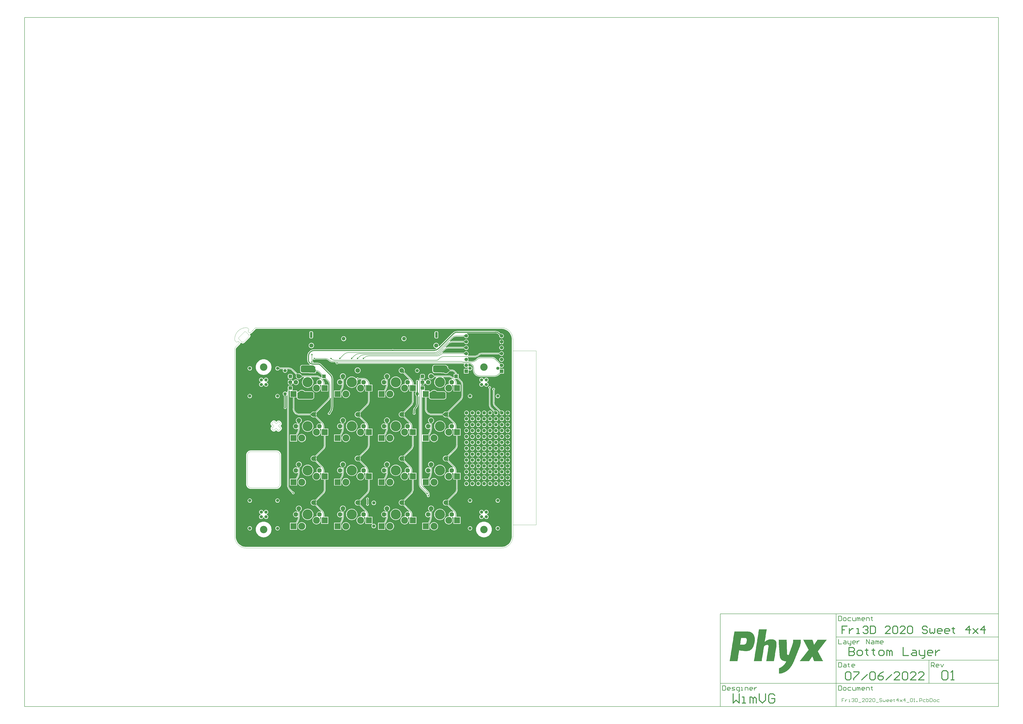
<source format=gbl>
G04*
G04 #@! TF.GenerationSoftware,Altium Limited,Altium Designer,22.6.0 (29)*
G04*
G04 Layer_Physical_Order=2*
G04 Layer_Color=3381759*
%FSLAX25Y25*%
%MOIN*%
G70*
G04*
G04 #@! TF.SameCoordinates,49C09CC0-90A6-4759-90E3-BA1AF69BA4C5*
G04*
G04*
G04 #@! TF.FilePolarity,Positive*
G04*
G01*
G75*
%ADD11C,0.00591*%
%ADD12C,0.00787*%
%ADD14C,0.00394*%
%ADD16C,0.00984*%
%ADD17C,0.01575*%
%ADD30C,0.05906*%
%ADD34R,0.06299X0.06299*%
%ADD35C,0.06299*%
%ADD45C,0.07900*%
%ADD46C,0.09843*%
%ADD48C,0.05512*%
%ADD49C,0.11811*%
%ADD50C,0.07700*%
%ADD51C,0.17200*%
%ADD52R,0.05906X0.05906*%
G04:AMPARAMS|DCode=55|XSize=118.11mil|YSize=275.59mil|CornerRadius=29.53mil|HoleSize=0mil|Usage=FLASHONLY|Rotation=270.000|XOffset=0mil|YOffset=0mil|HoleType=Round|Shape=RoundedRectangle|*
%AMROUNDEDRECTD55*
21,1,0.11811,0.21654,0,0,270.0*
21,1,0.05906,0.27559,0,0,270.0*
1,1,0.05906,-0.10827,-0.02953*
1,1,0.05906,-0.10827,0.02953*
1,1,0.05906,0.10827,0.02953*
1,1,0.05906,0.10827,-0.02953*
%
%ADD55ROUNDEDRECTD55*%
%ADD56R,0.09843X0.09843*%
%ADD57C,0.05315*%
G04:AMPARAMS|DCode=58|XSize=62.99mil|YSize=62.99mil|CornerRadius=15.75mil|HoleSize=0mil|Usage=FLASHONLY|Rotation=270.000|XOffset=0mil|YOffset=0mil|HoleType=Round|Shape=RoundedRectangle|*
%AMROUNDEDRECTD58*
21,1,0.06299,0.03150,0,0,270.0*
21,1,0.03150,0.06299,0,0,270.0*
1,1,0.03150,-0.01575,-0.01575*
1,1,0.03150,-0.01575,0.01575*
1,1,0.03150,0.01575,0.01575*
1,1,0.03150,0.01575,-0.01575*
%
%ADD58ROUNDEDRECTD58*%
G04:AMPARAMS|DCode=59|XSize=118.11mil|YSize=236.22mil|CornerRadius=29.53mil|HoleSize=0mil|Usage=FLASHONLY|Rotation=90.000|XOffset=0mil|YOffset=0mil|HoleType=Round|Shape=RoundedRectangle|*
%AMROUNDEDRECTD59*
21,1,0.11811,0.17717,0,0,90.0*
21,1,0.05906,0.23622,0,0,90.0*
1,1,0.05906,0.08858,0.02953*
1,1,0.05906,0.08858,-0.02953*
1,1,0.05906,-0.08858,-0.02953*
1,1,0.05906,-0.08858,0.02953*
%
%ADD59ROUNDEDRECTD59*%
%ADD60C,0.12598*%
%ADD61C,0.02362*%
%ADD62R,0.10039X0.09843*%
%ADD63C,0.07087*%
G04:AMPARAMS|DCode=64|XSize=43.31mil|YSize=98.43mil|CornerRadius=10.83mil|HoleSize=0mil|Usage=FLASHONLY|Rotation=0.000|XOffset=0mil|YOffset=0mil|HoleType=Round|Shape=RoundedRectangle|*
%AMROUNDEDRECTD64*
21,1,0.04331,0.07677,0,0,0.0*
21,1,0.02165,0.09843,0,0,0.0*
1,1,0.02165,0.01083,-0.03839*
1,1,0.02165,-0.01083,-0.03839*
1,1,0.02165,-0.01083,0.03839*
1,1,0.02165,0.01083,0.03839*
%
%ADD64ROUNDEDRECTD64*%
G36*
X456212Y371706D02*
X458451Y371107D01*
X460592Y370220D01*
X462598Y369061D01*
X464437Y367650D01*
X466075Y366012D01*
X467486Y364173D01*
X468645Y362166D01*
X469532Y360025D01*
X470131Y357787D01*
X470434Y355489D01*
X470434Y354331D01*
X470434Y19685D01*
Y18526D01*
X470131Y16229D01*
X469532Y13991D01*
X468645Y11850D01*
X467486Y9843D01*
X466076Y8004D01*
X464437Y6365D01*
X462598Y4955D01*
X460592Y3796D01*
X458451Y2909D01*
X456212Y2310D01*
X453915Y2007D01*
X18526D01*
X16229Y2310D01*
X13991Y2909D01*
X11850Y3796D01*
X9843Y4955D01*
X8004Y6365D01*
X6365Y8004D01*
X4955Y9843D01*
X3796Y11850D01*
X2909Y13991D01*
X2310Y16229D01*
X2007Y18526D01*
Y19685D01*
X2007Y336614D01*
X2007Y337159D01*
X2220Y338229D01*
X2637Y339237D01*
X3243Y340144D01*
X3629Y340530D01*
X3629Y340530D01*
X8744Y345645D01*
X8773Y345688D01*
X8815Y345719D01*
X9081Y346015D01*
X9237Y346276D01*
X9416Y346522D01*
X9746Y347242D01*
X9749Y347255D01*
X9757Y347265D01*
X9840Y347635D01*
X9928Y348004D01*
X9926Y348017D01*
X9928Y348029D01*
X9929Y348045D01*
X10923Y348443D01*
X10968Y348398D01*
X10968Y348398D01*
X11245Y348121D01*
X11245Y348121D01*
X11245Y348121D01*
X11896Y347686D01*
X12620Y347386D01*
X13388Y347234D01*
X14171D01*
X14939Y347386D01*
X15663Y347686D01*
X16314Y348121D01*
X16314Y348121D01*
X16314Y348121D01*
X16591Y348398D01*
X16591Y348398D01*
X25618Y357425D01*
X25618Y357425D01*
X25618Y357425D01*
X25619Y357426D01*
X25619Y357427D01*
X25895Y357702D01*
X26330Y358353D01*
X26629Y359076D01*
X26782Y359845D01*
Y360628D01*
X26629Y361396D01*
X26330Y362119D01*
X26111Y362446D01*
X26154Y362815D01*
X26441Y363415D01*
X26497Y363481D01*
X27179Y363688D01*
X27417Y363816D01*
X27670Y363914D01*
X28271Y364295D01*
X28419Y364436D01*
X28590Y364546D01*
X28847Y364794D01*
X28857Y364809D01*
X28872Y364819D01*
X35114Y371061D01*
X35340Y371287D01*
X35870Y371641D01*
X36458Y371884D01*
X37083Y372009D01*
X453915D01*
X456212Y371706D01*
D02*
G37*
G36*
X1005337Y-155808D02*
X1005050D01*
Y-156094D01*
X1004764D01*
Y-156380D01*
Y-156667D01*
X1004478D01*
Y-156953D01*
X1004192D01*
Y-157239D01*
X1003905D01*
Y-157526D01*
Y-157812D01*
X1003619D01*
Y-158098D01*
X1003333D01*
Y-158385D01*
X1003046D01*
Y-158671D01*
X1002760D01*
Y-158957D01*
Y-159244D01*
X1002474D01*
Y-159530D01*
X1002187D01*
Y-159816D01*
X1001901D01*
Y-160102D01*
Y-160389D01*
X1001615D01*
Y-160675D01*
X1001328D01*
Y-160961D01*
X1001042D01*
Y-161248D01*
X1000756D01*
Y-161534D01*
Y-161820D01*
X1000469D01*
Y-162107D01*
X1000183D01*
Y-162393D01*
X999897D01*
Y-162679D01*
Y-162966D01*
X999611D01*
Y-163252D01*
X999324D01*
Y-163538D01*
X999038D01*
Y-163824D01*
Y-164111D01*
X998752D01*
Y-164397D01*
X998465D01*
Y-164683D01*
X998179D01*
Y-164970D01*
X997893D01*
Y-165256D01*
Y-165542D01*
X997606D01*
Y-165829D01*
X997320D01*
Y-166115D01*
X997034D01*
Y-166401D01*
Y-166688D01*
X996747D01*
Y-166974D01*
X996461D01*
Y-167260D01*
X996175D01*
Y-167547D01*
Y-167833D01*
X995889D01*
Y-168119D01*
X995602D01*
Y-168405D01*
X995316D01*
Y-168692D01*
X995030D01*
Y-168978D01*
Y-169264D01*
X994743D01*
Y-169551D01*
X994457D01*
Y-169837D01*
X994171D01*
Y-170123D01*
Y-170410D01*
X993884D01*
Y-170696D01*
X993598D01*
Y-170982D01*
X993312D01*
Y-171269D01*
Y-171555D01*
X993025D01*
Y-171841D01*
X992739D01*
Y-172127D01*
X992453D01*
Y-172414D01*
X992166D01*
Y-172700D01*
Y-172986D01*
X991880D01*
Y-173273D01*
X991594D01*
Y-173559D01*
X991308D01*
Y-173845D01*
Y-174132D01*
X991021D01*
Y-174418D01*
X990735D01*
Y-174704D01*
X990449D01*
Y-174991D01*
X990162D01*
Y-175277D01*
Y-175563D01*
X990449D01*
Y-175850D01*
Y-176136D01*
X990735D01*
Y-176422D01*
Y-176709D01*
X991021D01*
Y-176995D01*
X991308D01*
Y-177281D01*
Y-177568D01*
X991594D01*
Y-177854D01*
Y-178140D01*
X991880D01*
Y-178426D01*
Y-178713D01*
X992166D01*
Y-178999D01*
Y-179285D01*
X992453D01*
Y-179572D01*
Y-179858D01*
X992739D01*
Y-180144D01*
Y-180431D01*
X993025D01*
Y-180717D01*
Y-181003D01*
X993312D01*
Y-181290D01*
Y-181576D01*
X993598D01*
Y-181862D01*
X993884D01*
Y-182149D01*
Y-182435D01*
X994171D01*
Y-182721D01*
Y-183007D01*
X994457D01*
Y-183294D01*
Y-183580D01*
X994743D01*
Y-183866D01*
Y-184153D01*
X995030D01*
Y-184439D01*
Y-184725D01*
X995316D01*
Y-185012D01*
Y-185298D01*
X995602D01*
Y-185584D01*
Y-185871D01*
X995889D01*
Y-186157D01*
X996175D01*
Y-186443D01*
Y-186730D01*
X996461D01*
Y-187016D01*
Y-187302D01*
X996747D01*
Y-187588D01*
Y-187875D01*
X997034D01*
Y-188161D01*
Y-188447D01*
X997320D01*
Y-188734D01*
Y-189020D01*
X997606D01*
Y-189306D01*
Y-189593D01*
X997893D01*
Y-189879D01*
Y-190165D01*
X998179D01*
Y-190452D01*
X998465D01*
Y-190738D01*
Y-191024D01*
X998752D01*
Y-191311D01*
Y-191597D01*
X999038D01*
Y-191883D01*
X983863D01*
Y-191597D01*
X983577D01*
Y-191311D01*
Y-191024D01*
Y-190738D01*
X983291D01*
Y-190452D01*
Y-190165D01*
Y-189879D01*
X983004D01*
Y-189593D01*
Y-189306D01*
X982718D01*
Y-189020D01*
Y-188734D01*
Y-188447D01*
X982432D01*
Y-188161D01*
Y-187875D01*
Y-187588D01*
X982146D01*
Y-187302D01*
Y-187016D01*
X981859D01*
Y-186730D01*
Y-186443D01*
Y-186157D01*
X981573D01*
Y-185871D01*
Y-185584D01*
Y-185298D01*
X981287D01*
Y-185012D01*
Y-184725D01*
Y-184439D01*
X981000D01*
Y-184153D01*
X980428D01*
Y-184439D01*
Y-184725D01*
X980141D01*
Y-185012D01*
X979855D01*
Y-185298D01*
Y-185584D01*
X979569D01*
Y-185871D01*
X979282D01*
Y-186157D01*
Y-186443D01*
X978996D01*
Y-186730D01*
X978710D01*
Y-187016D01*
Y-187302D01*
X978423D01*
Y-187588D01*
X978137D01*
Y-187875D01*
X977851D01*
Y-188161D01*
Y-188447D01*
X977565D01*
Y-188734D01*
X977278D01*
Y-189020D01*
Y-189306D01*
X976992D01*
Y-189593D01*
X976705D01*
Y-189879D01*
Y-190165D01*
X976419D01*
Y-190452D01*
X976133D01*
Y-190738D01*
Y-191024D01*
X975847D01*
Y-191311D01*
X975560D01*
Y-191597D01*
Y-191883D01*
X959527D01*
Y-191597D01*
X959813D01*
Y-191311D01*
X960099D01*
Y-191024D01*
X960386D01*
Y-190738D01*
X960672D01*
Y-190452D01*
Y-190165D01*
X960958D01*
Y-189879D01*
X961245D01*
Y-189593D01*
X961531D01*
Y-189306D01*
X961817D01*
Y-189020D01*
Y-188734D01*
X962104D01*
Y-188447D01*
X962390D01*
Y-188161D01*
X962676D01*
Y-187875D01*
Y-187588D01*
X962963D01*
Y-187302D01*
X963249D01*
Y-187016D01*
X963535D01*
Y-186730D01*
X963822D01*
Y-186443D01*
Y-186157D01*
X964108D01*
Y-185871D01*
X964394D01*
Y-185584D01*
X964680D01*
Y-185298D01*
X964967D01*
Y-185012D01*
Y-184725D01*
X965253D01*
Y-184439D01*
X965539D01*
Y-184153D01*
X965826D01*
Y-183866D01*
Y-183580D01*
X966112D01*
Y-183294D01*
X966398D01*
Y-183007D01*
X966685D01*
Y-182721D01*
X966971D01*
Y-182435D01*
Y-182149D01*
X967257D01*
Y-181862D01*
X967544D01*
Y-181576D01*
X967830D01*
Y-181290D01*
Y-181003D01*
X968116D01*
Y-180717D01*
X968402D01*
Y-180431D01*
X968689D01*
Y-180144D01*
X968975D01*
Y-179858D01*
Y-179572D01*
X969261D01*
Y-179285D01*
X969548D01*
Y-178999D01*
X969834D01*
Y-178713D01*
Y-178426D01*
X970120D01*
Y-178140D01*
X970407D01*
Y-177854D01*
X970693D01*
Y-177568D01*
X970979D01*
Y-177281D01*
Y-176995D01*
X971266D01*
Y-176709D01*
X971552D01*
Y-176422D01*
X971838D01*
Y-176136D01*
X972124D01*
Y-175850D01*
Y-175563D01*
X972411D01*
Y-175277D01*
X972697D01*
Y-174991D01*
X972983D01*
Y-174704D01*
Y-174418D01*
X973270D01*
Y-174132D01*
X973556D01*
Y-173845D01*
X973842D01*
Y-173559D01*
X974129D01*
Y-173273D01*
Y-172986D01*
X974415D01*
Y-172700D01*
Y-172414D01*
Y-172127D01*
X974129D01*
Y-171841D01*
X973842D01*
Y-171555D01*
Y-171269D01*
X973556D01*
Y-170982D01*
Y-170696D01*
X973270D01*
Y-170410D01*
Y-170123D01*
X972983D01*
Y-169837D01*
Y-169551D01*
X972697D01*
Y-169264D01*
Y-168978D01*
X972411D01*
Y-168692D01*
Y-168405D01*
X972124D01*
Y-168119D01*
X971838D01*
Y-167833D01*
Y-167547D01*
X971552D01*
Y-167260D01*
Y-166974D01*
X971266D01*
Y-166688D01*
Y-166401D01*
X970979D01*
Y-166115D01*
Y-165829D01*
X970693D01*
Y-165542D01*
Y-165256D01*
X970407D01*
Y-164970D01*
Y-164683D01*
X970120D01*
Y-164397D01*
X969834D01*
Y-164111D01*
Y-163824D01*
X969548D01*
Y-163538D01*
Y-163252D01*
X969261D01*
Y-162966D01*
Y-162679D01*
X968975D01*
Y-162393D01*
Y-162107D01*
X968689D01*
Y-161820D01*
Y-161534D01*
X968402D01*
Y-161248D01*
Y-160961D01*
X968116D01*
Y-160675D01*
Y-160389D01*
X967830D01*
Y-160102D01*
X967544D01*
Y-159816D01*
Y-159530D01*
X967257D01*
Y-159244D01*
Y-158957D01*
X966971D01*
Y-158671D01*
Y-158385D01*
X966685D01*
Y-158098D01*
Y-157812D01*
X966398D01*
Y-157526D01*
Y-157239D01*
X966112D01*
Y-156953D01*
Y-156667D01*
X965826D01*
Y-156380D01*
X965539D01*
Y-156094D01*
Y-155808D01*
X965253D01*
Y-155521D01*
X981000D01*
Y-155808D01*
X981287D01*
Y-156094D01*
Y-156380D01*
Y-156667D01*
X981573D01*
Y-156953D01*
Y-157239D01*
Y-157526D01*
X981859D01*
Y-157812D01*
Y-158098D01*
Y-158385D01*
X982146D01*
Y-158671D01*
Y-158957D01*
Y-159244D01*
X982432D01*
Y-159530D01*
Y-159816D01*
Y-160102D01*
X982718D01*
Y-160389D01*
Y-160675D01*
Y-160961D01*
X983004D01*
Y-161248D01*
Y-161534D01*
Y-161820D01*
X983291D01*
Y-162107D01*
Y-162393D01*
Y-162679D01*
X983577D01*
Y-162966D01*
Y-163252D01*
Y-163538D01*
Y-163824D01*
X984150D01*
Y-163538D01*
X984436D01*
Y-163252D01*
X984722D01*
Y-162966D01*
Y-162679D01*
X985009D01*
Y-162393D01*
X985295D01*
Y-162107D01*
Y-161820D01*
X985581D01*
Y-161534D01*
X985868D01*
Y-161248D01*
Y-160961D01*
X986154D01*
Y-160675D01*
X986440D01*
Y-160389D01*
Y-160102D01*
X986726D01*
Y-159816D01*
X987013D01*
Y-159530D01*
Y-159244D01*
X987299D01*
Y-158957D01*
X987585D01*
Y-158671D01*
Y-158385D01*
X987872D01*
Y-158098D01*
X988158D01*
Y-157812D01*
Y-157526D01*
X988444D01*
Y-157239D01*
X988731D01*
Y-156953D01*
Y-156667D01*
X989017D01*
Y-156380D01*
X989303D01*
Y-156094D01*
Y-155808D01*
X989590D01*
Y-155521D01*
X1005337D01*
Y-155808D01*
D02*
G37*
G36*
X872201Y-141778D02*
X873919D01*
Y-142065D01*
X874778D01*
Y-142351D01*
X875637D01*
Y-142637D01*
X876496D01*
Y-142924D01*
X877069D01*
Y-143210D01*
X877355D01*
Y-143496D01*
X877928D01*
Y-143783D01*
X878214D01*
Y-144069D01*
X878786D01*
Y-144355D01*
X879073D01*
Y-144641D01*
X879359D01*
Y-144928D01*
X879646D01*
Y-145214D01*
X879932D01*
Y-145501D01*
X880218D01*
Y-145787D01*
X880504D01*
Y-146073D01*
Y-146359D01*
X880791D01*
Y-146646D01*
X881077D01*
Y-146932D01*
Y-147218D01*
X881363D01*
Y-147505D01*
X881650D01*
Y-147791D01*
Y-148077D01*
X881936D01*
Y-148364D01*
Y-148650D01*
Y-148936D01*
X882222D01*
Y-149223D01*
Y-149509D01*
Y-149795D01*
X882509D01*
Y-150082D01*
Y-150368D01*
Y-150654D01*
Y-150940D01*
X882795D01*
Y-151227D01*
Y-151513D01*
Y-151799D01*
Y-152086D01*
Y-152372D01*
X883081D01*
Y-152658D01*
Y-152945D01*
Y-153231D01*
Y-153517D01*
Y-153804D01*
Y-154090D01*
Y-154376D01*
Y-154663D01*
Y-154949D01*
Y-155235D01*
Y-155521D01*
Y-155808D01*
Y-156094D01*
Y-156380D01*
Y-156667D01*
Y-156953D01*
Y-157239D01*
Y-157526D01*
Y-157812D01*
Y-158098D01*
X882795D01*
Y-158385D01*
Y-158671D01*
Y-158957D01*
Y-159244D01*
Y-159530D01*
Y-159816D01*
Y-160102D01*
X882509D01*
Y-160389D01*
Y-160675D01*
Y-160961D01*
Y-161248D01*
Y-161534D01*
X882222D01*
Y-161820D01*
Y-162107D01*
Y-162393D01*
Y-162679D01*
Y-162966D01*
X881936D01*
Y-163252D01*
Y-163538D01*
Y-163824D01*
X881650D01*
Y-164111D01*
Y-164397D01*
Y-164683D01*
Y-164970D01*
X881363D01*
Y-165256D01*
Y-165542D01*
Y-165829D01*
X881077D01*
Y-166115D01*
Y-166401D01*
X880791D01*
Y-166688D01*
Y-166974D01*
Y-167260D01*
X880504D01*
Y-167547D01*
Y-167833D01*
X880218D01*
Y-168119D01*
Y-168405D01*
X879932D01*
Y-168692D01*
Y-168978D01*
X879646D01*
Y-169264D01*
X879359D01*
Y-169551D01*
Y-169837D01*
X879073D01*
Y-170123D01*
X878786D01*
Y-170410D01*
X878500D01*
Y-170696D01*
Y-170982D01*
X878214D01*
Y-171269D01*
X877928D01*
Y-171555D01*
X877641D01*
Y-171841D01*
X877355D01*
Y-172127D01*
X877069D01*
Y-172414D01*
X876496D01*
Y-172700D01*
X876210D01*
Y-172986D01*
X875637D01*
Y-173273D01*
X875351D01*
Y-173559D01*
X874778D01*
Y-173845D01*
X873919D01*
Y-174132D01*
X873060D01*
Y-174418D01*
X872201D01*
Y-174704D01*
X870483D01*
Y-174991D01*
X865330D01*
Y-174704D01*
X862753D01*
Y-174418D01*
X860749D01*
Y-174132D01*
X859317D01*
Y-173845D01*
X857886D01*
Y-173559D01*
X856454D01*
Y-173845D01*
Y-174132D01*
Y-174418D01*
Y-174704D01*
Y-174991D01*
Y-175277D01*
Y-175563D01*
X856168D01*
Y-175850D01*
Y-176136D01*
Y-176422D01*
Y-176709D01*
Y-176995D01*
Y-177281D01*
X855882D01*
Y-177568D01*
Y-177854D01*
Y-178140D01*
Y-178426D01*
Y-178713D01*
Y-178999D01*
X855595D01*
Y-179285D01*
Y-179572D01*
Y-179858D01*
Y-180144D01*
Y-180431D01*
Y-180717D01*
Y-181003D01*
X855309D01*
Y-181290D01*
Y-181576D01*
Y-181862D01*
Y-182149D01*
Y-182435D01*
Y-182721D01*
X855023D01*
Y-183007D01*
Y-183294D01*
Y-183580D01*
Y-183866D01*
Y-184153D01*
Y-184439D01*
X854736D01*
Y-184725D01*
Y-185012D01*
Y-185298D01*
Y-185584D01*
Y-185871D01*
Y-186157D01*
Y-186443D01*
X854450D01*
Y-186730D01*
Y-187016D01*
Y-187302D01*
Y-187588D01*
Y-187875D01*
Y-188161D01*
X854164D01*
Y-188447D01*
Y-188734D01*
Y-189020D01*
Y-189306D01*
Y-189593D01*
Y-189879D01*
X853877D01*
Y-190165D01*
Y-190452D01*
Y-190738D01*
Y-191024D01*
Y-191311D01*
Y-191597D01*
Y-191883D01*
X840421D01*
Y-191597D01*
X840707D01*
Y-191311D01*
Y-191024D01*
Y-190738D01*
Y-190452D01*
Y-190165D01*
X840993D01*
Y-189879D01*
Y-189593D01*
Y-189306D01*
Y-189020D01*
Y-188734D01*
Y-188447D01*
Y-188161D01*
X841280D01*
Y-187875D01*
Y-187588D01*
Y-187302D01*
Y-187016D01*
Y-186730D01*
Y-186443D01*
X841566D01*
Y-186157D01*
Y-185871D01*
Y-185584D01*
Y-185298D01*
Y-185012D01*
Y-184725D01*
X841852D01*
Y-184439D01*
Y-184153D01*
Y-183866D01*
Y-183580D01*
Y-183294D01*
Y-183007D01*
Y-182721D01*
X842138D01*
Y-182435D01*
Y-182149D01*
Y-181862D01*
Y-181576D01*
Y-181290D01*
Y-181003D01*
X842425D01*
Y-180717D01*
Y-180431D01*
Y-180144D01*
Y-179858D01*
Y-179572D01*
Y-179285D01*
X842711D01*
Y-178999D01*
Y-178713D01*
Y-178426D01*
Y-178140D01*
Y-177854D01*
Y-177568D01*
X842997D01*
Y-177281D01*
Y-176995D01*
Y-176709D01*
Y-176422D01*
Y-176136D01*
Y-175850D01*
Y-175563D01*
X843284D01*
Y-175277D01*
Y-174991D01*
Y-174704D01*
Y-174418D01*
Y-174132D01*
Y-173845D01*
X843570D01*
Y-173559D01*
Y-173273D01*
Y-172986D01*
Y-172700D01*
Y-172414D01*
Y-172127D01*
X843856D01*
Y-171841D01*
Y-171555D01*
Y-171269D01*
Y-170982D01*
Y-170696D01*
Y-170410D01*
X844143D01*
Y-170123D01*
Y-169837D01*
Y-169551D01*
Y-169264D01*
Y-168978D01*
Y-168692D01*
Y-168405D01*
X844429D01*
Y-168119D01*
Y-167833D01*
Y-167547D01*
Y-167260D01*
Y-166974D01*
Y-166688D01*
X844715D01*
Y-166401D01*
Y-166115D01*
Y-165829D01*
Y-165542D01*
Y-165256D01*
Y-164970D01*
X845002D01*
Y-164683D01*
Y-164397D01*
Y-164111D01*
Y-163824D01*
Y-163538D01*
Y-163252D01*
Y-162966D01*
X845288D01*
Y-162679D01*
Y-162393D01*
Y-162107D01*
Y-161820D01*
Y-161534D01*
Y-161248D01*
X845574D01*
Y-160961D01*
Y-160675D01*
Y-160389D01*
Y-160102D01*
Y-159816D01*
Y-159530D01*
X845861D01*
Y-159244D01*
Y-158957D01*
Y-158671D01*
Y-158385D01*
Y-158098D01*
Y-157812D01*
X846147D01*
Y-157526D01*
Y-157239D01*
Y-156953D01*
Y-156667D01*
Y-156380D01*
Y-156094D01*
Y-155808D01*
X846433D01*
Y-155521D01*
Y-155235D01*
Y-154949D01*
Y-154663D01*
Y-154376D01*
Y-154090D01*
X846719D01*
Y-153804D01*
Y-153517D01*
Y-153231D01*
Y-152945D01*
Y-152658D01*
Y-152372D01*
X847006D01*
Y-152086D01*
Y-151799D01*
Y-151513D01*
Y-151227D01*
Y-150940D01*
Y-150654D01*
Y-150368D01*
X847292D01*
Y-150082D01*
Y-149795D01*
Y-149509D01*
Y-149223D01*
Y-148936D01*
Y-148650D01*
X847578D01*
Y-148364D01*
Y-148077D01*
Y-147791D01*
Y-147505D01*
Y-147218D01*
Y-146932D01*
X847865D01*
Y-146646D01*
Y-146359D01*
Y-146073D01*
Y-145787D01*
Y-145501D01*
Y-145214D01*
Y-144928D01*
X848151D01*
Y-144641D01*
Y-144355D01*
Y-144069D01*
Y-143783D01*
Y-143496D01*
Y-143210D01*
X848437D01*
Y-142924D01*
Y-142637D01*
Y-142351D01*
Y-142065D01*
Y-141778D01*
Y-141492D01*
X872201D01*
Y-141778D01*
D02*
G37*
G36*
X961245Y-155808D02*
Y-156094D01*
Y-156380D01*
Y-156667D01*
Y-156953D01*
Y-157239D01*
Y-157526D01*
Y-157812D01*
Y-158098D01*
Y-158385D01*
Y-158671D01*
Y-158957D01*
Y-159244D01*
Y-159530D01*
Y-159816D01*
Y-160102D01*
Y-160389D01*
Y-160675D01*
Y-160961D01*
Y-161248D01*
Y-161534D01*
X960958D01*
Y-161820D01*
Y-162107D01*
Y-162393D01*
Y-162679D01*
Y-162966D01*
X960672D01*
Y-163252D01*
Y-163538D01*
Y-163824D01*
Y-164111D01*
X960386D01*
Y-164397D01*
Y-164683D01*
Y-164970D01*
Y-165256D01*
X960099D01*
Y-165542D01*
Y-165829D01*
Y-166115D01*
X959813D01*
Y-166401D01*
Y-166688D01*
Y-166974D01*
X959527D01*
Y-167260D01*
Y-167547D01*
Y-167833D01*
X959241D01*
Y-168119D01*
Y-168405D01*
Y-168692D01*
X958954D01*
Y-168978D01*
Y-169264D01*
X958668D01*
Y-169551D01*
Y-169837D01*
X958381D01*
Y-170123D01*
Y-170410D01*
Y-170696D01*
X958095D01*
Y-170982D01*
Y-171269D01*
X957809D01*
Y-171555D01*
Y-171841D01*
Y-172127D01*
X957523D01*
Y-172414D01*
Y-172700D01*
X957236D01*
Y-172986D01*
Y-173273D01*
Y-173559D01*
X956950D01*
Y-173845D01*
Y-174132D01*
X956664D01*
Y-174418D01*
Y-174704D01*
Y-174991D01*
X956377D01*
Y-175277D01*
Y-175563D01*
X956091D01*
Y-175850D01*
Y-176136D01*
Y-176422D01*
X955805D01*
Y-176709D01*
Y-176995D01*
X955518D01*
Y-177281D01*
Y-177568D01*
Y-177854D01*
X955232D01*
Y-178140D01*
Y-178426D01*
X954946D01*
Y-178713D01*
Y-178999D01*
Y-179285D01*
X954659D01*
Y-179572D01*
Y-179858D01*
X954373D01*
Y-180144D01*
Y-180431D01*
Y-180717D01*
X954087D01*
Y-181003D01*
Y-181290D01*
X953800D01*
Y-181576D01*
Y-181862D01*
Y-182149D01*
X953514D01*
Y-182435D01*
Y-182721D01*
X953228D01*
Y-183007D01*
Y-183294D01*
Y-183580D01*
X952942D01*
Y-183866D01*
Y-184153D01*
X952655D01*
Y-184439D01*
Y-184725D01*
Y-185012D01*
X952369D01*
Y-185298D01*
Y-185584D01*
X952083D01*
Y-185871D01*
Y-186157D01*
Y-186443D01*
X951796D01*
Y-186730D01*
Y-187016D01*
X951510D01*
Y-187302D01*
Y-187588D01*
Y-187875D01*
X951224D01*
Y-188161D01*
Y-188447D01*
X950937D01*
Y-188734D01*
Y-189020D01*
Y-189306D01*
X950651D01*
Y-189593D01*
Y-189879D01*
X950365D01*
Y-190165D01*
Y-190452D01*
Y-190738D01*
X950078D01*
Y-191024D01*
Y-191311D01*
X949792D01*
Y-191597D01*
Y-191883D01*
Y-192169D01*
X949506D01*
Y-192456D01*
Y-192742D01*
X949220D01*
Y-193028D01*
Y-193315D01*
X948933D01*
Y-193601D01*
Y-193887D01*
X948647D01*
Y-194174D01*
Y-194460D01*
Y-194746D01*
X948361D01*
Y-195033D01*
X948074D01*
Y-195319D01*
Y-195605D01*
Y-195891D01*
X947788D01*
Y-196178D01*
X947502D01*
Y-196464D01*
Y-196750D01*
X947215D01*
Y-197037D01*
Y-197323D01*
X946929D01*
Y-197609D01*
Y-197896D01*
X946643D01*
Y-198182D01*
Y-198468D01*
X946356D01*
Y-198755D01*
X946070D01*
Y-199041D01*
Y-199327D01*
X945784D01*
Y-199614D01*
Y-199900D01*
X945497D01*
Y-200186D01*
X945211D01*
Y-200472D01*
X944925D01*
Y-200759D01*
Y-201045D01*
X944639D01*
Y-201331D01*
X944352D01*
Y-201618D01*
Y-201904D01*
X944066D01*
Y-202190D01*
X943780D01*
Y-202477D01*
X943493D01*
Y-202763D01*
Y-203049D01*
X943207D01*
Y-203336D01*
X942921D01*
Y-203622D01*
X942634D01*
Y-203908D01*
X942348D01*
Y-204195D01*
X942062D01*
Y-204481D01*
Y-204767D01*
X941775D01*
Y-205053D01*
X941489D01*
Y-205340D01*
X941203D01*
Y-205626D01*
X940916D01*
Y-205912D01*
X940630D01*
Y-206199D01*
X940344D01*
Y-206485D01*
X940057D01*
Y-206771D01*
X939485D01*
Y-207058D01*
X939199D01*
Y-207344D01*
X938912D01*
Y-207630D01*
X938626D01*
Y-207917D01*
X938340D01*
Y-208203D01*
X937767D01*
Y-208489D01*
X937481D01*
Y-208776D01*
X936908D01*
Y-209062D01*
X936622D01*
Y-209348D01*
X936049D01*
Y-209634D01*
X935763D01*
Y-209921D01*
X935190D01*
Y-210207D01*
X934618D01*
Y-210493D01*
X934045D01*
Y-210780D01*
X933472D01*
Y-211066D01*
X932900D01*
Y-211352D01*
X932041D01*
Y-211639D01*
X931468D01*
Y-211925D01*
X930609D01*
Y-212211D01*
X929464D01*
Y-212498D01*
X928319D01*
Y-212784D01*
X926601D01*
Y-213070D01*
X924597D01*
Y-213357D01*
X924310D01*
Y-213070D01*
Y-212784D01*
Y-212498D01*
Y-212211D01*
Y-211925D01*
Y-211639D01*
Y-211352D01*
Y-211066D01*
Y-210780D01*
Y-210493D01*
Y-210207D01*
Y-209921D01*
Y-209634D01*
Y-209348D01*
Y-209062D01*
Y-208776D01*
Y-208489D01*
Y-208203D01*
Y-207917D01*
Y-207630D01*
Y-207344D01*
Y-207058D01*
Y-206771D01*
Y-206485D01*
Y-206199D01*
Y-205912D01*
Y-205626D01*
Y-205340D01*
Y-205053D01*
Y-204767D01*
Y-204481D01*
Y-204195D01*
Y-203908D01*
X924883D01*
Y-203622D01*
X925455D01*
Y-203336D01*
X926028D01*
Y-203049D01*
X926601D01*
Y-202763D01*
X927173D01*
Y-202477D01*
X927746D01*
Y-202190D01*
X928032D01*
Y-201904D01*
X928605D01*
Y-201618D01*
X928891D01*
Y-201331D01*
X929464D01*
Y-201045D01*
X929750D01*
Y-200759D01*
X930037D01*
Y-200472D01*
X930609D01*
Y-200186D01*
X930896D01*
Y-199900D01*
X931182D01*
Y-199614D01*
X931468D01*
Y-199327D01*
X931754D01*
Y-199041D01*
X932041D01*
Y-198755D01*
X932327D01*
Y-198468D01*
X932613D01*
Y-198182D01*
X932900D01*
Y-197896D01*
X933186D01*
Y-197609D01*
X933472D01*
Y-197323D01*
X933759D01*
Y-197037D01*
Y-196750D01*
X934045D01*
Y-196464D01*
X934331D01*
Y-196178D01*
X934618D01*
Y-195891D01*
Y-195605D01*
X934904D01*
Y-195319D01*
X935190D01*
Y-195033D01*
Y-194746D01*
X935476D01*
Y-194460D01*
Y-194174D01*
X935763D01*
Y-193887D01*
X936049D01*
Y-193601D01*
Y-193315D01*
X936335D01*
Y-193028D01*
Y-192742D01*
X936622D01*
Y-192456D01*
Y-192169D01*
X934904D01*
Y-191883D01*
X932900D01*
Y-191597D01*
X931754D01*
Y-191311D01*
X931182D01*
Y-191024D01*
X930323D01*
Y-190738D01*
X929750D01*
Y-190452D01*
X929464D01*
Y-190165D01*
X928891D01*
Y-189879D01*
X928605D01*
Y-189593D01*
X928319D01*
Y-189306D01*
X928032D01*
Y-189020D01*
X927746D01*
Y-188734D01*
X927460D01*
Y-188447D01*
Y-188161D01*
X927173D01*
Y-187875D01*
X926887D01*
Y-187588D01*
Y-187302D01*
X926601D01*
Y-187016D01*
Y-186730D01*
X926315D01*
Y-186443D01*
Y-186157D01*
X926028D01*
Y-185871D01*
Y-185584D01*
Y-185298D01*
X925742D01*
Y-185012D01*
Y-184725D01*
Y-184439D01*
Y-184153D01*
X925455D01*
Y-183866D01*
Y-183580D01*
Y-183294D01*
Y-183007D01*
Y-182721D01*
Y-182435D01*
Y-182149D01*
X925169D01*
Y-181862D01*
Y-181576D01*
Y-181290D01*
Y-181003D01*
Y-180717D01*
Y-180431D01*
Y-180144D01*
Y-179858D01*
Y-179572D01*
Y-179285D01*
Y-178999D01*
Y-178713D01*
Y-178426D01*
Y-178140D01*
Y-177854D01*
X924883D01*
Y-177568D01*
Y-177281D01*
Y-176995D01*
Y-176709D01*
Y-176422D01*
Y-176136D01*
Y-175850D01*
Y-175563D01*
Y-175277D01*
Y-174991D01*
Y-174704D01*
Y-174418D01*
Y-174132D01*
Y-173845D01*
Y-173559D01*
X924597D01*
Y-173273D01*
Y-172986D01*
Y-172700D01*
Y-172414D01*
Y-172127D01*
Y-171841D01*
Y-171555D01*
Y-171269D01*
Y-170982D01*
Y-170696D01*
Y-170410D01*
Y-170123D01*
Y-169837D01*
Y-169551D01*
Y-169264D01*
Y-168978D01*
X924310D01*
Y-168692D01*
Y-168405D01*
Y-168119D01*
Y-167833D01*
Y-167547D01*
Y-167260D01*
Y-166974D01*
Y-166688D01*
Y-166401D01*
Y-166115D01*
Y-165829D01*
Y-165542D01*
Y-165256D01*
Y-164970D01*
Y-164683D01*
Y-164397D01*
X924024D01*
Y-164111D01*
Y-163824D01*
Y-163538D01*
Y-163252D01*
Y-162966D01*
Y-162679D01*
Y-162393D01*
Y-162107D01*
Y-161820D01*
Y-161534D01*
Y-161248D01*
Y-160961D01*
Y-160675D01*
Y-160389D01*
X923738D01*
Y-160102D01*
Y-159816D01*
Y-159530D01*
Y-159244D01*
Y-158957D01*
Y-158671D01*
Y-158385D01*
Y-158098D01*
Y-157812D01*
Y-157526D01*
Y-157239D01*
Y-156953D01*
Y-156667D01*
Y-156380D01*
Y-156094D01*
Y-155808D01*
X923451D01*
Y-155521D01*
X937194D01*
Y-155808D01*
Y-156094D01*
Y-156380D01*
Y-156667D01*
Y-156953D01*
Y-157239D01*
Y-157526D01*
Y-157812D01*
Y-158098D01*
Y-158385D01*
Y-158671D01*
Y-158957D01*
Y-159244D01*
Y-159530D01*
X937481D01*
Y-159816D01*
Y-160102D01*
Y-160389D01*
Y-160675D01*
Y-160961D01*
Y-161248D01*
Y-161534D01*
Y-161820D01*
Y-162107D01*
Y-162393D01*
Y-162679D01*
Y-162966D01*
Y-163252D01*
Y-163538D01*
Y-163824D01*
Y-164111D01*
Y-164397D01*
Y-164683D01*
Y-164970D01*
Y-165256D01*
Y-165542D01*
Y-165829D01*
Y-166115D01*
Y-166401D01*
Y-166688D01*
Y-166974D01*
Y-167260D01*
Y-167547D01*
Y-167833D01*
Y-168119D01*
Y-168405D01*
Y-168692D01*
Y-168978D01*
Y-169264D01*
Y-169551D01*
Y-169837D01*
Y-170123D01*
Y-170410D01*
Y-170696D01*
Y-170982D01*
Y-171269D01*
X937767D01*
Y-171555D01*
X937481D01*
Y-171841D01*
Y-172127D01*
X937767D01*
Y-172414D01*
Y-172700D01*
Y-172986D01*
Y-173273D01*
Y-173559D01*
Y-173845D01*
Y-174132D01*
Y-174418D01*
Y-174704D01*
Y-174991D01*
Y-175277D01*
Y-175563D01*
Y-175850D01*
Y-176136D01*
Y-176422D01*
Y-176709D01*
Y-176995D01*
Y-177281D01*
Y-177568D01*
Y-177854D01*
Y-178140D01*
Y-178426D01*
Y-178713D01*
Y-178999D01*
Y-179285D01*
Y-179572D01*
X938053D01*
Y-179858D01*
Y-180144D01*
Y-180431D01*
X938340D01*
Y-180717D01*
X938626D01*
Y-181003D01*
X938912D01*
Y-181290D01*
X939771D01*
Y-181576D01*
X940630D01*
Y-181290D01*
X940916D01*
Y-181003D01*
Y-180717D01*
Y-180431D01*
X941203D01*
Y-180144D01*
Y-179858D01*
X941489D01*
Y-179572D01*
Y-179285D01*
Y-178999D01*
X941775D01*
Y-178713D01*
Y-178426D01*
Y-178140D01*
X942062D01*
Y-177854D01*
Y-177568D01*
Y-177281D01*
X942348D01*
Y-176995D01*
Y-176709D01*
Y-176422D01*
X942634D01*
Y-176136D01*
Y-175850D01*
X942921D01*
Y-175563D01*
Y-175277D01*
Y-174991D01*
X943207D01*
Y-174704D01*
Y-174418D01*
Y-174132D01*
X943493D01*
Y-173845D01*
Y-173559D01*
Y-173273D01*
X943780D01*
Y-172986D01*
Y-172700D01*
X944066D01*
Y-172414D01*
Y-172127D01*
Y-171841D01*
X944352D01*
Y-171555D01*
Y-171269D01*
Y-170982D01*
X944639D01*
Y-170696D01*
Y-170410D01*
Y-170123D01*
X944925D01*
Y-169837D01*
Y-169551D01*
X945211D01*
Y-169264D01*
Y-168978D01*
Y-168692D01*
X945497D01*
Y-168405D01*
Y-168119D01*
Y-167833D01*
X945784D01*
Y-167547D01*
Y-167260D01*
Y-166974D01*
X946070D01*
Y-166688D01*
Y-166401D01*
X946356D01*
Y-166115D01*
Y-165829D01*
Y-165542D01*
X946643D01*
Y-165256D01*
Y-164970D01*
Y-164683D01*
X946929D01*
Y-164397D01*
Y-164111D01*
Y-163824D01*
X947215D01*
Y-163538D01*
Y-163252D01*
Y-162966D01*
Y-162679D01*
X947502D01*
Y-162393D01*
Y-162107D01*
Y-161820D01*
Y-161534D01*
X947788D01*
Y-161248D01*
Y-160961D01*
Y-160675D01*
Y-160389D01*
Y-160102D01*
X948074D01*
Y-159816D01*
Y-159530D01*
Y-159244D01*
Y-158957D01*
Y-158671D01*
Y-158385D01*
X948361D01*
Y-158098D01*
Y-157812D01*
Y-157526D01*
Y-157239D01*
Y-156953D01*
Y-156667D01*
Y-156380D01*
Y-156094D01*
Y-155808D01*
Y-155521D01*
X961245D01*
Y-155808D01*
D02*
G37*
G36*
X903409Y-138343D02*
Y-138629D01*
X903123D01*
Y-138915D01*
Y-139202D01*
Y-139488D01*
Y-139774D01*
Y-140060D01*
Y-140347D01*
X902837D01*
Y-140633D01*
Y-140919D01*
Y-141206D01*
Y-141492D01*
Y-141778D01*
Y-142065D01*
X902551D01*
Y-142351D01*
Y-142637D01*
Y-142924D01*
Y-143210D01*
Y-143496D01*
Y-143783D01*
Y-144069D01*
X902264D01*
Y-144355D01*
Y-144641D01*
Y-144928D01*
Y-145214D01*
Y-145501D01*
Y-145787D01*
X901978D01*
Y-146073D01*
Y-146359D01*
Y-146646D01*
Y-146932D01*
Y-147218D01*
Y-147505D01*
X901692D01*
Y-147791D01*
Y-148077D01*
Y-148364D01*
Y-148650D01*
Y-148936D01*
Y-149223D01*
Y-149509D01*
X901405D01*
Y-149795D01*
Y-150082D01*
Y-150368D01*
Y-150654D01*
Y-150940D01*
Y-151227D01*
X901119D01*
Y-151513D01*
Y-151799D01*
Y-152086D01*
Y-152372D01*
Y-152658D01*
Y-152945D01*
X900833D01*
Y-153231D01*
Y-153517D01*
Y-153804D01*
Y-154090D01*
Y-154376D01*
Y-154663D01*
X900546D01*
Y-154949D01*
Y-155235D01*
Y-155521D01*
Y-155808D01*
Y-156094D01*
Y-156380D01*
Y-156667D01*
X900260D01*
Y-156953D01*
Y-157239D01*
Y-157526D01*
Y-157812D01*
Y-158098D01*
Y-158385D01*
X899974D01*
Y-158671D01*
Y-158957D01*
X900546D01*
Y-158671D01*
X900833D01*
Y-158385D01*
X901119D01*
Y-158098D01*
X901692D01*
Y-157812D01*
X901978D01*
Y-157526D01*
X902264D01*
Y-157239D01*
X902837D01*
Y-156953D01*
X903409D01*
Y-156667D01*
X903696D01*
Y-156380D01*
X904268D01*
Y-156094D01*
X905127D01*
Y-155808D01*
X905700D01*
Y-155521D01*
X906559D01*
Y-155235D01*
X907990D01*
Y-154949D01*
X914289D01*
Y-155235D01*
X915435D01*
Y-155521D01*
X916294D01*
Y-155808D01*
X916866D01*
Y-156094D01*
X917153D01*
Y-156380D01*
X917725D01*
Y-156667D01*
X918011D01*
Y-156953D01*
X918298D01*
Y-157239D01*
X918584D01*
Y-157526D01*
X918870D01*
Y-157812D01*
Y-158098D01*
X919157D01*
Y-158385D01*
Y-158671D01*
X919443D01*
Y-158957D01*
Y-159244D01*
Y-159530D01*
X919729D01*
Y-159816D01*
Y-160102D01*
Y-160389D01*
Y-160675D01*
X920016D01*
Y-160961D01*
Y-161248D01*
Y-161534D01*
Y-161820D01*
Y-162107D01*
Y-162393D01*
Y-162679D01*
Y-162966D01*
Y-163252D01*
Y-163538D01*
Y-163824D01*
Y-164111D01*
Y-164397D01*
Y-164683D01*
Y-164970D01*
Y-165256D01*
Y-165542D01*
Y-165829D01*
X919729D01*
Y-166115D01*
Y-166401D01*
Y-166688D01*
Y-166974D01*
Y-167260D01*
Y-167547D01*
Y-167833D01*
X919443D01*
Y-168119D01*
Y-168405D01*
Y-168692D01*
Y-168978D01*
Y-169264D01*
Y-169551D01*
Y-169837D01*
X919157D01*
Y-170123D01*
Y-170410D01*
Y-170696D01*
Y-170982D01*
Y-171269D01*
Y-171555D01*
X918870D01*
Y-171841D01*
Y-172127D01*
Y-172414D01*
Y-172700D01*
Y-172986D01*
Y-173273D01*
X918584D01*
Y-173559D01*
Y-173845D01*
Y-174132D01*
Y-174418D01*
Y-174704D01*
Y-174991D01*
X918298D01*
Y-175277D01*
Y-175563D01*
Y-175850D01*
Y-176136D01*
Y-176422D01*
Y-176709D01*
Y-176995D01*
X918011D01*
Y-177281D01*
Y-177568D01*
Y-177854D01*
Y-178140D01*
Y-178426D01*
Y-178713D01*
X917725D01*
Y-178999D01*
Y-179285D01*
Y-179572D01*
Y-179858D01*
Y-180144D01*
Y-180431D01*
X917439D01*
Y-180717D01*
Y-181003D01*
Y-181290D01*
Y-181576D01*
Y-181862D01*
Y-182149D01*
Y-182435D01*
X917153D01*
Y-182721D01*
Y-183007D01*
Y-183294D01*
Y-183580D01*
Y-183866D01*
Y-184153D01*
X916866D01*
Y-184439D01*
Y-184725D01*
Y-185012D01*
Y-185298D01*
Y-185584D01*
Y-185871D01*
X916580D01*
Y-186157D01*
Y-186443D01*
Y-186730D01*
Y-187016D01*
Y-187302D01*
Y-187588D01*
X916294D01*
Y-187875D01*
Y-188161D01*
Y-188447D01*
Y-188734D01*
Y-189020D01*
Y-189306D01*
Y-189593D01*
X916007D01*
Y-189879D01*
Y-190165D01*
Y-190452D01*
Y-190738D01*
Y-191024D01*
Y-191311D01*
X915721D01*
Y-191597D01*
Y-191883D01*
X902551D01*
Y-191597D01*
Y-191311D01*
X902837D01*
Y-191024D01*
Y-190738D01*
Y-190452D01*
Y-190165D01*
Y-189879D01*
Y-189593D01*
X903123D01*
Y-189306D01*
Y-189020D01*
Y-188734D01*
Y-188447D01*
Y-188161D01*
Y-187875D01*
Y-187588D01*
X903409D01*
Y-187302D01*
Y-187016D01*
Y-186730D01*
Y-186443D01*
Y-186157D01*
Y-185871D01*
X903696D01*
Y-185584D01*
Y-185298D01*
Y-185012D01*
Y-184725D01*
Y-184439D01*
Y-184153D01*
X903982D01*
Y-183866D01*
Y-183580D01*
Y-183294D01*
Y-183007D01*
Y-182721D01*
Y-182435D01*
Y-182149D01*
X904268D01*
Y-181862D01*
Y-181576D01*
Y-181290D01*
Y-181003D01*
Y-180717D01*
Y-180431D01*
X904555D01*
Y-180144D01*
Y-179858D01*
Y-179572D01*
Y-179285D01*
Y-178999D01*
Y-178713D01*
Y-178426D01*
X904841D01*
Y-178140D01*
Y-177854D01*
Y-177568D01*
Y-177281D01*
Y-176995D01*
Y-176709D01*
X905127D01*
Y-176422D01*
Y-176136D01*
Y-175850D01*
Y-175563D01*
Y-175277D01*
Y-174991D01*
X905414D01*
Y-174704D01*
Y-174418D01*
Y-174132D01*
Y-173845D01*
Y-173559D01*
Y-173273D01*
X905700D01*
Y-172986D01*
Y-172700D01*
Y-172414D01*
Y-172127D01*
Y-171841D01*
Y-171555D01*
Y-171269D01*
X905986D01*
Y-170982D01*
Y-170696D01*
Y-170410D01*
Y-170123D01*
Y-169837D01*
Y-169551D01*
X906273D01*
Y-169264D01*
Y-168978D01*
Y-168692D01*
Y-168405D01*
Y-168119D01*
Y-167833D01*
Y-167547D01*
X906559D01*
Y-167260D01*
Y-166974D01*
Y-166688D01*
Y-166401D01*
Y-166115D01*
Y-165829D01*
X906273D01*
Y-165542D01*
Y-165256D01*
X905986D01*
Y-164970D01*
X905700D01*
Y-164683D01*
X905127D01*
Y-164397D01*
X903409D01*
Y-164683D01*
X901978D01*
Y-164970D01*
X901119D01*
Y-165256D01*
X900546D01*
Y-165542D01*
X900260D01*
Y-165829D01*
X899687D01*
Y-166115D01*
X899401D01*
Y-166401D01*
X899115D01*
Y-166688D01*
Y-166974D01*
X898828D01*
Y-167260D01*
Y-167547D01*
Y-167833D01*
X898542D01*
Y-168119D01*
Y-168405D01*
Y-168692D01*
Y-168978D01*
Y-169264D01*
Y-169551D01*
X898256D01*
Y-169837D01*
Y-170123D01*
Y-170410D01*
Y-170696D01*
Y-170982D01*
Y-171269D01*
Y-171555D01*
X897970D01*
Y-171841D01*
Y-172127D01*
Y-172414D01*
Y-172700D01*
Y-172986D01*
Y-173273D01*
X897683D01*
Y-173559D01*
Y-173845D01*
Y-174132D01*
Y-174418D01*
Y-174704D01*
Y-174991D01*
X897397D01*
Y-175277D01*
Y-175563D01*
Y-175850D01*
Y-176136D01*
Y-176422D01*
Y-176709D01*
X897111D01*
Y-176995D01*
Y-177281D01*
Y-177568D01*
Y-177854D01*
Y-178140D01*
Y-178426D01*
Y-178713D01*
X896824D01*
Y-178999D01*
Y-179285D01*
Y-179572D01*
Y-179858D01*
Y-180144D01*
Y-180431D01*
X896538D01*
Y-180717D01*
Y-181003D01*
Y-181290D01*
Y-181576D01*
Y-181862D01*
Y-182149D01*
X896252D01*
Y-182435D01*
Y-182721D01*
Y-183007D01*
Y-183294D01*
Y-183580D01*
Y-183866D01*
Y-184153D01*
X895965D01*
Y-184439D01*
Y-184725D01*
Y-185012D01*
Y-185298D01*
Y-185584D01*
Y-185871D01*
X895679D01*
Y-186157D01*
Y-186443D01*
Y-186730D01*
Y-187016D01*
Y-187302D01*
Y-187588D01*
X895393D01*
Y-187875D01*
Y-188161D01*
Y-188447D01*
Y-188734D01*
Y-189020D01*
Y-189306D01*
X895106D01*
Y-189593D01*
Y-189879D01*
Y-190165D01*
Y-190452D01*
Y-190738D01*
Y-191024D01*
Y-191311D01*
X894820D01*
Y-191597D01*
Y-191883D01*
X881650D01*
Y-191597D01*
Y-191311D01*
X881936D01*
Y-191024D01*
Y-190738D01*
Y-190452D01*
Y-190165D01*
Y-189879D01*
Y-189593D01*
Y-189306D01*
X882222D01*
Y-189020D01*
Y-188734D01*
Y-188447D01*
Y-188161D01*
Y-187875D01*
Y-187588D01*
X882509D01*
Y-187302D01*
Y-187016D01*
Y-186730D01*
Y-186443D01*
Y-186157D01*
Y-185871D01*
X882795D01*
Y-185584D01*
Y-185298D01*
Y-185012D01*
Y-184725D01*
Y-184439D01*
Y-184153D01*
Y-183866D01*
X883081D01*
Y-183580D01*
Y-183294D01*
Y-183007D01*
Y-182721D01*
Y-182435D01*
Y-182149D01*
X883368D01*
Y-181862D01*
Y-181576D01*
Y-181290D01*
Y-181003D01*
Y-180717D01*
Y-180431D01*
X883654D01*
Y-180144D01*
Y-179858D01*
Y-179572D01*
Y-179285D01*
Y-178999D01*
Y-178713D01*
X883940D01*
Y-178426D01*
Y-178140D01*
Y-177854D01*
Y-177568D01*
Y-177281D01*
Y-176995D01*
Y-176709D01*
X884227D01*
Y-176422D01*
Y-176136D01*
Y-175850D01*
Y-175563D01*
Y-175277D01*
Y-174991D01*
X884513D01*
Y-174704D01*
Y-174418D01*
Y-174132D01*
Y-173845D01*
Y-173559D01*
Y-173273D01*
X884799D01*
Y-172986D01*
Y-172700D01*
Y-172414D01*
Y-172127D01*
Y-171841D01*
Y-171555D01*
Y-171269D01*
X885085D01*
Y-170982D01*
Y-170696D01*
Y-170410D01*
Y-170123D01*
Y-169837D01*
Y-169551D01*
X885372D01*
Y-169264D01*
Y-168978D01*
Y-168692D01*
Y-168405D01*
Y-168119D01*
Y-167833D01*
X885658D01*
Y-167547D01*
Y-167260D01*
Y-166974D01*
Y-166688D01*
Y-166401D01*
Y-166115D01*
X885944D01*
Y-165829D01*
Y-165542D01*
Y-165256D01*
Y-164970D01*
Y-164683D01*
Y-164397D01*
Y-164111D01*
X886231D01*
Y-163824D01*
Y-163538D01*
Y-163252D01*
Y-162966D01*
Y-162679D01*
Y-162393D01*
X886517D01*
Y-162107D01*
Y-161820D01*
Y-161534D01*
Y-161248D01*
Y-160961D01*
Y-160675D01*
X886803D01*
Y-160389D01*
Y-160102D01*
Y-159816D01*
Y-159530D01*
Y-159244D01*
Y-158957D01*
X887090D01*
Y-158671D01*
Y-158385D01*
Y-158098D01*
Y-157812D01*
Y-157526D01*
Y-157239D01*
Y-156953D01*
X887376D01*
Y-156667D01*
Y-156380D01*
Y-156094D01*
Y-155808D01*
Y-155521D01*
Y-155235D01*
X887662D01*
Y-154949D01*
Y-154663D01*
Y-154376D01*
Y-154090D01*
Y-153804D01*
Y-153517D01*
X887949D01*
Y-153231D01*
Y-152945D01*
Y-152658D01*
Y-152372D01*
Y-152086D01*
Y-151799D01*
Y-151513D01*
X888235D01*
Y-151227D01*
Y-150940D01*
Y-150654D01*
Y-150368D01*
Y-150082D01*
Y-149795D01*
X888521D01*
Y-149509D01*
Y-149223D01*
Y-148936D01*
Y-148650D01*
Y-148364D01*
Y-148077D01*
X888807D01*
Y-147791D01*
Y-147505D01*
Y-147218D01*
Y-146932D01*
Y-146646D01*
Y-146359D01*
X889094D01*
Y-146073D01*
Y-145787D01*
Y-145501D01*
Y-145214D01*
Y-144928D01*
Y-144641D01*
Y-144355D01*
X889380D01*
Y-144069D01*
Y-143783D01*
Y-143496D01*
Y-143210D01*
Y-142924D01*
Y-142637D01*
X889666D01*
Y-142351D01*
Y-142065D01*
Y-141778D01*
Y-141492D01*
Y-141206D01*
Y-140919D01*
X889953D01*
Y-140633D01*
Y-140347D01*
Y-140060D01*
Y-139774D01*
Y-139488D01*
Y-139202D01*
Y-138915D01*
X890239D01*
Y-138629D01*
Y-138343D01*
Y-138056D01*
X903409D01*
Y-138343D01*
D02*
G37*
%LPC*%
G36*
X442551Y368343D02*
Y368342D01*
X378158D01*
Y368343D01*
X376311Y368198D01*
X374509Y367765D01*
X372797Y367056D01*
X371217Y366088D01*
X369808Y364885D01*
X369810Y364884D01*
X347543Y342617D01*
X346610Y343077D01*
X346693Y343701D01*
X346537Y344883D01*
X346081Y345984D01*
X345355Y346930D01*
X344409Y347656D01*
X343308Y348112D01*
X342126Y348267D01*
X340944Y348112D01*
X339843Y347656D01*
X338897Y346930D01*
X338171Y345984D01*
X337715Y344883D01*
X337559Y343701D01*
X337715Y342519D01*
X338171Y341418D01*
X338897Y340472D01*
X339843Y339746D01*
X340944Y339290D01*
X341671Y339194D01*
X342096Y338185D01*
X341751Y337791D01*
X340374Y337373D01*
X338853Y337223D01*
X338771Y337239D01*
X269698D01*
X269349Y337473D01*
X268504Y337641D01*
X267659Y337473D01*
X267310Y337239D01*
X135197D01*
Y337241D01*
X133350Y337096D01*
X131548Y336663D01*
X129836Y335954D01*
X128256Y334986D01*
X126847Y333783D01*
X125644Y332374D01*
X124676Y330794D01*
X123967Y329082D01*
X123534Y327280D01*
X123389Y325433D01*
X123390D01*
Y319030D01*
X123385D01*
X123546Y317398D01*
X124022Y315829D01*
X124795Y314382D01*
X125835Y313115D01*
X127103Y312074D01*
X127532Y311845D01*
X127285Y310861D01*
X115157D01*
X114130Y310725D01*
X113172Y310329D01*
X112350Y309698D01*
X111718Y308875D01*
X111322Y307917D01*
X111187Y306890D01*
Y300984D01*
X111322Y299956D01*
X111718Y298999D01*
X112350Y298176D01*
X113172Y297545D01*
X114130Y297149D01*
X115157Y297013D01*
X126030D01*
Y296781D01*
X132505D01*
X132728Y296689D01*
X134016Y296519D01*
X135304Y296689D01*
X135527Y296781D01*
X137841D01*
Y298376D01*
X138326Y299008D01*
X138794Y300138D01*
X139456Y300073D01*
X140675Y299703D01*
X141798Y299103D01*
X142046Y298900D01*
X142778Y298291D01*
X142778Y298290D01*
X147441Y293628D01*
Y289745D01*
X147319Y289695D01*
X146417Y289497D01*
X145067Y290650D01*
X143553Y291577D01*
X141913Y292257D01*
X140187Y292671D01*
X138417Y292811D01*
Y292801D01*
X114485D01*
X114288Y292931D01*
X113962Y293176D01*
X113485Y293599D01*
X113326Y293985D01*
X112535Y295015D01*
X111504Y295806D01*
X110304Y296303D01*
X109016Y296473D01*
X107728Y296303D01*
X107319Y296134D01*
X106712Y296180D01*
X106303Y296239D01*
X106071Y296286D01*
X99344Y303013D01*
X99351Y303020D01*
X98001Y304173D01*
X96487Y305100D01*
X94847Y305780D01*
X93120Y306194D01*
X91351Y306334D01*
Y306324D01*
X76219D01*
X76140Y306380D01*
X76099Y306416D01*
X75917Y306856D01*
X75333Y307616D01*
X74572Y308200D01*
X73686Y308567D01*
X72736Y308692D01*
X71785Y308567D01*
X70899Y308200D01*
X70138Y307616D01*
X69555Y306856D01*
X69188Y305970D01*
X69063Y305019D01*
X69188Y304068D01*
X69555Y303183D01*
X70138Y302422D01*
X70899Y301838D01*
X71785Y301471D01*
X72736Y301346D01*
X73686Y301471D01*
X74572Y301838D01*
X75333Y302422D01*
X75917Y303183D01*
X76100Y303625D01*
X76135Y303654D01*
X76219Y303715D01*
X81724D01*
X82223Y302730D01*
X81986Y302157D01*
X81858Y301181D01*
X81986Y300205D01*
X82363Y299295D01*
X82962Y298514D01*
X83744Y297914D01*
X84654Y297537D01*
X85630Y297409D01*
X86606Y297537D01*
X87516Y297914D01*
X88297Y298514D01*
X88897Y299295D01*
X89274Y300205D01*
X89402Y301181D01*
X89274Y302157D01*
X89037Y302730D01*
X89536Y303715D01*
X91351D01*
X91408Y303726D01*
X93050Y303564D01*
X94685Y303068D01*
X96191Y302263D01*
X97467Y301216D01*
X97499Y301168D01*
X104226Y294441D01*
X104273Y294209D01*
X104331Y293806D01*
X104368Y293169D01*
X104209Y292784D01*
X104039Y291496D01*
X104209Y290208D01*
X104706Y289008D01*
X105497Y287977D01*
X106527Y287186D01*
X107728Y286689D01*
X109016Y286519D01*
X110304Y286689D01*
X111504Y287186D01*
X112535Y287977D01*
X113326Y289008D01*
X113495Y289417D01*
X113957Y289813D01*
X114288Y290061D01*
X114485Y290192D01*
X117952D01*
X118304Y289207D01*
X117206Y288306D01*
X116008Y286846D01*
X115118Y285181D01*
X114570Y283375D01*
X114385Y281496D01*
X114570Y279617D01*
X115118Y277811D01*
X116008Y276146D01*
X117206Y274686D01*
X118665Y273488D01*
X120330Y272599D01*
X122137Y272050D01*
X124016Y271865D01*
X125895Y272050D01*
X127701Y272599D01*
X129366Y273488D01*
X130826Y274686D01*
X132023Y276146D01*
X132913Y277811D01*
X133461Y279617D01*
X133646Y281496D01*
X133461Y283375D01*
X132913Y285182D01*
X132023Y286847D01*
X130826Y288306D01*
X129727Y289207D01*
X130080Y290192D01*
X138417D01*
X138474Y290203D01*
X140117Y290041D01*
X141751Y289545D01*
X143257Y288740D01*
X144533Y287693D01*
X144565Y287645D01*
X144971Y287239D01*
X144511Y286307D01*
X144016Y286372D01*
X142754Y286206D01*
X141578Y285719D01*
X140568Y284944D01*
X139793Y283934D01*
X139306Y282758D01*
X139140Y281496D01*
X139306Y280234D01*
X139675Y279343D01*
X139275Y278613D01*
X139045Y278416D01*
X139016Y278419D01*
X137665Y278286D01*
X136366Y277892D01*
X135169Y277252D01*
X134120Y276391D01*
X133259Y275342D01*
X132620Y274145D01*
X132226Y272847D01*
X132093Y271496D01*
X132226Y270145D01*
X132620Y268847D01*
X133259Y267650D01*
X134120Y266601D01*
X135169Y265740D01*
X136366Y265100D01*
X137665Y264706D01*
X139016Y264573D01*
X140366Y264706D01*
X141665Y265100D01*
X142862Y265740D01*
X143911Y266601D01*
X144772Y267650D01*
X145412Y268847D01*
X145806Y270145D01*
X145939Y271496D01*
X145806Y272847D01*
X145412Y274145D01*
X144772Y275342D01*
X144487Y275689D01*
X144901Y276737D01*
X145278Y276786D01*
X146004Y277087D01*
X146937Y276551D01*
X146988Y276475D01*
Y265591D01*
X158996D01*
Y277402D01*
X152879D01*
Y278543D01*
X152888D01*
X152754Y280236D01*
X152358Y281886D01*
X151709Y283454D01*
X150822Y284902D01*
X149719Y286192D01*
X149933Y287088D01*
X149981Y287205D01*
X153864D01*
X158124Y282944D01*
X158173Y282912D01*
X159220Y281636D01*
X160025Y280130D01*
X160521Y278495D01*
X160682Y276853D01*
X160671Y276796D01*
Y258795D01*
X160682Y258738D01*
X160521Y257095D01*
X160025Y255461D01*
X159220Y253955D01*
X158173Y252679D01*
X158124Y252646D01*
X136960Y231483D01*
X136729Y231436D01*
X136325Y231378D01*
X135689Y231341D01*
X135304Y231500D01*
X134016Y231670D01*
X132728Y231500D01*
X131527Y231003D01*
X130497Y230212D01*
X129706Y229181D01*
X129536Y228772D01*
X129075Y228376D01*
X128744Y228128D01*
X128547Y227997D01*
X110039D01*
X109982Y227986D01*
X108340Y228148D01*
X106705Y228644D01*
X105199Y229449D01*
X103879Y230532D01*
X102795Y231853D01*
X101990Y233359D01*
X101494Y234993D01*
X101333Y236636D01*
X101344Y236693D01*
Y255591D01*
X105348D01*
X105416Y255075D01*
X105813Y254117D01*
X106444Y253294D01*
X107266Y252663D01*
X108224Y252267D01*
X109252Y252131D01*
X130905D01*
X131933Y252267D01*
X132891Y252663D01*
X133713Y253294D01*
X134344Y254117D01*
X134741Y255075D01*
X134877Y256102D01*
Y262008D01*
X134741Y263036D01*
X134344Y263993D01*
X133713Y264816D01*
X132891Y265447D01*
X131933Y265844D01*
X130905Y265979D01*
X119250D01*
X118911Y266391D01*
X117862Y267252D01*
X116665Y267892D01*
X115366Y268286D01*
X114016Y268419D01*
X112665Y268286D01*
X111366Y267892D01*
X110169Y267252D01*
X109120Y266391D01*
X108725Y265910D01*
X108224Y265844D01*
X107266Y265447D01*
X107028Y265264D01*
X106043Y265749D01*
Y267402D01*
X98395D01*
X98116Y267870D01*
X97990Y268386D01*
X98298Y268788D01*
X98556Y269411D01*
X98644Y270079D01*
Y273228D01*
X98556Y273896D01*
X98298Y274519D01*
X97888Y275054D01*
X97354Y275464D01*
X96731Y275722D01*
X96063Y275810D01*
X92913D01*
X92245Y275722D01*
X91623Y275464D01*
X91088Y275054D01*
X90678Y274519D01*
X90420Y273896D01*
X90332Y273228D01*
Y270079D01*
X90420Y269411D01*
X90613Y268945D01*
X90470Y268711D01*
X89790Y267071D01*
X89376Y265344D01*
X89329Y264751D01*
X88319Y264451D01*
X88297Y264478D01*
X87516Y265078D01*
X86606Y265455D01*
X85630Y265583D01*
X84654Y265455D01*
X83744Y265078D01*
X82962Y264478D01*
X82363Y263697D01*
X81986Y262787D01*
X81858Y261811D01*
X81986Y260835D01*
X82363Y259925D01*
X82962Y259143D01*
X83744Y258544D01*
X83824Y258511D01*
Y239383D01*
X83590Y239034D01*
X83422Y238189D01*
X83590Y237344D01*
X84069Y236628D01*
X84785Y236149D01*
X85630Y235981D01*
X86475Y236149D01*
X87191Y236628D01*
X87670Y237344D01*
X87838Y238189D01*
X87670Y239034D01*
X87436Y239383D01*
Y258511D01*
X87516Y258544D01*
X88262Y259117D01*
X88426Y259092D01*
X89247Y258764D01*
Y106504D01*
X89237D01*
X89376Y104734D01*
X89790Y103008D01*
X90470Y101368D01*
X91398Y99854D01*
X92551Y98504D01*
X92558Y98511D01*
X97262Y93807D01*
X97202Y93504D01*
X97370Y92659D01*
X97848Y91943D01*
X98565Y91464D01*
X99410Y91296D01*
X100254Y91464D01*
X100971Y91943D01*
X101449Y92659D01*
X101617Y93504D01*
X101449Y94349D01*
X100971Y95065D01*
X100254Y95544D01*
X99410Y95712D01*
X99107Y95652D01*
X94403Y100356D01*
X94354Y100388D01*
X93307Y101664D01*
X92502Y103170D01*
X92006Y104805D01*
X91844Y106447D01*
X91856Y106504D01*
Y263574D01*
X91844Y263632D01*
X92006Y265274D01*
X92502Y266909D01*
X92823Y267510D01*
X92913Y267498D01*
X93091D01*
X94035Y267402D01*
X94036Y266513D01*
Y255591D01*
X98735D01*
Y236693D01*
X98725D01*
X98864Y234923D01*
X99279Y233197D01*
X99958Y231556D01*
X100886Y230043D01*
X102039Y228692D01*
X103389Y227539D01*
X104903Y226612D01*
X106543Y225932D01*
X108269Y225518D01*
X110039Y225378D01*
Y225388D01*
X128547D01*
X128744Y225258D01*
X129070Y225013D01*
X129546Y224590D01*
X129706Y224204D01*
X130497Y223174D01*
X131527Y222383D01*
X132728Y221886D01*
X134016Y221716D01*
X135304Y221886D01*
X135713Y222055D01*
X136319Y222009D01*
X136729Y221950D01*
X136960Y221903D01*
X146914Y211949D01*
X146896Y211759D01*
X145849Y211166D01*
X145278Y211403D01*
X144016Y211569D01*
X142754Y211403D01*
X141578Y210916D01*
X140568Y210141D01*
X139793Y209131D01*
X139306Y207955D01*
X139140Y206693D01*
X139306Y205431D01*
X139675Y204540D01*
X139275Y203810D01*
X139045Y203613D01*
X139016Y203616D01*
X137665Y203483D01*
X136366Y203089D01*
X135169Y202449D01*
X134120Y201588D01*
X133259Y200539D01*
X132620Y199342D01*
X132226Y198044D01*
X132093Y196693D01*
X132226Y195342D01*
X132620Y194044D01*
X133259Y192847D01*
X134120Y191798D01*
X135169Y190937D01*
X136366Y190297D01*
X137665Y189903D01*
X139016Y189770D01*
X140366Y189903D01*
X141665Y190297D01*
X142862Y190937D01*
X143911Y191798D01*
X144772Y192847D01*
X145412Y194044D01*
X145806Y195342D01*
X145939Y196693D01*
X145806Y198044D01*
X145412Y199342D01*
X144772Y200539D01*
X144487Y200886D01*
X144901Y201934D01*
X145278Y201983D01*
X146004Y202284D01*
X146937Y201748D01*
X146988Y201672D01*
Y190787D01*
X151688D01*
Y175008D01*
X151699Y174951D01*
X151537Y173309D01*
X151041Y171674D01*
X150236Y170168D01*
X149189Y168892D01*
X149141Y168860D01*
X136960Y156679D01*
X136729Y156632D01*
X136325Y156575D01*
X135689Y156537D01*
X135304Y156697D01*
X134016Y156867D01*
X132728Y156697D01*
X131527Y156200D01*
X130497Y155409D01*
X129706Y154378D01*
X129209Y153178D01*
X129039Y151890D01*
X129209Y150602D01*
X129706Y149401D01*
X130497Y148371D01*
X131527Y147580D01*
X132728Y147082D01*
X134016Y146913D01*
X135304Y147082D01*
X135713Y147252D01*
X136319Y147206D01*
X136729Y147147D01*
X136960Y147100D01*
X146914Y137146D01*
X146896Y136956D01*
X145849Y136363D01*
X145278Y136600D01*
X144016Y136766D01*
X142754Y136600D01*
X141578Y136112D01*
X140568Y135338D01*
X139793Y134328D01*
X139306Y133152D01*
X139140Y131890D01*
X139306Y130628D01*
X139675Y129737D01*
X139275Y129007D01*
X139045Y128810D01*
X139016Y128813D01*
X137665Y128680D01*
X136366Y128286D01*
X135169Y127646D01*
X134120Y126785D01*
X133259Y125736D01*
X132620Y124539D01*
X132226Y123240D01*
X132093Y121890D01*
X132226Y120539D01*
X132620Y119240D01*
X133259Y118043D01*
X134120Y116994D01*
X135169Y116133D01*
X136366Y115494D01*
X137665Y115100D01*
X139016Y114967D01*
X140366Y115100D01*
X141665Y115494D01*
X142862Y116133D01*
X143911Y116994D01*
X144772Y118043D01*
X145412Y119240D01*
X145806Y120539D01*
X145939Y121890D01*
X145806Y123240D01*
X145412Y124539D01*
X144772Y125736D01*
X144487Y126083D01*
X144901Y127130D01*
X145278Y127180D01*
X146004Y127481D01*
X146937Y126945D01*
X146988Y126869D01*
Y115984D01*
X151688D01*
Y100205D01*
X151699Y100148D01*
X151537Y98505D01*
X151041Y96871D01*
X150236Y95365D01*
X149189Y94089D01*
X149141Y94057D01*
X136960Y81876D01*
X136729Y81829D01*
X136325Y81772D01*
X135689Y81734D01*
X135304Y81894D01*
X134016Y82064D01*
X132728Y81894D01*
X131527Y81397D01*
X130497Y80606D01*
X129706Y79575D01*
X129209Y78375D01*
X129039Y77087D01*
X129209Y75798D01*
X129706Y74598D01*
X130497Y73567D01*
X131527Y72777D01*
X132728Y72279D01*
X134016Y72110D01*
X135304Y72279D01*
X135713Y72449D01*
X136319Y72402D01*
X136729Y72344D01*
X136960Y72297D01*
X146914Y62343D01*
X146896Y62153D01*
X145849Y61560D01*
X145278Y61796D01*
X144016Y61963D01*
X142754Y61796D01*
X141578Y61309D01*
X140568Y60534D01*
X139793Y59525D01*
X139306Y58349D01*
X139140Y57087D01*
X139306Y55825D01*
X139675Y54934D01*
X139275Y54204D01*
X139045Y54007D01*
X139016Y54010D01*
X137665Y53877D01*
X136366Y53483D01*
X135169Y52843D01*
X134120Y51982D01*
X133259Y50933D01*
X132620Y49736D01*
X132226Y48437D01*
X132093Y47087D01*
X132226Y45736D01*
X132620Y44437D01*
X133259Y43240D01*
X134120Y42191D01*
X135169Y41330D01*
X136366Y40690D01*
X137665Y40297D01*
X139016Y40163D01*
X140366Y40297D01*
X141665Y40690D01*
X142862Y41330D01*
X143911Y42191D01*
X144772Y43240D01*
X145412Y44437D01*
X145806Y45736D01*
X145939Y47087D01*
X145806Y48437D01*
X145412Y49736D01*
X144772Y50933D01*
X144487Y51280D01*
X144901Y52327D01*
X145278Y52377D01*
X146004Y52678D01*
X146937Y52141D01*
X146988Y52066D01*
Y41181D01*
X158996D01*
Y52992D01*
X152070D01*
Y56195D01*
X152080D01*
X151941Y57964D01*
X151526Y59691D01*
X150847Y61331D01*
X149919Y62845D01*
X148766Y64195D01*
X148759Y64188D01*
X148759Y64188D01*
X138805Y74142D01*
X138758Y74374D01*
X138701Y74777D01*
X138663Y75414D01*
X138823Y75798D01*
X138993Y77087D01*
X138823Y78375D01*
X138654Y78784D01*
X138700Y79390D01*
X138758Y79799D01*
X138805Y80031D01*
X150986Y92212D01*
X150993Y92205D01*
X152146Y93555D01*
X153073Y95069D01*
X153753Y96709D01*
X154167Y98435D01*
X154306Y100205D01*
X154297D01*
Y115984D01*
X158996D01*
Y127795D01*
X152070D01*
Y130998D01*
X152080D01*
X151941Y132768D01*
X151526Y134494D01*
X150847Y136134D01*
X149919Y137648D01*
X148766Y138998D01*
X148759Y138991D01*
X148759Y138991D01*
X138805Y148945D01*
X138758Y149177D01*
X138701Y149580D01*
X138663Y150217D01*
X138823Y150602D01*
X138993Y151890D01*
X138823Y153178D01*
X138654Y153587D01*
X138700Y154193D01*
X138758Y154603D01*
X138805Y154834D01*
X150986Y167015D01*
X150993Y167008D01*
X152146Y168358D01*
X153073Y169872D01*
X153753Y171512D01*
X154167Y173238D01*
X154306Y175008D01*
X154297D01*
Y190787D01*
X158996D01*
Y202598D01*
X152070D01*
Y205801D01*
X152080D01*
X151941Y207571D01*
X151526Y209297D01*
X150847Y210937D01*
X149919Y212451D01*
X148766Y213801D01*
X148759Y213794D01*
X148759Y213794D01*
X138805Y223748D01*
X138758Y223980D01*
X138701Y224383D01*
X138663Y225020D01*
X138823Y225405D01*
X138993Y226693D01*
X138823Y227981D01*
X138654Y228390D01*
X138700Y228997D01*
X138758Y229406D01*
X138805Y229638D01*
X159969Y250801D01*
X159969Y250801D01*
X159976Y250794D01*
X161129Y252145D01*
X162057Y253658D01*
X162564Y254882D01*
X163548Y254686D01*
Y240228D01*
X163548Y240227D01*
X163548D01*
X163503Y239262D01*
X163394Y237877D01*
X162844Y235584D01*
X161941Y233405D01*
X160709Y231395D01*
X159901Y230448D01*
X159588Y230386D01*
X158872Y229908D01*
X158393Y229191D01*
X158225Y228346D01*
X158393Y227502D01*
X158872Y226785D01*
X159588Y226307D01*
X160433Y226139D01*
X161278Y226307D01*
X161994Y226785D01*
X162473Y227502D01*
X162583Y228057D01*
X163319Y228896D01*
X164672Y230921D01*
X165749Y233104D01*
X166532Y235410D01*
X167007Y237798D01*
X167166Y240227D01*
X167161Y240228D01*
Y287008D01*
X167161D01*
X167022Y288777D01*
X166607Y290503D01*
X165928Y292143D01*
X165001Y293656D01*
X163848Y295006D01*
X163848Y295006D01*
X147101Y311752D01*
X147106Y311757D01*
X147106Y311757D01*
X145796Y312832D01*
X144301Y313631D01*
X142680Y314123D01*
X140993Y314289D01*
Y314283D01*
X134109D01*
X133355Y315267D01*
X133388Y315434D01*
X133220Y316279D01*
X132741Y316995D01*
X132485Y317166D01*
Y320100D01*
X133469Y320398D01*
X133542Y320289D01*
X134258Y319811D01*
X135103Y319643D01*
X135948Y319811D01*
X136664Y320289D01*
X136835Y320546D01*
X153535D01*
X153592Y320557D01*
X155235Y320395D01*
X156869Y319900D01*
X158375Y319094D01*
X158931Y318638D01*
X158963Y318612D01*
X159684Y317999D01*
X159845Y317809D01*
X160402Y317352D01*
X161136Y316749D01*
X162609Y315962D01*
X164208Y315477D01*
X165870Y315313D01*
Y315329D01*
X165870Y315329D01*
X170795D01*
X171547Y314345D01*
X171513Y314173D01*
X171681Y313328D01*
X172159Y312612D01*
X172876Y312134D01*
X173721Y311965D01*
X174565Y312134D01*
X175282Y312612D01*
X175453Y312869D01*
X389192D01*
X389549Y312334D01*
X389720Y311884D01*
X389373Y311048D01*
X389238Y310020D01*
X389373Y308992D01*
X389770Y308034D01*
X390401Y307212D01*
X391223Y306581D01*
X392181Y306184D01*
X393209Y306049D01*
X394236Y306184D01*
X395194Y306581D01*
X395414Y306750D01*
X396222Y306129D01*
X396157Y305970D01*
X396032Y305020D01*
X396042Y304941D01*
X395179Y303957D01*
X389272D01*
Y296083D01*
X397146D01*
Y301275D01*
X398130Y301730D01*
X398754Y301472D01*
X399705Y301346D01*
X400655Y301472D01*
X401541Y301839D01*
X402302Y302422D01*
X402886Y303183D01*
X403253Y304069D01*
X403378Y305020D01*
X403253Y305970D01*
X402886Y306856D01*
X402302Y307617D01*
X401541Y308201D01*
X400655Y308568D01*
X399705Y308693D01*
X398754Y308568D01*
X397868Y308201D01*
X397742Y308104D01*
X396933Y308724D01*
X397044Y308992D01*
X397180Y310020D01*
X397044Y311048D01*
X396698Y311884D01*
X396736Y312129D01*
X397244Y312844D01*
X398453Y312725D01*
X399994Y312258D01*
X401414Y311499D01*
X401920Y311084D01*
X402649Y310467D01*
X403250Y309746D01*
X403484Y309461D01*
X404100Y308307D01*
X404480Y307056D01*
X404606Y305778D01*
X404601Y305754D01*
Y302126D01*
X404591D01*
X404730Y300356D01*
X405145Y298630D01*
X405824Y296989D01*
X406752Y295476D01*
X407905Y294126D01*
X409255Y292972D01*
X410769Y292045D01*
X412409Y291365D01*
X414136Y290951D01*
X415906Y290812D01*
Y290821D01*
X441173D01*
Y290812D01*
X442943Y290951D01*
X444669Y291365D01*
X446310Y292045D01*
X447823Y292972D01*
X449173Y294126D01*
X449166Y294132D01*
X451117Y296083D01*
X457146D01*
Y303957D01*
X451277D01*
X450414Y304941D01*
X450424Y305020D01*
X450299Y305970D01*
X450251Y306086D01*
X451059Y306706D01*
X451223Y306581D01*
X452181Y306184D01*
X453209Y306049D01*
X454236Y306184D01*
X455194Y306581D01*
X456017Y307212D01*
X456648Y308034D01*
X457044Y308992D01*
X457180Y310020D01*
X457044Y311048D01*
X456648Y312005D01*
X456017Y312828D01*
X455194Y313459D01*
X454236Y313855D01*
X453209Y313991D01*
X452181Y313855D01*
X451500Y313573D01*
X451332Y313742D01*
X451332Y313742D01*
X444245Y320828D01*
X444252Y320835D01*
X442902Y321988D01*
X441388Y322916D01*
X439748Y323595D01*
X438022Y324010D01*
X436252Y324149D01*
Y324139D01*
X418315D01*
Y324149D01*
X416545Y324010D01*
X414819Y323595D01*
X413179Y322916D01*
X411665Y321988D01*
X410315Y320835D01*
X410315Y320835D01*
X409626Y320132D01*
X409290Y319796D01*
X408563Y319175D01*
X407924Y318651D01*
X406351Y317811D01*
X404644Y317293D01*
X402933Y317124D01*
X402869Y317137D01*
X397200D01*
X396808Y317773D01*
X396684Y318121D01*
X397044Y318992D01*
X397180Y320020D01*
X397044Y321047D01*
X396648Y322005D01*
X396017Y322828D01*
X395912Y322908D01*
X396246Y323892D01*
X408077D01*
Y323872D01*
X409908Y324053D01*
X411670Y324587D01*
X413293Y325455D01*
X414716Y326622D01*
X414716Y326622D01*
X415439Y327253D01*
X415772Y327527D01*
X417001Y328184D01*
X418334Y328588D01*
X419689Y328721D01*
X419720Y328715D01*
X449274D01*
X449451Y328586D01*
X449592Y328463D01*
X449770Y328034D01*
X450401Y327212D01*
X451223Y326581D01*
X452181Y326184D01*
X453209Y326049D01*
X454236Y326184D01*
X455194Y326581D01*
X456017Y327212D01*
X456648Y328034D01*
X457044Y328992D01*
X457180Y330020D01*
X457044Y331048D01*
X456648Y332005D01*
X456017Y332828D01*
X455194Y333459D01*
X454236Y333855D01*
X453209Y333991D01*
X452181Y333855D01*
X451223Y333459D01*
X450401Y332828D01*
X449770Y332005D01*
X449589Y331568D01*
X449457Y331457D01*
X449274Y331324D01*
X419720D01*
Y331346D01*
X417822Y331159D01*
X415998Y330606D01*
X414316Y329707D01*
X412842Y328497D01*
X412842Y328497D01*
X412119Y327866D01*
X411837Y327634D01*
X410667Y327009D01*
X409397Y326624D01*
X408102Y326496D01*
X408077Y326501D01*
X396656D01*
X396567Y326601D01*
X396227Y327486D01*
X396648Y328034D01*
X397044Y328992D01*
X397180Y330020D01*
X397044Y331048D01*
X396648Y332005D01*
X396017Y332828D01*
X395194Y333459D01*
X394236Y333855D01*
X393209Y333991D01*
X392181Y333855D01*
X391223Y333459D01*
X390401Y332828D01*
X389770Y332005D01*
X389589Y331568D01*
X389457Y331457D01*
X389274Y331324D01*
X353238D01*
Y331343D01*
X353060Y331319D01*
X352601Y332252D01*
X356517Y336168D01*
X356550Y336217D01*
X357825Y337264D01*
X359332Y338069D01*
X360966Y338565D01*
X362609Y338726D01*
X362666Y338715D01*
X389274D01*
X389451Y338586D01*
X389592Y338463D01*
X389770Y338034D01*
X390401Y337212D01*
X391223Y336581D01*
X392181Y336184D01*
X393209Y336049D01*
X394236Y336184D01*
X395194Y336581D01*
X396017Y337212D01*
X396648Y338034D01*
X397044Y338992D01*
X397180Y340020D01*
X397044Y341048D01*
X396648Y342005D01*
X396017Y342828D01*
X395194Y343459D01*
X394236Y343855D01*
X393209Y343991D01*
X392181Y343855D01*
X391223Y343459D01*
X390401Y342828D01*
X389770Y342005D01*
X389589Y341568D01*
X389457Y341457D01*
X389274Y341324D01*
X362666D01*
Y341334D01*
X360896Y341195D01*
X359170Y340780D01*
X358842Y340645D01*
X358285Y341479D01*
X362974Y346168D01*
X363006Y346217D01*
X364282Y347264D01*
X365788Y348069D01*
X367423Y348565D01*
X369065Y348727D01*
X369123Y348715D01*
X389274D01*
X389451Y348586D01*
X389592Y348463D01*
X389770Y348034D01*
X390401Y347212D01*
X391223Y346581D01*
X392181Y346184D01*
X393209Y346049D01*
X394236Y346184D01*
X395194Y346581D01*
X396017Y347212D01*
X396648Y348034D01*
X397044Y348992D01*
X397180Y350020D01*
X397044Y351047D01*
X396648Y352005D01*
X396017Y352828D01*
X395194Y353459D01*
X394236Y353855D01*
X393209Y353991D01*
X392181Y353855D01*
X391223Y353459D01*
X390401Y352828D01*
X389770Y352005D01*
X389589Y351568D01*
X389457Y351457D01*
X389274Y351324D01*
X369123D01*
Y351334D01*
X367353Y351195D01*
X365892Y350844D01*
X365385Y351729D01*
X369824Y356168D01*
X369857Y356217D01*
X371132Y357264D01*
X372639Y358069D01*
X374273Y358565D01*
X375916Y358727D01*
X375973Y358715D01*
X389274D01*
X389451Y358586D01*
X389592Y358463D01*
X389770Y358034D01*
X390401Y357212D01*
X391223Y356581D01*
X392181Y356184D01*
X393209Y356049D01*
X394236Y356184D01*
X395194Y356581D01*
X396017Y357212D01*
X396648Y358034D01*
X397044Y358992D01*
X397180Y360020D01*
X397044Y361047D01*
X396648Y362005D01*
X396017Y362828D01*
X395194Y363459D01*
X394503Y363745D01*
X394699Y364729D01*
X442551D01*
X442632Y364745D01*
X444154Y364595D01*
X445696Y364128D01*
X447116Y363368D01*
X448298Y362398D01*
X448345Y362329D01*
X449447Y361227D01*
X449373Y361047D01*
X449238Y360020D01*
X449373Y358992D01*
X449770Y358034D01*
X450401Y357212D01*
X451223Y356581D01*
X452181Y356184D01*
X453209Y356049D01*
X454236Y356184D01*
X455194Y356581D01*
X456017Y357212D01*
X456648Y358034D01*
X457044Y358992D01*
X457180Y360020D01*
X457044Y361047D01*
X456648Y362005D01*
X456017Y362828D01*
X455194Y363459D01*
X454236Y363855D01*
X453209Y363991D01*
X452181Y363855D01*
X452002Y363781D01*
X450899Y364884D01*
X450900Y364885D01*
X449491Y366088D01*
X447912Y367056D01*
X446200Y367765D01*
X444398Y368198D01*
X442551Y368343D01*
D02*
G37*
G36*
X343602Y367796D02*
X341437D01*
X340631Y367636D01*
X339947Y367179D01*
X339490Y366495D01*
X339330Y365689D01*
Y358012D01*
X339490Y357205D01*
X339947Y356522D01*
X340631Y356065D01*
X341437Y355904D01*
X343602D01*
X344409Y356065D01*
X345093Y356522D01*
X345549Y357205D01*
X345710Y358012D01*
Y365689D01*
X345549Y366495D01*
X345093Y367179D01*
X344409Y367636D01*
X343602Y367796D01*
D02*
G37*
G36*
X131004D02*
X128839D01*
X128032Y367636D01*
X127348Y367179D01*
X126892Y366495D01*
X126731Y365689D01*
Y358012D01*
X126892Y357205D01*
X127348Y356522D01*
X128032Y356065D01*
X128839Y355904D01*
X131004D01*
X131810Y356065D01*
X132494Y356522D01*
X132951Y357205D01*
X133111Y358012D01*
Y365689D01*
X132951Y366495D01*
X132494Y367179D01*
X131810Y367636D01*
X131004Y367796D01*
D02*
G37*
G36*
X287402Y359485D02*
X286322Y359342D01*
X285317Y358926D01*
X284453Y358263D01*
X283791Y357400D01*
X283374Y356394D01*
X283232Y355315D01*
X283374Y354236D01*
X283791Y353230D01*
X284453Y352367D01*
X285317Y351704D01*
X286322Y351288D01*
X287402Y351145D01*
X288481Y351288D01*
X289486Y351704D01*
X290350Y352367D01*
X291013Y353230D01*
X291429Y354236D01*
X291571Y355315D01*
X291429Y356394D01*
X291013Y357400D01*
X290350Y358263D01*
X289486Y358926D01*
X288481Y359342D01*
X287402Y359485D01*
D02*
G37*
G36*
X185039D02*
X183960Y359342D01*
X182955Y358926D01*
X182091Y358263D01*
X181429Y357400D01*
X181012Y356394D01*
X180870Y355315D01*
X181012Y354236D01*
X181429Y353230D01*
X182091Y352367D01*
X182955Y351704D01*
X183960Y351288D01*
X185039Y351145D01*
X186118Y351288D01*
X187124Y351704D01*
X187988Y352367D01*
X188650Y353230D01*
X189067Y354236D01*
X189209Y355315D01*
X189067Y356394D01*
X188650Y357400D01*
X187988Y358263D01*
X187124Y358926D01*
X186118Y359342D01*
X185039Y359485D01*
D02*
G37*
G36*
X453709Y353941D02*
Y350520D01*
X457130D01*
X457060Y351052D01*
X456661Y352013D01*
X456028Y352839D01*
X455202Y353472D01*
X454241Y353871D01*
X453709Y353941D01*
D02*
G37*
G36*
X452709Y353941D02*
X452177Y353871D01*
X451215Y353472D01*
X450389Y352839D01*
X449756Y352013D01*
X449358Y351052D01*
X449288Y350520D01*
X452709D01*
Y353941D01*
D02*
G37*
G36*
Y349520D02*
X449288D01*
X449358Y348988D01*
X449756Y348026D01*
X450389Y347201D01*
X451215Y346567D01*
X452177Y346169D01*
X452709Y346099D01*
Y349520D01*
D02*
G37*
G36*
X457130D02*
X453709D01*
Y346099D01*
X454241Y346169D01*
X455202Y346567D01*
X456028Y347201D01*
X456661Y348026D01*
X457060Y348988D01*
X457130Y349520D01*
D02*
G37*
G36*
X130315Y348267D02*
X129133Y348112D01*
X128032Y347656D01*
X127086Y346930D01*
X126360Y345984D01*
X125904Y344883D01*
X125748Y343701D01*
X125904Y342519D01*
X126360Y341418D01*
X127086Y340472D01*
X128032Y339746D01*
X129133Y339290D01*
X130315Y339134D01*
X131497Y339290D01*
X132598Y339746D01*
X133544Y340472D01*
X134270Y341418D01*
X134726Y342519D01*
X134882Y343701D01*
X134726Y344883D01*
X134270Y345984D01*
X133544Y346930D01*
X132598Y347656D01*
X131497Y348112D01*
X130315Y348267D01*
D02*
G37*
G36*
X453209Y343991D02*
X452181Y343855D01*
X451223Y343459D01*
X450401Y342828D01*
X449770Y342005D01*
X449373Y341048D01*
X449238Y340020D01*
X449373Y338992D01*
X449770Y338034D01*
X450401Y337212D01*
X451223Y336581D01*
X452181Y336184D01*
X453209Y336049D01*
X454236Y336184D01*
X455194Y336581D01*
X456017Y337212D01*
X456648Y338034D01*
X457044Y338992D01*
X457180Y340020D01*
X457044Y341048D01*
X456648Y342005D01*
X456017Y342828D01*
X455194Y343459D01*
X454236Y343855D01*
X453209Y343991D01*
D02*
G37*
G36*
Y323991D02*
X452181Y323855D01*
X451223Y323459D01*
X450401Y322828D01*
X449770Y322005D01*
X449373Y321047D01*
X449238Y320020D01*
X449373Y318992D01*
X449770Y318034D01*
X450401Y317212D01*
X451223Y316581D01*
X452181Y316184D01*
X453209Y316049D01*
X454236Y316184D01*
X455194Y316581D01*
X456017Y317212D01*
X456648Y318034D01*
X457044Y318992D01*
X457180Y320020D01*
X457044Y321047D01*
X456648Y322005D01*
X456017Y322828D01*
X455194Y323459D01*
X454236Y323855D01*
X453209Y323991D01*
D02*
G37*
G36*
X25690Y308692D02*
X24739Y308567D01*
X23853Y308200D01*
X23092Y307616D01*
X22508Y306856D01*
X22141Y305970D01*
X22016Y305019D01*
X22141Y304068D01*
X22508Y303183D01*
X23092Y302422D01*
X23853Y301838D01*
X24739Y301471D01*
X25690Y301346D01*
X26640Y301471D01*
X27526Y301838D01*
X28287Y302422D01*
X28870Y303183D01*
X29237Y304068D01*
X29363Y305019D01*
X29237Y305970D01*
X28870Y306856D01*
X28287Y307616D01*
X27526Y308200D01*
X26640Y308567D01*
X25690Y308692D01*
D02*
G37*
G36*
X310039Y304954D02*
X309063Y304825D01*
X308153Y304448D01*
X307372Y303849D01*
X306772Y303067D01*
X306396Y302157D01*
X306267Y301181D01*
X306396Y300205D01*
X306772Y299295D01*
X307372Y298514D01*
X308153Y297914D01*
X309063Y297537D01*
X310039Y297409D01*
X311016Y297537D01*
X311926Y297914D01*
X312707Y298514D01*
X313306Y299295D01*
X313683Y300205D01*
X313812Y301181D01*
X313683Y302157D01*
X313306Y303067D01*
X312707Y303849D01*
X311926Y304448D01*
X311016Y304825D01*
X310039Y304954D01*
D02*
G37*
G36*
X208819Y306473D02*
X207531Y306303D01*
X206330Y305806D01*
X205300Y305015D01*
X204509Y303984D01*
X204012Y302784D01*
X203842Y301496D01*
X204012Y300208D01*
X204509Y299008D01*
X205300Y297977D01*
X206330Y297186D01*
X207531Y296689D01*
X208819Y296519D01*
X210107Y296689D01*
X211307Y297186D01*
X212338Y297977D01*
X213129Y299008D01*
X213626Y300208D01*
X213796Y301496D01*
X213626Y302784D01*
X213129Y303984D01*
X212338Y305015D01*
X211307Y305806D01*
X210107Y306303D01*
X208819Y306473D01*
D02*
G37*
G36*
X49213Y320424D02*
X47126Y320260D01*
X45091Y319771D01*
X43158Y318970D01*
X41374Y317877D01*
X39782Y316518D01*
X38423Y314927D01*
X37330Y313142D01*
X36529Y311209D01*
X36040Y309174D01*
X35876Y307088D01*
X36040Y305001D01*
X36529Y302966D01*
X37330Y301033D01*
X38423Y299249D01*
X39782Y297657D01*
X41374Y296298D01*
X43158Y295205D01*
X45091Y294404D01*
X47126Y293915D01*
X49213Y293751D01*
X51299Y293915D01*
X53334Y294404D01*
X55267Y295205D01*
X57051Y296298D01*
X58643Y297657D01*
X60002Y299249D01*
X61095Y301033D01*
X61896Y302966D01*
X62385Y305001D01*
X62549Y307088D01*
X62385Y309174D01*
X61896Y311209D01*
X61095Y313142D01*
X60002Y314927D01*
X58643Y316518D01*
X57051Y317877D01*
X55267Y318970D01*
X53334Y319771D01*
X51299Y320260D01*
X49213Y320424D01*
D02*
G37*
G36*
X357283Y310861D02*
X339567D01*
X338539Y310725D01*
X337581Y310329D01*
X336759Y309698D01*
X336128Y308875D01*
X335731Y307917D01*
X335596Y306890D01*
Y300984D01*
X335731Y299956D01*
X336128Y298999D01*
X336759Y298176D01*
X337581Y297545D01*
X338539Y297149D01*
X339567Y297013D01*
X350440D01*
Y296781D01*
X354861D01*
X355128Y296562D01*
X356154Y296014D01*
X357267Y295676D01*
X358425Y295562D01*
X359583Y295676D01*
X360696Y296014D01*
X361722Y296562D01*
X361989Y296781D01*
X362251D01*
Y296996D01*
X362621Y297300D01*
X363359Y298199D01*
X363721Y298876D01*
X364522Y299571D01*
X364945Y299895D01*
X365328Y300155D01*
X365390Y300191D01*
X368054D01*
X368077Y300196D01*
X369348Y300071D01*
X370592Y299694D01*
X371739Y299081D01*
X372724Y298272D01*
X372737Y298253D01*
X372738Y298252D01*
X372739Y298251D01*
X373948Y297041D01*
X373950Y297041D01*
X373951Y297039D01*
X373999Y297007D01*
X374367Y296457D01*
X374124Y295759D01*
X373888Y295472D01*
X371850D01*
Y289745D01*
X371729Y289695D01*
X370827Y289497D01*
X369477Y290650D01*
X367963Y291577D01*
X366323Y292257D01*
X364596Y292671D01*
X362826Y292811D01*
Y292801D01*
X338894D01*
X338697Y292931D01*
X338371Y293176D01*
X337895Y293599D01*
X337735Y293985D01*
X336944Y295015D01*
X335914Y295806D01*
X334713Y296303D01*
X333425Y296473D01*
X332137Y296303D01*
X330937Y295806D01*
X329906Y295015D01*
X329115Y293985D01*
X328618Y292784D01*
X328448Y291496D01*
X328618Y290208D01*
X329115Y289008D01*
X329906Y287977D01*
X330937Y287186D01*
X332137Y286689D01*
X333425Y286519D01*
X334713Y286689D01*
X335914Y287186D01*
X336944Y287977D01*
X337735Y289008D01*
X337905Y289417D01*
X338366Y289813D01*
X338697Y290061D01*
X338894Y290192D01*
X342361D01*
X342713Y289207D01*
X341615Y288306D01*
X340418Y286847D01*
X339528Y285182D01*
X338980Y283375D01*
X338795Y281496D01*
X338980Y279617D01*
X339528Y277811D01*
X340418Y276146D01*
X341615Y274686D01*
X343075Y273488D01*
X344740Y272599D01*
X346546Y272050D01*
X348425Y271865D01*
X350304Y272050D01*
X352111Y272599D01*
X353776Y273488D01*
X355235Y274686D01*
X356433Y276146D01*
X357323Y277811D01*
X357871Y279617D01*
X358056Y281496D01*
X357871Y283375D01*
X357323Y285182D01*
X356433Y286847D01*
X355235Y288306D01*
X354137Y289207D01*
X354489Y290192D01*
X362826D01*
X362884Y290203D01*
X364526Y290041D01*
X366160Y289545D01*
X367667Y288740D01*
X368942Y287693D01*
X368975Y287645D01*
X369381Y287239D01*
X368921Y286307D01*
X368425Y286372D01*
X367163Y286206D01*
X365987Y285719D01*
X364977Y284944D01*
X364202Y283934D01*
X363715Y282758D01*
X363549Y281496D01*
X363715Y280234D01*
X364084Y279343D01*
X363684Y278613D01*
X363454Y278416D01*
X363425Y278419D01*
X362075Y278286D01*
X360776Y277892D01*
X359579Y277252D01*
X358530Y276391D01*
X357669Y275342D01*
X357029Y274145D01*
X356635Y272847D01*
X356502Y271496D01*
X356635Y270145D01*
X357029Y268847D01*
X357669Y267650D01*
X358530Y266601D01*
X359579Y265740D01*
X360776Y265100D01*
X362075Y264706D01*
X363425Y264573D01*
X364776Y264706D01*
X366075Y265100D01*
X367271Y265740D01*
X368321Y266601D01*
X369182Y267650D01*
X369821Y268847D01*
X370215Y270145D01*
X370348Y271496D01*
X370215Y272847D01*
X369821Y274145D01*
X369182Y275342D01*
X368897Y275689D01*
X369311Y276737D01*
X369687Y276786D01*
X370413Y277087D01*
X371347Y276551D01*
X371398Y276475D01*
Y265591D01*
X383405D01*
Y277402D01*
X377289D01*
Y278543D01*
X377297D01*
X377164Y280236D01*
X376768Y281886D01*
X376118Y283454D01*
X375231Y284902D01*
X374129Y286192D01*
X374309Y286946D01*
X374344Y287093D01*
X374391Y287205D01*
X378273D01*
X382534Y282944D01*
X382582Y282912D01*
X383629Y281636D01*
X384434Y280130D01*
X384930Y278495D01*
X385092Y276853D01*
X385081Y276796D01*
Y258795D01*
X385092Y258738D01*
X384930Y257095D01*
X384434Y255461D01*
X383629Y253955D01*
X382582Y252679D01*
X382534Y252646D01*
X361370Y231483D01*
X361138Y231436D01*
X360735Y231378D01*
X360098Y231341D01*
X359713Y231500D01*
X358425Y231670D01*
X357137Y231500D01*
X355937Y231003D01*
X354906Y230212D01*
X354115Y229181D01*
X353946Y228772D01*
X353484Y228376D01*
X353153Y228128D01*
X352956Y227997D01*
X334449D01*
X334392Y227986D01*
X332749Y228148D01*
X331115Y228644D01*
X329608Y229449D01*
X328288Y230532D01*
X327205Y231853D01*
X326400Y233359D01*
X325904Y234993D01*
X325742Y236636D01*
X325753Y236693D01*
Y255591D01*
X329758D01*
X329826Y255075D01*
X330222Y254117D01*
X330854Y253294D01*
X331676Y252663D01*
X332634Y252267D01*
X333661Y252131D01*
X355315D01*
X356343Y252267D01*
X357300Y252663D01*
X358123Y253294D01*
X358754Y254117D01*
X359151Y255075D01*
X359286Y256102D01*
Y262008D01*
X359151Y263036D01*
X358754Y263993D01*
X358123Y264816D01*
X357300Y265447D01*
X356343Y265844D01*
X355315Y265979D01*
X343659D01*
X343321Y266391D01*
X342271Y267252D01*
X341075Y267892D01*
X339776Y268286D01*
X338425Y268419D01*
X337075Y268286D01*
X335776Y267892D01*
X334579Y267252D01*
X333530Y266391D01*
X333134Y265910D01*
X332634Y265844D01*
X331676Y265447D01*
X331437Y265264D01*
X330453Y265749D01*
Y267402D01*
X322804D01*
X322526Y267870D01*
X322399Y268386D01*
X322708Y268788D01*
X322966Y269411D01*
X323054Y270079D01*
Y273228D01*
X322966Y273896D01*
X322708Y274519D01*
X322298Y275054D01*
X321763Y275464D01*
X321141Y275722D01*
X320472Y275810D01*
X317323D01*
X317014Y275769D01*
X316193Y276404D01*
X316118Y276514D01*
X316118Y276618D01*
X316191Y276727D01*
X317011Y277365D01*
X317323Y277324D01*
X318398D01*
Y281496D01*
Y285668D01*
X317323D01*
X316824Y285602D01*
X316387Y285977D01*
X316095Y286415D01*
X316157Y286563D01*
X316695Y287265D01*
X317323Y287183D01*
X320472D01*
X321141Y287271D01*
X321763Y287528D01*
X322298Y287939D01*
X322708Y288473D01*
X322966Y289096D01*
X323054Y289764D01*
Y292913D01*
X322966Y293581D01*
X322708Y294204D01*
X322298Y294739D01*
X321763Y295149D01*
X321141Y295407D01*
X320472Y295495D01*
X317323D01*
X316655Y295407D01*
X316032Y295149D01*
X315498Y294739D01*
X315088Y294204D01*
X314830Y293581D01*
X314742Y292913D01*
Y289764D01*
X314830Y289096D01*
X314831Y289093D01*
X314138Y288248D01*
X313503Y287060D01*
X313111Y285770D01*
X312979Y284429D01*
X312916Y284397D01*
X312071Y284018D01*
X312003Y284020D01*
X311600Y284622D01*
X310884Y285101D01*
X310039Y285269D01*
X309194Y285101D01*
X308478Y284622D01*
X308000Y283906D01*
X307832Y283061D01*
X308000Y282216D01*
X308233Y281867D01*
Y277402D01*
X304313D01*
X303913Y278220D01*
X303913D01*
X303773Y279990D01*
X303359Y281716D01*
X302680Y283357D01*
X301752Y284871D01*
X300599Y286221D01*
X300592Y286214D01*
X300592Y286214D01*
X288412Y298394D01*
X288365Y298626D01*
X288307Y299029D01*
X288270Y299665D01*
X288429Y300050D01*
X288599Y301339D01*
X288429Y302627D01*
X287932Y303827D01*
X287141Y304858D01*
X286110Y305649D01*
X284910Y306146D01*
X283622Y306315D01*
X282334Y306146D01*
X281134Y305649D01*
X280103Y304858D01*
X279312Y303827D01*
X278815Y302627D01*
X278645Y301339D01*
X278815Y300050D01*
X279312Y298850D01*
X280103Y297819D01*
X281134Y297028D01*
X282334Y296531D01*
X283622Y296362D01*
X284910Y296531D01*
X285319Y296701D01*
X285926Y296654D01*
X286335Y296596D01*
X286567Y296549D01*
X296600Y286515D01*
X296060Y285719D01*
X294884Y286206D01*
X293622Y286372D01*
X292360Y286206D01*
X291184Y285719D01*
X290174Y284944D01*
X289399Y283934D01*
X288912Y282758D01*
X288746Y281496D01*
X288756Y281417D01*
X288746Y281339D01*
X288912Y280077D01*
X289213Y279350D01*
X288622Y278419D01*
X287271Y278286D01*
X285973Y277892D01*
X284776Y277252D01*
X283727Y276391D01*
X282866Y275342D01*
X282226Y274145D01*
X281832Y272847D01*
X281699Y271496D01*
X281832Y270145D01*
X282226Y268847D01*
X282866Y267650D01*
X283727Y266601D01*
X284776Y265740D01*
X285973Y265100D01*
X287271Y264706D01*
X288622Y264573D01*
X289973Y264706D01*
X291271Y265100D01*
X292468Y265740D01*
X293517Y266601D01*
X294378Y267650D01*
X295018Y268847D01*
X295412Y270145D01*
X295545Y271496D01*
X295412Y272847D01*
X295018Y274145D01*
X294378Y275342D01*
X294210Y275547D01*
X294624Y276594D01*
X294884Y276629D01*
X295610Y276930D01*
X296544Y276394D01*
X296595Y276318D01*
Y265591D01*
X301294D01*
Y249812D01*
X301305Y249754D01*
X301144Y248112D01*
X300648Y246477D01*
X299843Y244971D01*
X298796Y243695D01*
X298747Y243663D01*
X286567Y231483D01*
X286335Y231436D01*
X285931Y231378D01*
X285295Y231341D01*
X284910Y231500D01*
X283622Y231670D01*
X282334Y231500D01*
X281134Y231003D01*
X280103Y230212D01*
X279312Y229181D01*
X278815Y227981D01*
X278645Y226693D01*
X278815Y225405D01*
X279312Y224204D01*
X280103Y223174D01*
X281134Y222383D01*
X282334Y221886D01*
X283622Y221716D01*
X284910Y221886D01*
X285319Y222055D01*
X285926Y222009D01*
X286335Y221950D01*
X286567Y221903D01*
X296521Y211949D01*
X296502Y211759D01*
X295455Y211166D01*
X294884Y211403D01*
X293622Y211569D01*
X292360Y211403D01*
X291184Y210916D01*
X290174Y210141D01*
X289399Y209131D01*
X288912Y207955D01*
X288746Y206693D01*
X288912Y205431D01*
X289281Y204540D01*
X288881Y203810D01*
X288651Y203613D01*
X288622Y203616D01*
X287271Y203483D01*
X285973Y203089D01*
X284776Y202449D01*
X283727Y201588D01*
X282866Y200539D01*
X282226Y199342D01*
X281832Y198044D01*
X281699Y196693D01*
X281832Y195342D01*
X282226Y194044D01*
X282866Y192847D01*
X283727Y191798D01*
X284776Y190937D01*
X285973Y190297D01*
X287271Y189903D01*
X288622Y189770D01*
X289973Y189903D01*
X291271Y190297D01*
X292468Y190937D01*
X293517Y191798D01*
X294378Y192847D01*
X295018Y194044D01*
X295412Y195342D01*
X295545Y196693D01*
X295412Y198044D01*
X295018Y199342D01*
X294378Y200539D01*
X294094Y200886D01*
X294507Y201934D01*
X294884Y201983D01*
X295610Y202284D01*
X296544Y201748D01*
X296595Y201672D01*
Y190787D01*
X301294D01*
Y175008D01*
X301305Y174951D01*
X301144Y173309D01*
X300648Y171674D01*
X299843Y170168D01*
X298796Y168892D01*
X298747Y168860D01*
X286567Y156679D01*
X286335Y156632D01*
X285931Y156575D01*
X285295Y156537D01*
X284910Y156697D01*
X283622Y156867D01*
X282334Y156697D01*
X281134Y156200D01*
X280103Y155409D01*
X279312Y154378D01*
X278815Y153178D01*
X278645Y151890D01*
X278815Y150602D01*
X279312Y149401D01*
X280103Y148371D01*
X281134Y147580D01*
X282334Y147082D01*
X283622Y146913D01*
X284910Y147082D01*
X285319Y147252D01*
X285926Y147206D01*
X286335Y147147D01*
X286567Y147100D01*
X296521Y137146D01*
X296502Y136956D01*
X295455Y136363D01*
X294884Y136600D01*
X293622Y136766D01*
X292360Y136600D01*
X291184Y136112D01*
X290174Y135338D01*
X289399Y134328D01*
X288912Y133152D01*
X288746Y131890D01*
X288912Y130628D01*
X289281Y129737D01*
X288881Y129007D01*
X288651Y128810D01*
X288622Y128813D01*
X287271Y128680D01*
X285973Y128286D01*
X284776Y127646D01*
X283727Y126785D01*
X282866Y125736D01*
X282226Y124539D01*
X281832Y123240D01*
X281699Y121890D01*
X281832Y120539D01*
X282226Y119240D01*
X282866Y118043D01*
X283727Y116994D01*
X284776Y116133D01*
X285973Y115494D01*
X287271Y115100D01*
X288622Y114967D01*
X289973Y115100D01*
X291271Y115494D01*
X292468Y116133D01*
X293517Y116994D01*
X294378Y118043D01*
X295018Y119240D01*
X295412Y120539D01*
X295545Y121890D01*
X295412Y123240D01*
X295018Y124539D01*
X294378Y125736D01*
X294094Y126083D01*
X294507Y127130D01*
X294884Y127180D01*
X295610Y127481D01*
X296544Y126945D01*
X296595Y126869D01*
Y115984D01*
X301294D01*
Y100205D01*
X301305Y100148D01*
X301144Y98505D01*
X300648Y96871D01*
X299843Y95365D01*
X298796Y94089D01*
X298747Y94057D01*
X286567Y81876D01*
X286335Y81829D01*
X285931Y81772D01*
X285295Y81734D01*
X284910Y81894D01*
X283622Y82064D01*
X282334Y81894D01*
X281134Y81397D01*
X280103Y80606D01*
X279312Y79575D01*
X278815Y78375D01*
X278645Y77087D01*
X278815Y75798D01*
X279312Y74598D01*
X280103Y73567D01*
X281134Y72777D01*
X282334Y72279D01*
X283622Y72110D01*
X284910Y72279D01*
X285319Y72449D01*
X285926Y72402D01*
X286335Y72344D01*
X286567Y72297D01*
X296521Y62343D01*
X296502Y62153D01*
X295455Y61560D01*
X294884Y61796D01*
X293622Y61963D01*
X292360Y61796D01*
X291184Y61309D01*
X290174Y60534D01*
X289399Y59525D01*
X288912Y58349D01*
X288746Y57087D01*
X288912Y55825D01*
X289281Y54934D01*
X288881Y54204D01*
X288651Y54007D01*
X288622Y54010D01*
X287271Y53877D01*
X285973Y53483D01*
X284776Y52843D01*
X283727Y51982D01*
X282866Y50933D01*
X282226Y49736D01*
X281832Y48437D01*
X281699Y47087D01*
X281832Y45736D01*
X282226Y44437D01*
X282866Y43240D01*
X283727Y42191D01*
X284776Y41330D01*
X285973Y40690D01*
X287271Y40297D01*
X288622Y40163D01*
X289973Y40297D01*
X291271Y40690D01*
X292468Y41330D01*
X293517Y42191D01*
X294378Y43240D01*
X295018Y44437D01*
X295412Y45736D01*
X295545Y47087D01*
X295412Y48437D01*
X295018Y49736D01*
X294378Y50933D01*
X294094Y51280D01*
X294507Y52327D01*
X294884Y52377D01*
X295610Y52678D01*
X296544Y52141D01*
X296595Y52066D01*
Y41181D01*
X308602D01*
Y52992D01*
X301677D01*
Y56195D01*
X301687D01*
X301547Y57964D01*
X301133Y59691D01*
X300453Y61331D01*
X299526Y62845D01*
X298373Y64195D01*
X298366Y64188D01*
X298366Y64188D01*
X288412Y74142D01*
X288365Y74374D01*
X288307Y74777D01*
X288270Y75414D01*
X288429Y75798D01*
X288599Y77087D01*
X288429Y78375D01*
X288260Y78784D01*
X288306Y79390D01*
X288365Y79799D01*
X288412Y80031D01*
X300592Y92212D01*
X300599Y92205D01*
X301752Y93555D01*
X302680Y95069D01*
X303359Y96709D01*
X303773Y98435D01*
X303913Y100205D01*
X303903D01*
Y115984D01*
X308602D01*
Y127795D01*
X301677D01*
Y130998D01*
X301687D01*
X301547Y132768D01*
X301133Y134494D01*
X300453Y136134D01*
X299526Y137648D01*
X298373Y138998D01*
X298366Y138991D01*
X298366Y138991D01*
X288412Y148945D01*
X288365Y149177D01*
X288307Y149580D01*
X288270Y150217D01*
X288429Y150602D01*
X288599Y151890D01*
X288429Y153178D01*
X288260Y153587D01*
X288306Y154193D01*
X288365Y154603D01*
X288412Y154834D01*
X300592Y167015D01*
X300599Y167008D01*
X301752Y168358D01*
X302680Y169872D01*
X303359Y171512D01*
X303773Y173238D01*
X303913Y175008D01*
X303903D01*
Y190787D01*
X308602D01*
Y202598D01*
X301677D01*
Y205801D01*
X301687D01*
X301547Y207571D01*
X301133Y209297D01*
X300453Y210937D01*
X299526Y212451D01*
X298373Y213801D01*
X298366Y213794D01*
X298366Y213794D01*
X288412Y223748D01*
X288365Y223980D01*
X288307Y224383D01*
X288270Y225020D01*
X288429Y225405D01*
X288599Y226693D01*
X288429Y227981D01*
X288260Y228390D01*
X288306Y228997D01*
X288365Y229406D01*
X288412Y229638D01*
X300592Y241818D01*
X300599Y241811D01*
X301752Y243161D01*
X302680Y244675D01*
X303359Y246315D01*
X303773Y248042D01*
X303913Y249812D01*
X303903D01*
Y265591D01*
X307204D01*
X307538Y264606D01*
X307372Y264478D01*
X306772Y263697D01*
X306396Y262787D01*
X306267Y261811D01*
X306396Y260835D01*
X306772Y259925D01*
X307372Y259143D01*
X308153Y258544D01*
X308233Y258511D01*
Y245284D01*
X308249Y245202D01*
X308099Y243681D01*
X307632Y242139D01*
X306872Y240718D01*
X306463Y240219D01*
X305824Y239499D01*
X305824Y239499D01*
X304584Y237989D01*
X303663Y236266D01*
X303096Y234397D01*
X302905Y232452D01*
X302918D01*
Y229684D01*
X302685Y229335D01*
X302517Y228490D01*
X302685Y227645D01*
X303163Y226929D01*
X303879Y226450D01*
X304724Y226282D01*
X305569Y226450D01*
X306286Y226929D01*
X306764Y227645D01*
X306932Y228490D01*
X306764Y229335D01*
X306531Y229684D01*
Y232452D01*
X306521Y232504D01*
X306638Y233692D01*
X306999Y234885D01*
X307587Y235983D01*
X307770Y236207D01*
X308389Y236934D01*
X308389Y236934D01*
X309592Y238343D01*
X310560Y239923D01*
X311269Y241635D01*
X311702Y243437D01*
X311847Y245284D01*
X311846D01*
Y257583D01*
X312003Y257681D01*
X312987Y257134D01*
Y107304D01*
X312987Y107304D01*
X312979D01*
X313111Y105962D01*
X313503Y104673D01*
X314138Y103484D01*
X314993Y102442D01*
X315694Y101752D01*
X324624Y92822D01*
X324564Y92520D01*
X324732Y91675D01*
X325210Y90959D01*
X325927Y90480D01*
X326185Y90429D01*
X326698Y89433D01*
X326695Y89400D01*
X326532Y88583D01*
X326700Y87738D01*
X327179Y87022D01*
X327895Y86543D01*
X328740Y86375D01*
X329585Y86543D01*
X330301Y87022D01*
X330780Y87738D01*
X330948Y88583D01*
X330804Y89305D01*
X330914Y89571D01*
X331034Y90481D01*
X331029D01*
Y91535D01*
X331033D01*
X330917Y92718D01*
X330572Y93855D01*
X330012Y94903D01*
X329258Y95821D01*
X329255Y95818D01*
X329255Y95818D01*
X320780Y104293D01*
X320732Y104325D01*
X320178Y105000D01*
X320644Y105984D01*
X330453D01*
Y116426D01*
X330473Y116450D01*
X331977Y118700D01*
X333174Y121128D01*
X334044Y123690D01*
X334572Y126345D01*
X334749Y129046D01*
X334730D01*
Y136421D01*
X334860Y136618D01*
X335105Y136944D01*
X335529Y137420D01*
X335914Y137580D01*
X336944Y138371D01*
X337735Y139401D01*
X338232Y140602D01*
X338402Y141890D01*
X338232Y143178D01*
X337735Y144378D01*
X336944Y145409D01*
X335914Y146200D01*
X334713Y146697D01*
X333425Y146867D01*
X332137Y146697D01*
X330937Y146200D01*
X329906Y145409D01*
X329115Y144378D01*
X328618Y143178D01*
X328448Y141890D01*
X328618Y140602D01*
X329115Y139401D01*
X329906Y138371D01*
X330937Y137580D01*
X331346Y137410D01*
X331531Y137195D01*
X331512Y136855D01*
X331342Y136660D01*
X330587Y136227D01*
X329687Y136600D01*
X328425Y136766D01*
X327163Y136600D01*
X325987Y136112D01*
X324977Y135338D01*
X324202Y134328D01*
X323715Y133152D01*
X323549Y131890D01*
X323715Y130628D01*
X324202Y129452D01*
X324977Y128442D01*
X325987Y127667D01*
X327163Y127180D01*
X328425Y127014D01*
X329687Y127180D01*
X330863Y127667D01*
X331068Y127824D01*
X332021Y127315D01*
X331980Y126686D01*
X331519Y124367D01*
X330758Y122128D01*
X329713Y120008D01*
X328399Y118042D01*
X328183Y117795D01*
X318445D01*
X318234Y118692D01*
Y179891D01*
X318445Y180787D01*
X319218Y180787D01*
X330453D01*
Y191230D01*
X330473Y191253D01*
X331977Y193503D01*
X333174Y195931D01*
X334044Y198494D01*
X334572Y201148D01*
X334749Y203849D01*
X334730D01*
Y211224D01*
X334860Y211421D01*
X335105Y211747D01*
X335529Y212223D01*
X335914Y212383D01*
X336944Y213174D01*
X337735Y214205D01*
X338232Y215405D01*
X338402Y216693D01*
X338232Y217981D01*
X337735Y219181D01*
X336944Y220212D01*
X335914Y221003D01*
X334713Y221500D01*
X333425Y221670D01*
X332137Y221500D01*
X330937Y221003D01*
X329906Y220212D01*
X329115Y219181D01*
X328618Y217981D01*
X328448Y216693D01*
X328618Y215405D01*
X329115Y214205D01*
X329906Y213174D01*
X330937Y212383D01*
X331346Y212213D01*
X331531Y211998D01*
X331512Y211658D01*
X331342Y211463D01*
X330587Y211030D01*
X329687Y211403D01*
X328425Y211569D01*
X327163Y211403D01*
X325987Y210916D01*
X324977Y210141D01*
X324202Y209131D01*
X323715Y207955D01*
X323549Y206693D01*
X323715Y205431D01*
X324202Y204255D01*
X324977Y203245D01*
X325987Y202470D01*
X327163Y201983D01*
X328425Y201817D01*
X329687Y201983D01*
X330863Y202470D01*
X331068Y202627D01*
X332021Y202118D01*
X331980Y201489D01*
X331519Y199170D01*
X330758Y196931D01*
X329713Y194811D01*
X328399Y192845D01*
X328183Y192598D01*
X319218D01*
X318445Y192598D01*
X318234Y193495D01*
Y254694D01*
X318445Y255591D01*
X319218Y255591D01*
X323144D01*
Y236693D01*
X323134D01*
X323274Y234923D01*
X323688Y233197D01*
X324368Y231556D01*
X325295Y230043D01*
X326448Y228692D01*
X327798Y227539D01*
X329312Y226612D01*
X330953Y225932D01*
X332679Y225518D01*
X334449Y225378D01*
Y225388D01*
X352956D01*
X353153Y225258D01*
X353480Y225013D01*
X353956Y224590D01*
X354115Y224204D01*
X354906Y223174D01*
X355937Y222383D01*
X357137Y221886D01*
X358425Y221716D01*
X359713Y221886D01*
X360122Y222055D01*
X360729Y222009D01*
X361138Y221950D01*
X361370Y221903D01*
X371324Y211949D01*
X371305Y211759D01*
X370258Y211166D01*
X369687Y211403D01*
X368425Y211569D01*
X367163Y211403D01*
X365987Y210916D01*
X364977Y210141D01*
X364202Y209131D01*
X363715Y207955D01*
X363549Y206693D01*
X363715Y205431D01*
X364084Y204540D01*
X363684Y203810D01*
X363454Y203613D01*
X363425Y203616D01*
X362075Y203483D01*
X360776Y203089D01*
X359579Y202449D01*
X358530Y201588D01*
X357669Y200539D01*
X357029Y199342D01*
X356635Y198044D01*
X356502Y196693D01*
X356635Y195342D01*
X357029Y194044D01*
X357669Y192847D01*
X358530Y191798D01*
X359579Y190937D01*
X360776Y190297D01*
X362075Y189903D01*
X363425Y189770D01*
X364776Y189903D01*
X366075Y190297D01*
X367271Y190937D01*
X368321Y191798D01*
X369182Y192847D01*
X369821Y194044D01*
X370215Y195342D01*
X370348Y196693D01*
X370215Y198044D01*
X369821Y199342D01*
X369182Y200539D01*
X368897Y200886D01*
X369310Y201934D01*
X369687Y201983D01*
X370413Y202284D01*
X371347Y201748D01*
X371398Y201672D01*
Y190787D01*
X376097D01*
Y175008D01*
X376108Y174951D01*
X375947Y173309D01*
X375451Y171674D01*
X374646Y170168D01*
X373599Y168892D01*
X373550Y168860D01*
X361370Y156679D01*
X361138Y156632D01*
X360735Y156575D01*
X360098Y156537D01*
X359713Y156697D01*
X358425Y156867D01*
X357137Y156697D01*
X355937Y156200D01*
X354906Y155409D01*
X354115Y154378D01*
X353618Y153178D01*
X353448Y151890D01*
X353618Y150602D01*
X354115Y149401D01*
X354906Y148371D01*
X355937Y147580D01*
X357137Y147082D01*
X358425Y146913D01*
X359713Y147082D01*
X360122Y147252D01*
X360729Y147206D01*
X361138Y147147D01*
X361370Y147100D01*
X371324Y137146D01*
X371305Y136956D01*
X370258Y136363D01*
X369687Y136600D01*
X368425Y136766D01*
X367163Y136600D01*
X365987Y136112D01*
X364977Y135338D01*
X364202Y134328D01*
X363715Y133152D01*
X363549Y131890D01*
X363715Y130628D01*
X364084Y129737D01*
X363684Y129007D01*
X363454Y128810D01*
X363425Y128813D01*
X362075Y128680D01*
X360776Y128286D01*
X359579Y127646D01*
X358530Y126785D01*
X357669Y125736D01*
X357029Y124539D01*
X356635Y123240D01*
X356502Y121890D01*
X356635Y120539D01*
X357029Y119240D01*
X357669Y118043D01*
X358530Y116994D01*
X359579Y116133D01*
X360776Y115494D01*
X362075Y115100D01*
X363425Y114967D01*
X364776Y115100D01*
X366075Y115494D01*
X367271Y116133D01*
X368321Y116994D01*
X369182Y118043D01*
X369821Y119240D01*
X370215Y120539D01*
X370348Y121890D01*
X370215Y123240D01*
X369821Y124539D01*
X369182Y125736D01*
X368897Y126083D01*
X369310Y127130D01*
X369687Y127180D01*
X370413Y127481D01*
X371347Y126945D01*
X371398Y126869D01*
Y115984D01*
X376097D01*
Y100205D01*
X376108Y100148D01*
X375947Y98505D01*
X375451Y96871D01*
X374646Y95365D01*
X373599Y94089D01*
X373550Y94057D01*
X361370Y81876D01*
X361138Y81829D01*
X360735Y81772D01*
X360098Y81734D01*
X359713Y81894D01*
X358425Y82064D01*
X357137Y81894D01*
X355937Y81397D01*
X354906Y80606D01*
X354115Y79575D01*
X353618Y78375D01*
X353448Y77087D01*
X353618Y75798D01*
X354115Y74598D01*
X354906Y73567D01*
X355937Y72777D01*
X357137Y72279D01*
X358425Y72110D01*
X359713Y72279D01*
X360122Y72449D01*
X360729Y72402D01*
X361138Y72344D01*
X361370Y72297D01*
X371324Y62343D01*
X371305Y62153D01*
X370258Y61560D01*
X369687Y61796D01*
X368425Y61963D01*
X367163Y61796D01*
X365987Y61309D01*
X364977Y60534D01*
X364202Y59525D01*
X363715Y58349D01*
X363549Y57087D01*
X363715Y55825D01*
X364084Y54934D01*
X363684Y54204D01*
X363454Y54007D01*
X363425Y54010D01*
X362075Y53877D01*
X360776Y53483D01*
X359579Y52843D01*
X358530Y51982D01*
X357669Y50933D01*
X357029Y49736D01*
X356635Y48437D01*
X356502Y47087D01*
X356635Y45736D01*
X357029Y44437D01*
X357669Y43240D01*
X358530Y42191D01*
X359579Y41330D01*
X360776Y40690D01*
X362075Y40297D01*
X363425Y40163D01*
X364776Y40297D01*
X366075Y40690D01*
X367271Y41330D01*
X368321Y42191D01*
X369182Y43240D01*
X369821Y44437D01*
X370215Y45736D01*
X370348Y47087D01*
X370215Y48437D01*
X369821Y49736D01*
X369182Y50933D01*
X368897Y51280D01*
X369310Y52327D01*
X369687Y52377D01*
X370413Y52678D01*
X371347Y52141D01*
X371398Y52066D01*
Y41181D01*
X383405D01*
Y52992D01*
X376480D01*
Y56195D01*
X376490D01*
X376350Y57964D01*
X375936Y59691D01*
X375256Y61331D01*
X374329Y62845D01*
X373176Y64195D01*
X373169Y64188D01*
X373169Y64188D01*
X363215Y74142D01*
X363168Y74374D01*
X363110Y74777D01*
X363073Y75414D01*
X363232Y75798D01*
X363402Y77087D01*
X363232Y78375D01*
X363063Y78784D01*
X363109Y79390D01*
X363168Y79799D01*
X363215Y80031D01*
X375395Y92212D01*
X375402Y92205D01*
X376555Y93555D01*
X377483Y95069D01*
X378162Y96709D01*
X378577Y98435D01*
X378716Y100205D01*
X378706D01*
Y115984D01*
X383405D01*
Y127795D01*
X376480D01*
Y130998D01*
X376490D01*
X376350Y132768D01*
X375936Y134494D01*
X375256Y136134D01*
X374329Y137648D01*
X373176Y138998D01*
X373169Y138991D01*
X373169Y138991D01*
X363215Y148945D01*
X363168Y149177D01*
X363110Y149580D01*
X363073Y150217D01*
X363232Y150602D01*
X363402Y151890D01*
X363232Y153178D01*
X363063Y153587D01*
X363109Y154193D01*
X363168Y154603D01*
X363215Y154834D01*
X375395Y167015D01*
X375402Y167008D01*
X376555Y168358D01*
X377483Y169872D01*
X378162Y171512D01*
X378577Y173238D01*
X378716Y175008D01*
X378706D01*
Y190787D01*
X383405D01*
Y202598D01*
X376480D01*
Y205801D01*
X376490D01*
X376350Y207571D01*
X375936Y209297D01*
X375256Y210937D01*
X374329Y212451D01*
X373176Y213801D01*
X373169Y213794D01*
X373169Y213794D01*
X363215Y223748D01*
X363168Y223980D01*
X363110Y224383D01*
X363073Y225020D01*
X363232Y225405D01*
X363402Y226693D01*
X363232Y227981D01*
X363063Y228390D01*
X363109Y228997D01*
X363168Y229406D01*
X363215Y229638D01*
X384379Y250801D01*
X384379Y250801D01*
X384385Y250794D01*
X385539Y252145D01*
X386466Y253658D01*
X387146Y255299D01*
X387560Y257025D01*
X387699Y258795D01*
X387690D01*
Y276796D01*
X387699D01*
X387560Y278566D01*
X387146Y280292D01*
X386466Y281932D01*
X385539Y283446D01*
X384385Y284796D01*
X384379Y284789D01*
X384379Y284789D01*
X380118Y289050D01*
Y295472D01*
X377282D01*
X377133Y296602D01*
X376621Y297838D01*
X375809Y298896D01*
X375806Y298900D01*
X375793Y298886D01*
X374584Y300096D01*
X374598Y300110D01*
X374595Y300112D01*
X373857Y300717D01*
X373195Y301260D01*
X371595Y302116D01*
X369859Y302642D01*
X368054Y302820D01*
Y302801D01*
X365390D01*
X365328Y302837D01*
X364945Y303097D01*
X364526Y303418D01*
X363696Y304163D01*
X363359Y304793D01*
X362621Y305692D01*
X362251Y305996D01*
Y308592D01*
X360840D01*
X360722Y308875D01*
X360091Y309698D01*
X359269Y310329D01*
X358311Y310725D01*
X357283Y310861D01*
D02*
G37*
G36*
X96063Y295495D02*
X92913D01*
X92245Y295407D01*
X91623Y295149D01*
X91088Y294739D01*
X90678Y294204D01*
X90420Y293581D01*
X90332Y292913D01*
Y289764D01*
X90420Y289096D01*
X90678Y288473D01*
X91088Y287939D01*
X91623Y287528D01*
X92245Y287271D01*
X92913Y287183D01*
X96063D01*
X96731Y287271D01*
X97354Y287528D01*
X97888Y287939D01*
X98298Y288473D01*
X98556Y289096D01*
X98644Y289764D01*
Y292913D01*
X98556Y293581D01*
X98298Y294204D01*
X97888Y294739D01*
X97354Y295149D01*
X96731Y295407D01*
X96063Y295495D01*
D02*
G37*
G36*
X427264Y289206D02*
X426313Y289081D01*
X425427Y288714D01*
X424667Y288130D01*
X424083Y287369D01*
X423716Y286483D01*
X422740D01*
X422373Y287369D01*
X421789Y288130D01*
X421029Y288714D01*
X420143Y289081D01*
X419192Y289206D01*
X418241Y289081D01*
X417355Y288714D01*
X416595Y288130D01*
X416011Y287369D01*
X415644Y286483D01*
X415519Y285532D01*
X415644Y284582D01*
X416011Y283696D01*
X416595Y282935D01*
X417355Y282351D01*
X418241Y281984D01*
Y281009D01*
X417355Y280642D01*
X416595Y280058D01*
X416011Y279297D01*
X415644Y278411D01*
X415519Y277461D01*
X415644Y276510D01*
X416011Y275624D01*
X416595Y274863D01*
X417355Y274280D01*
X418241Y273913D01*
X419192Y273787D01*
X420143Y273913D01*
X421029Y274280D01*
X421789Y274863D01*
X422373Y275624D01*
X422740Y276510D01*
X423716D01*
X424083Y275624D01*
X424667Y274863D01*
X425427Y274280D01*
X426313Y273913D01*
X427264Y273787D01*
X428215Y273913D01*
X429100Y274280D01*
X429861Y274863D01*
X430445Y275624D01*
X430812Y276510D01*
X430937Y277461D01*
X430812Y278411D01*
X430445Y279297D01*
X429861Y280058D01*
X429100Y280642D01*
X428215Y281009D01*
Y281984D01*
X429100Y282351D01*
X429861Y282935D01*
X430445Y283696D01*
X430812Y284582D01*
X430937Y285532D01*
X430812Y286483D01*
X430445Y287369D01*
X429861Y288130D01*
X429100Y288714D01*
X428215Y289081D01*
X427264Y289206D01*
D02*
G37*
G36*
X53249Y289205D02*
X52298Y289080D01*
X51412Y288713D01*
X50651Y288129D01*
X50068Y287369D01*
X49700Y286483D01*
X48725Y286483D01*
X48358Y287369D01*
X47774Y288129D01*
X47013Y288713D01*
X46127Y289080D01*
X45177Y289205D01*
X44226Y289080D01*
X43340Y288713D01*
X42579Y288129D01*
X41996Y287369D01*
X41629Y286483D01*
X41504Y285532D01*
X41629Y284581D01*
X41996Y283695D01*
X42579Y282935D01*
X43340Y282351D01*
X44226Y281984D01*
X44236Y280998D01*
X43350Y280631D01*
X42590Y280047D01*
X42006Y279287D01*
X41639Y278401D01*
X41514Y277450D01*
X41639Y276499D01*
X42006Y275613D01*
X42590Y274853D01*
X43350Y274269D01*
X44236Y273902D01*
X45187Y273777D01*
X46138Y273902D01*
X47023Y274269D01*
X47784Y274853D01*
X48368Y275613D01*
X48735Y276499D01*
X49700Y276510D01*
X50067Y275624D01*
X50651Y274863D01*
X51411Y274280D01*
X52297Y273913D01*
X53248Y273787D01*
X54199Y273913D01*
X55085Y274280D01*
X55845Y274863D01*
X56429Y275624D01*
X56796Y276510D01*
X56921Y277461D01*
X56796Y278411D01*
X56429Y279297D01*
X55845Y280058D01*
X55085Y280642D01*
X54199Y281009D01*
X54199Y281984D01*
X55085Y282351D01*
X55846Y282935D01*
X56430Y283695D01*
X56796Y284581D01*
X56922Y285532D01*
X56796Y286483D01*
X56430Y287369D01*
X55846Y288129D01*
X55085Y288713D01*
X54199Y289080D01*
X53249Y289205D01*
D02*
G37*
G36*
X258622Y296315D02*
X257334Y296146D01*
X256134Y295649D01*
X255103Y294858D01*
X254312Y293827D01*
X253815Y292627D01*
X253645Y291339D01*
X253815Y290051D01*
X254312Y288850D01*
X255103Y287819D01*
X256134Y287029D01*
X256543Y286859D01*
X256567Y286831D01*
X256585Y286519D01*
X256537Y286446D01*
X255636Y285894D01*
X254884Y286206D01*
X253622Y286372D01*
X252360Y286206D01*
X251184Y285719D01*
X250174Y284944D01*
X249399Y283934D01*
X248912Y282758D01*
X248746Y281496D01*
X248757Y281417D01*
X248746Y281339D01*
X248912Y280077D01*
X249399Y278901D01*
X250174Y277891D01*
X251184Y277116D01*
X252360Y276629D01*
X253622Y276463D01*
X254884Y276629D01*
X256060Y277116D01*
X256265Y277273D01*
X257218Y276764D01*
X257177Y276135D01*
X256715Y273816D01*
X255955Y271577D01*
X254909Y269456D01*
X253596Y267490D01*
X253518Y267402D01*
X243642D01*
Y255591D01*
X255650D01*
Y265875D01*
X255670Y265899D01*
X257174Y268149D01*
X258371Y270577D01*
X259241Y273139D01*
X259769Y275794D01*
X259946Y278495D01*
X259927D01*
Y285870D01*
X260057Y286067D01*
X260302Y286393D01*
X260725Y286869D01*
X261110Y287029D01*
X262141Y287819D01*
X262932Y288850D01*
X263429Y290051D01*
X263599Y291339D01*
X263429Y292627D01*
X262932Y293827D01*
X262141Y294858D01*
X261110Y295649D01*
X259910Y296146D01*
X258622Y296315D01*
D02*
G37*
G36*
X183819Y296473D02*
X182531Y296303D01*
X181331Y295806D01*
X180300Y295015D01*
X179509Y293985D01*
X179012Y292784D01*
X178842Y291496D01*
X179012Y290208D01*
X179509Y289008D01*
X180300Y287977D01*
X181331Y287186D01*
X181739Y287017D01*
X181924Y286801D01*
X181906Y286461D01*
X181736Y286266D01*
X180981Y285833D01*
X180081Y286206D01*
X178819Y286372D01*
X177557Y286206D01*
X176381Y285719D01*
X175371Y284944D01*
X174596Y283934D01*
X174109Y282758D01*
X173943Y281496D01*
X174109Y280234D01*
X174596Y279058D01*
X175371Y278048D01*
X176381Y277273D01*
X177557Y276786D01*
X178819Y276620D01*
X180081Y276786D01*
X181257Y277273D01*
X181462Y277431D01*
X182415Y276921D01*
X182373Y276293D01*
X181912Y273973D01*
X181152Y271734D01*
X180106Y269614D01*
X178793Y267648D01*
X178577Y267402D01*
X168839D01*
Y255591D01*
X180847D01*
Y266033D01*
X180867Y266056D01*
X182371Y268307D01*
X183568Y270734D01*
X184438Y273297D01*
X184966Y275951D01*
X185143Y278652D01*
X185124D01*
Y286027D01*
X185254Y286224D01*
X185499Y286550D01*
X185922Y287027D01*
X186307Y287186D01*
X187338Y287977D01*
X188129Y289008D01*
X188626Y290208D01*
X188796Y291496D01*
X188626Y292784D01*
X188129Y293985D01*
X187338Y295015D01*
X186307Y295806D01*
X185107Y296303D01*
X183819Y296473D01*
D02*
G37*
G36*
X328425Y286372D02*
X327163Y286206D01*
X325987Y285719D01*
X324977Y284944D01*
X324202Y283934D01*
X324010Y283469D01*
X323000Y283602D01*
X322981Y283743D01*
X322722Y284369D01*
X322309Y284907D01*
X321771Y285320D01*
X321145Y285579D01*
X320472Y285668D01*
X319398D01*
Y281496D01*
Y277324D01*
X320472D01*
X321145Y277413D01*
X321771Y277672D01*
X322309Y278085D01*
X322722Y278623D01*
X322981Y279249D01*
X323000Y279390D01*
X324010Y279523D01*
X324202Y279058D01*
X324977Y278048D01*
X325987Y277273D01*
X327163Y276786D01*
X328425Y276620D01*
X329687Y276786D01*
X330863Y277273D01*
X331873Y278048D01*
X332648Y279058D01*
X333135Y280234D01*
X333301Y281496D01*
X333135Y282758D01*
X332648Y283934D01*
X331873Y284944D01*
X330863Y285719D01*
X329687Y286206D01*
X328425Y286372D01*
D02*
G37*
G36*
X104016D02*
X102754Y286206D01*
X101578Y285719D01*
X100568Y284944D01*
X99793Y283934D01*
X99600Y283469D01*
X98590Y283602D01*
X98571Y283743D01*
X98312Y284369D01*
X97899Y284907D01*
X97361Y285320D01*
X96735Y285579D01*
X96063Y285668D01*
X94988D01*
Y281496D01*
Y277324D01*
X96063D01*
X96735Y277413D01*
X97361Y277672D01*
X97899Y278085D01*
X98312Y278623D01*
X98571Y279249D01*
X98590Y279390D01*
X99600Y279523D01*
X99793Y279058D01*
X100568Y278048D01*
X101578Y277273D01*
X102754Y276786D01*
X104016Y276620D01*
X105278Y276786D01*
X106454Y277273D01*
X107464Y278048D01*
X108238Y279058D01*
X108726Y280234D01*
X108892Y281496D01*
X108726Y282758D01*
X108238Y283934D01*
X107464Y284944D01*
X106454Y285719D01*
X105278Y286206D01*
X104016Y286372D01*
D02*
G37*
G36*
X93988Y285668D02*
X92913D01*
X92241Y285579D01*
X91615Y285320D01*
X91077Y284907D01*
X90664Y284369D01*
X90405Y283743D01*
X90316Y283071D01*
Y281996D01*
X93988D01*
Y285668D01*
D02*
G37*
G36*
X198819Y291127D02*
X196940Y290942D01*
X195133Y290394D01*
X193468Y289504D01*
X192009Y288306D01*
X190811Y286846D01*
X189921Y285181D01*
X189373Y283375D01*
X189188Y281496D01*
X189373Y279617D01*
X189921Y277811D01*
X190811Y276146D01*
X192009Y274686D01*
X193468Y273488D01*
X195133Y272599D01*
X196940Y272050D01*
X198819Y271865D01*
X200698Y272050D01*
X202504Y272599D01*
X204169Y273488D01*
X205629Y274686D01*
X206826Y276146D01*
X207716Y277811D01*
X208264Y279617D01*
X208450Y281496D01*
X208264Y283375D01*
X208016Y284192D01*
X208787Y285043D01*
X208819Y285036D01*
X209664Y285204D01*
X210380Y285683D01*
X210552Y285940D01*
X215052D01*
X215386Y284955D01*
X215371Y284944D01*
X214596Y283934D01*
X214109Y282758D01*
X213943Y281496D01*
X214109Y280234D01*
X214478Y279343D01*
X214078Y278613D01*
X213848Y278416D01*
X213819Y278419D01*
X212468Y278286D01*
X211170Y277892D01*
X209973Y277252D01*
X208924Y276391D01*
X208063Y275342D01*
X207423Y274145D01*
X207029Y272847D01*
X206896Y271496D01*
X207029Y270145D01*
X207423Y268847D01*
X208063Y267650D01*
X208924Y266601D01*
X209973Y265740D01*
X211170Y265100D01*
X212468Y264706D01*
X213819Y264573D01*
X215170Y264706D01*
X216468Y265100D01*
X217665Y265740D01*
X218714Y266601D01*
X219575Y267650D01*
X220215Y268847D01*
X220609Y270145D01*
X220742Y271496D01*
X220609Y272847D01*
X220215Y274145D01*
X219575Y275342D01*
X219290Y275689D01*
X219704Y276737D01*
X220081Y276786D01*
X220807Y277087D01*
X221741Y276551D01*
X221791Y276475D01*
Y265591D01*
X226491D01*
Y249812D01*
X226502Y249754D01*
X226340Y248112D01*
X225845Y246477D01*
X225039Y244971D01*
X223992Y243695D01*
X223944Y243663D01*
X211764Y231483D01*
X211532Y231436D01*
X211128Y231378D01*
X210492Y231341D01*
X210107Y231500D01*
X208819Y231670D01*
X207531Y231500D01*
X206330Y231003D01*
X205300Y230212D01*
X204509Y229181D01*
X204012Y227981D01*
X203842Y226693D01*
X204012Y225405D01*
X204509Y224204D01*
X205300Y223174D01*
X206330Y222383D01*
X207531Y221886D01*
X208819Y221716D01*
X210107Y221886D01*
X210516Y222055D01*
X211123Y222009D01*
X211532Y221950D01*
X211764Y221903D01*
X221718Y211949D01*
X221699Y211759D01*
X220652Y211166D01*
X220081Y211403D01*
X218819Y211569D01*
X217557Y211403D01*
X216381Y210916D01*
X215371Y210141D01*
X214596Y209131D01*
X214109Y207955D01*
X213943Y206693D01*
X214109Y205431D01*
X214478Y204540D01*
X214078Y203810D01*
X213848Y203613D01*
X213819Y203616D01*
X212468Y203483D01*
X211170Y203089D01*
X209973Y202449D01*
X208924Y201588D01*
X208063Y200539D01*
X207423Y199342D01*
X207029Y198044D01*
X206896Y196693D01*
X207029Y195342D01*
X207423Y194044D01*
X208063Y192847D01*
X208924Y191798D01*
X209973Y190937D01*
X211170Y190297D01*
X212468Y189903D01*
X213819Y189770D01*
X215170Y189903D01*
X216468Y190297D01*
X217665Y190937D01*
X218714Y191798D01*
X219575Y192847D01*
X220215Y194044D01*
X220609Y195342D01*
X220742Y196693D01*
X220609Y198044D01*
X220215Y199342D01*
X219575Y200539D01*
X219290Y200886D01*
X219704Y201934D01*
X220081Y201983D01*
X220807Y202284D01*
X221741Y201748D01*
X221791Y201672D01*
Y190787D01*
X226491D01*
Y175008D01*
X226502Y174951D01*
X226340Y173309D01*
X225845Y171674D01*
X225039Y170168D01*
X223992Y168892D01*
X223944Y168860D01*
X211764Y156679D01*
X211532Y156632D01*
X211128Y156575D01*
X210492Y156537D01*
X210107Y156697D01*
X208819Y156867D01*
X207531Y156697D01*
X206330Y156200D01*
X205300Y155409D01*
X204509Y154378D01*
X204012Y153178D01*
X203842Y151890D01*
X204012Y150602D01*
X204509Y149401D01*
X205300Y148371D01*
X206330Y147580D01*
X207531Y147082D01*
X208819Y146913D01*
X210107Y147082D01*
X210516Y147252D01*
X211123Y147206D01*
X211532Y147147D01*
X211764Y147100D01*
X221718Y137146D01*
X221699Y136956D01*
X220652Y136363D01*
X220081Y136600D01*
X218819Y136766D01*
X217557Y136600D01*
X216381Y136112D01*
X215371Y135338D01*
X214596Y134328D01*
X214109Y133152D01*
X213943Y131890D01*
X214109Y130628D01*
X214478Y129737D01*
X214078Y129007D01*
X213848Y128810D01*
X213819Y128813D01*
X212468Y128680D01*
X211170Y128286D01*
X209973Y127646D01*
X208924Y126785D01*
X208063Y125736D01*
X207423Y124539D01*
X207029Y123240D01*
X206896Y121890D01*
X207029Y120539D01*
X207423Y119240D01*
X208063Y118043D01*
X208924Y116994D01*
X209973Y116133D01*
X211170Y115494D01*
X212468Y115100D01*
X213819Y114967D01*
X215170Y115100D01*
X216468Y115494D01*
X217665Y116133D01*
X218714Y116994D01*
X219575Y118043D01*
X220215Y119240D01*
X220609Y120539D01*
X220742Y121890D01*
X220609Y123240D01*
X220215Y124539D01*
X219575Y125736D01*
X219290Y126083D01*
X219704Y127130D01*
X220081Y127180D01*
X220807Y127481D01*
X221741Y126945D01*
X221791Y126869D01*
Y115984D01*
X226491D01*
Y100205D01*
X226502Y100148D01*
X226340Y98505D01*
X225845Y96871D01*
X225039Y95365D01*
X223992Y94089D01*
X223944Y94057D01*
X211764Y81876D01*
X211532Y81829D01*
X211128Y81772D01*
X210492Y81734D01*
X210107Y81894D01*
X208819Y82064D01*
X207531Y81894D01*
X206330Y81397D01*
X205300Y80606D01*
X204509Y79575D01*
X204012Y78375D01*
X203842Y77087D01*
X204012Y75798D01*
X204509Y74598D01*
X205300Y73567D01*
X206330Y72777D01*
X207531Y72279D01*
X208819Y72110D01*
X210107Y72279D01*
X210516Y72449D01*
X211123Y72402D01*
X211532Y72344D01*
X211764Y72297D01*
X221718Y62343D01*
X221699Y62153D01*
X220652Y61560D01*
X220081Y61796D01*
X218819Y61963D01*
X217557Y61796D01*
X216381Y61309D01*
X215371Y60534D01*
X214596Y59525D01*
X214109Y58349D01*
X213943Y57087D01*
X214109Y55825D01*
X214478Y54934D01*
X214078Y54204D01*
X213848Y54007D01*
X213819Y54010D01*
X212468Y53877D01*
X211170Y53483D01*
X209973Y52843D01*
X208924Y51982D01*
X208063Y50933D01*
X207423Y49736D01*
X207029Y48437D01*
X206896Y47087D01*
X207029Y45736D01*
X207423Y44437D01*
X208063Y43240D01*
X208924Y42191D01*
X209973Y41330D01*
X211170Y40690D01*
X212468Y40297D01*
X213819Y40163D01*
X215170Y40297D01*
X216468Y40690D01*
X217665Y41330D01*
X218714Y42191D01*
X219575Y43240D01*
X220215Y44437D01*
X220609Y45736D01*
X220742Y47087D01*
X220609Y48437D01*
X220215Y49736D01*
X219575Y50933D01*
X219290Y51280D01*
X219704Y52327D01*
X220081Y52377D01*
X220807Y52678D01*
X221741Y52141D01*
X221791Y52066D01*
Y41181D01*
X232924D01*
X233385Y41181D01*
X233700Y40253D01*
Y40253D01*
Y40253D01*
X233553Y40069D01*
X232954Y39288D01*
X232577Y38378D01*
X232448Y37402D01*
X232577Y36425D01*
X232954Y35515D01*
X233553Y34734D01*
X234334Y34135D01*
X235244Y33758D01*
X236221Y33629D01*
X237197Y33758D01*
X238107Y34135D01*
X238888Y34734D01*
X239488Y35515D01*
X239864Y36425D01*
X239993Y37402D01*
X239864Y38378D01*
X239488Y39288D01*
X238888Y40069D01*
X238107Y40669D01*
X237197Y41045D01*
X236221Y41174D01*
X235431Y41070D01*
X235244Y41045D01*
X234537Y40851D01*
X234537Y40851D01*
D01*
X233864Y41369D01*
X233799Y41467D01*
X233799Y41994D01*
Y52992D01*
X226873D01*
Y56195D01*
X226883D01*
X226744Y57964D01*
X226329Y59691D01*
X225650Y61331D01*
X224722Y62845D01*
X223569Y64195D01*
X223563Y64188D01*
X223562Y64188D01*
X213609Y74142D01*
X213562Y74374D01*
X213504Y74777D01*
X213467Y75414D01*
X213626Y75798D01*
X213796Y77087D01*
X213626Y78375D01*
X213457Y78784D01*
X213503Y79390D01*
X213562Y79799D01*
X213609Y80031D01*
X225789Y92212D01*
X225796Y92205D01*
X226949Y93555D01*
X227876Y95069D01*
X228556Y96709D01*
X228970Y98435D01*
X229110Y100205D01*
X229100D01*
Y115984D01*
X233799D01*
Y127795D01*
X226873D01*
Y130998D01*
X226883D01*
X226744Y132768D01*
X226329Y134494D01*
X225650Y136134D01*
X224722Y137648D01*
X223569Y138998D01*
X223563Y138991D01*
X223562Y138991D01*
X213609Y148945D01*
X213562Y149177D01*
X213504Y149580D01*
X213467Y150217D01*
X213626Y150602D01*
X213796Y151890D01*
X213626Y153178D01*
X213457Y153587D01*
X213503Y154193D01*
X213562Y154603D01*
X213609Y154834D01*
X225789Y167015D01*
X225796Y167008D01*
X226949Y168358D01*
X227876Y169872D01*
X228556Y171512D01*
X228970Y173238D01*
X229110Y175008D01*
X229100D01*
Y190787D01*
X233799D01*
Y202598D01*
X226873D01*
Y205801D01*
X226883D01*
X226744Y207571D01*
X226329Y209297D01*
X225650Y210937D01*
X224722Y212451D01*
X223569Y213801D01*
X223563Y213794D01*
X223562Y213794D01*
X213609Y223748D01*
X213562Y223980D01*
X213504Y224383D01*
X213467Y225020D01*
X213626Y225405D01*
X213796Y226693D01*
X213626Y227981D01*
X213457Y228390D01*
X213503Y228997D01*
X213562Y229406D01*
X213609Y229638D01*
X225789Y241818D01*
X225796Y241811D01*
X226949Y243161D01*
X227876Y244675D01*
X228556Y246315D01*
X228970Y248042D01*
X229110Y249812D01*
X229100D01*
Y265591D01*
X233799D01*
Y277402D01*
X229097D01*
X228970Y279014D01*
X228556Y280740D01*
X227876Y282381D01*
X226949Y283894D01*
X225796Y285245D01*
X224446Y286398D01*
X222932Y287325D01*
X221292Y288005D01*
X219565Y288419D01*
X217795Y288559D01*
Y288549D01*
X210552D01*
X210380Y288805D01*
X209664Y289284D01*
X208819Y289452D01*
X207974Y289284D01*
X207258Y288805D01*
X206914Y288291D01*
X206123Y288109D01*
X205782Y288120D01*
X205629Y288306D01*
X204169Y289504D01*
X202504Y290394D01*
X200698Y290942D01*
X198819Y291127D01*
D02*
G37*
G36*
X93988Y280996D02*
X90316D01*
Y279921D01*
X90405Y279249D01*
X90664Y278623D01*
X91077Y278085D01*
X91615Y277672D01*
X92241Y277413D01*
X92913Y277324D01*
X93988D01*
Y280996D01*
D02*
G37*
G36*
X273622Y291127D02*
X271743Y290942D01*
X269937Y290394D01*
X268272Y289504D01*
X266812Y288306D01*
X265615Y286846D01*
X264724Y285181D01*
X264177Y283375D01*
X263991Y281496D01*
X263999Y281417D01*
X263991Y281339D01*
X264177Y279460D01*
X264724Y277653D01*
X265615Y275988D01*
X266812Y274529D01*
X268272Y273331D01*
X269937Y272441D01*
X271743Y271893D01*
X273622Y271708D01*
X275501Y271893D01*
X277308Y272441D01*
X278973Y273331D01*
X280432Y274529D01*
X281630Y275988D01*
X282520Y277653D01*
X283068Y279460D01*
X283253Y281339D01*
X283245Y281417D01*
X283253Y281496D01*
X283068Y283375D01*
X282520Y285181D01*
X281630Y286846D01*
X280432Y288306D01*
X278973Y289504D01*
X277308Y290394D01*
X275501Y290942D01*
X273622Y291127D01*
D02*
G37*
G36*
X263622Y268419D02*
X262271Y268286D01*
X260973Y267892D01*
X259776Y267252D01*
X258727Y266391D01*
X257866Y265342D01*
X257226Y264145D01*
X256832Y262847D01*
X256699Y261496D01*
X256832Y260145D01*
X257226Y258847D01*
X257866Y257650D01*
X258727Y256601D01*
X259776Y255740D01*
X260973Y255100D01*
X262271Y254706D01*
X263622Y254573D01*
X264973Y254706D01*
X266271Y255100D01*
X267468Y255740D01*
X268517Y256601D01*
X269378Y257650D01*
X270018Y258847D01*
X270412Y260145D01*
X270545Y261496D01*
X270412Y262847D01*
X270018Y264145D01*
X269378Y265342D01*
X268517Y266391D01*
X267468Y267252D01*
X266271Y267892D01*
X264973Y268286D01*
X263622Y268419D01*
D02*
G37*
G36*
X188819D02*
X187468Y268286D01*
X186170Y267892D01*
X184973Y267252D01*
X183923Y266391D01*
X183063Y265342D01*
X182423Y264145D01*
X182029Y262847D01*
X181896Y261496D01*
X182029Y260145D01*
X182423Y258847D01*
X183063Y257650D01*
X183923Y256601D01*
X184973Y255740D01*
X186170Y255100D01*
X187468Y254706D01*
X188819Y254573D01*
X190170Y254706D01*
X191468Y255100D01*
X192665Y255740D01*
X193714Y256601D01*
X194575Y257650D01*
X195215Y258847D01*
X195609Y260145D01*
X195742Y261496D01*
X195609Y262847D01*
X195215Y264145D01*
X194575Y265342D01*
X193714Y266391D01*
X192665Y267252D01*
X191468Y267892D01*
X190170Y268286D01*
X188819Y268419D01*
D02*
G37*
G36*
X446751Y261647D02*
X445800Y261521D01*
X444914Y261155D01*
X444154Y260571D01*
X443570Y259810D01*
X443203Y258924D01*
X443078Y257973D01*
X443203Y257023D01*
X443570Y256137D01*
X444154Y255376D01*
X444914Y254792D01*
X445800Y254426D01*
X446751Y254300D01*
X447702Y254426D01*
X448588Y254792D01*
X449348Y255376D01*
X449932Y256137D01*
X450299Y257023D01*
X450424Y257973D01*
X450299Y258924D01*
X449932Y259810D01*
X449348Y260571D01*
X448588Y261155D01*
X447702Y261521D01*
X446751Y261647D01*
D02*
G37*
G36*
X399705D02*
X398754Y261521D01*
X397868Y261155D01*
X397107Y260571D01*
X396524Y259810D01*
X396157Y258924D01*
X396032Y257973D01*
X396157Y257023D01*
X396524Y256137D01*
X397107Y255376D01*
X397868Y254792D01*
X398754Y254426D01*
X399705Y254300D01*
X400655Y254426D01*
X401541Y254792D01*
X402302Y255376D01*
X402886Y256137D01*
X403253Y257023D01*
X403378Y257973D01*
X403253Y258924D01*
X402886Y259810D01*
X402302Y260571D01*
X401541Y261155D01*
X400655Y261521D01*
X399705Y261647D01*
D02*
G37*
G36*
X72735D02*
X71785Y261521D01*
X70899Y261155D01*
X70138Y260571D01*
X69554Y259810D01*
X69187Y258924D01*
X69062Y257973D01*
X69187Y257023D01*
X69554Y256137D01*
X70138Y255376D01*
X70899Y254792D01*
X71785Y254426D01*
X72735Y254300D01*
X73686Y254426D01*
X74572Y254792D01*
X75333Y255376D01*
X75916Y256137D01*
X76283Y257023D01*
X76408Y257973D01*
X76283Y258924D01*
X75916Y259810D01*
X75333Y260571D01*
X74572Y261155D01*
X73686Y261521D01*
X72735Y261647D01*
D02*
G37*
G36*
X25700Y261636D02*
X24749Y261511D01*
X23863Y261144D01*
X23102Y260560D01*
X22519Y259799D01*
X22152Y258913D01*
X22027Y257963D01*
X22152Y257012D01*
X22519Y256126D01*
X23102Y255365D01*
X23863Y254782D01*
X24749Y254415D01*
X25700Y254290D01*
X26650Y254415D01*
X27536Y254782D01*
X28297Y255365D01*
X28881Y256126D01*
X29248Y257012D01*
X29373Y257963D01*
X29248Y258913D01*
X28881Y259799D01*
X28297Y260560D01*
X27536Y261144D01*
X26650Y261511D01*
X25700Y261636D01*
D02*
G37*
G36*
X464201Y233212D02*
Y229791D01*
X467622D01*
X467552Y230323D01*
X467154Y231285D01*
X466520Y232111D01*
X465694Y232744D01*
X464733Y233142D01*
X464201Y233212D01*
D02*
G37*
G36*
X463201D02*
X462669Y233142D01*
X461707Y232744D01*
X460882Y232111D01*
X460248Y231285D01*
X459850Y230323D01*
X459780Y229791D01*
X463201D01*
Y233212D01*
D02*
G37*
G36*
X467622Y228791D02*
X464201D01*
Y225370D01*
X464733Y225440D01*
X465694Y225839D01*
X466520Y226472D01*
X467154Y227298D01*
X467552Y228259D01*
X467622Y228791D01*
D02*
G37*
G36*
X463201D02*
X459780D01*
X459850Y228259D01*
X460248Y227298D01*
X460882Y226472D01*
X461707Y225839D01*
X462669Y225440D01*
X463201Y225370D01*
Y228791D01*
D02*
G37*
G36*
X439764Y271893D02*
X438919Y271725D01*
X438203Y271246D01*
X437724Y270530D01*
X437556Y269685D01*
X437724Y268840D01*
X438203Y268124D01*
X438459Y267952D01*
Y247371D01*
X438449D01*
X438589Y245601D01*
X439003Y243874D01*
X439683Y242234D01*
X440610Y240720D01*
X441763Y239370D01*
X441770Y239377D01*
X449996Y231151D01*
X450030Y230935D01*
X450043Y230748D01*
X449865Y230319D01*
X449730Y229291D01*
X449865Y228264D01*
X450262Y227306D01*
X450893Y226483D01*
X451715Y225852D01*
X452673Y225456D01*
X453701Y225320D01*
X454729Y225456D01*
X455686Y225852D01*
X456509Y226483D01*
X457140Y227306D01*
X457537Y228264D01*
X457672Y229291D01*
X457537Y230319D01*
X457140Y231277D01*
X456509Y232099D01*
X455686Y232730D01*
X454729Y233127D01*
X453701Y233262D01*
X452673Y233127D01*
X452236Y232946D01*
X452064Y232961D01*
X451841Y232996D01*
X443615Y241222D01*
X443567Y241254D01*
X442520Y242530D01*
X441714Y244036D01*
X441219Y245671D01*
X441057Y247313D01*
X441068Y247371D01*
Y267952D01*
X441325Y268124D01*
X441804Y268840D01*
X441972Y269685D01*
X441804Y270530D01*
X441325Y271246D01*
X440609Y271725D01*
X439764Y271893D01*
D02*
G37*
G36*
X433071Y274649D02*
X432226Y274481D01*
X431510Y274002D01*
X431031Y273286D01*
X430863Y272441D01*
X431031Y271596D01*
X431510Y270880D01*
X431766Y270708D01*
Y244063D01*
X431756D01*
X431896Y242293D01*
X432310Y240567D01*
X432990Y238927D01*
X433917Y237413D01*
X435070Y236063D01*
X435077Y236070D01*
X439996Y231151D01*
X440030Y230935D01*
X440043Y230748D01*
X439865Y230319D01*
X439730Y229291D01*
X439865Y228264D01*
X440262Y227306D01*
X440893Y226483D01*
X441715Y225852D01*
X442673Y225456D01*
X443701Y225320D01*
X444729Y225456D01*
X445686Y225852D01*
X446509Y226483D01*
X447140Y227306D01*
X447537Y228264D01*
X447672Y229291D01*
X447537Y230319D01*
X447140Y231277D01*
X446509Y232099D01*
X445686Y232730D01*
X444729Y233127D01*
X443701Y233262D01*
X442673Y233127D01*
X442236Y232946D01*
X442064Y232961D01*
X441841Y232996D01*
X436922Y237915D01*
X436874Y237947D01*
X435827Y239223D01*
X435022Y240729D01*
X434526Y242364D01*
X434364Y244006D01*
X434375Y244063D01*
Y270708D01*
X434632Y270880D01*
X435111Y271596D01*
X435279Y272441D01*
X435111Y273286D01*
X434632Y274002D01*
X433916Y274481D01*
X433071Y274649D01*
D02*
G37*
G36*
X433701Y233262D02*
X432673Y233127D01*
X431715Y232730D01*
X430893Y232099D01*
X430262Y231277D01*
X429865Y230319D01*
X429730Y229291D01*
X429865Y228264D01*
X430262Y227306D01*
X430893Y226483D01*
X431715Y225852D01*
X432673Y225456D01*
X433701Y225320D01*
X434729Y225456D01*
X435686Y225852D01*
X436509Y226483D01*
X437140Y227306D01*
X437536Y228264D01*
X437672Y229291D01*
X437536Y230319D01*
X437140Y231277D01*
X436509Y232099D01*
X435686Y232730D01*
X434729Y233127D01*
X433701Y233262D01*
D02*
G37*
G36*
X423701D02*
X422673Y233127D01*
X421715Y232730D01*
X420893Y232099D01*
X420262Y231277D01*
X419865Y230319D01*
X419730Y229291D01*
X419865Y228264D01*
X420262Y227306D01*
X420893Y226483D01*
X421715Y225852D01*
X422673Y225456D01*
X423701Y225320D01*
X424729Y225456D01*
X425686Y225852D01*
X426509Y226483D01*
X427140Y227306D01*
X427536Y228264D01*
X427672Y229291D01*
X427536Y230319D01*
X427140Y231277D01*
X426509Y232099D01*
X425686Y232730D01*
X424729Y233127D01*
X423701Y233262D01*
D02*
G37*
G36*
X413701D02*
X412673Y233127D01*
X411715Y232730D01*
X410893Y232099D01*
X410262Y231277D01*
X409865Y230319D01*
X409730Y229291D01*
X409865Y228264D01*
X410262Y227306D01*
X410893Y226483D01*
X411715Y225852D01*
X412673Y225456D01*
X413701Y225320D01*
X414729Y225456D01*
X415686Y225852D01*
X416509Y226483D01*
X417140Y227306D01*
X417536Y228264D01*
X417672Y229291D01*
X417536Y230319D01*
X417140Y231277D01*
X416509Y232099D01*
X415686Y232730D01*
X414729Y233127D01*
X413701Y233262D01*
D02*
G37*
G36*
X403701D02*
X402673Y233127D01*
X401715Y232730D01*
X400893Y232099D01*
X400262Y231277D01*
X399865Y230319D01*
X399730Y229291D01*
X399865Y228264D01*
X400262Y227306D01*
X400893Y226483D01*
X401715Y225852D01*
X402673Y225456D01*
X403701Y225320D01*
X404729Y225456D01*
X405686Y225852D01*
X406509Y226483D01*
X407140Y227306D01*
X407537Y228264D01*
X407672Y229291D01*
X407537Y230319D01*
X407140Y231277D01*
X406509Y232099D01*
X405686Y232730D01*
X404729Y233127D01*
X403701Y233262D01*
D02*
G37*
G36*
X393701D02*
X392673Y233127D01*
X391715Y232730D01*
X390893Y232099D01*
X390262Y231277D01*
X389865Y230319D01*
X389730Y229291D01*
X389865Y228264D01*
X390262Y227306D01*
X390893Y226483D01*
X391715Y225852D01*
X392673Y225456D01*
X393701Y225320D01*
X394729Y225456D01*
X395686Y225852D01*
X396509Y226483D01*
X397140Y227306D01*
X397536Y228264D01*
X397672Y229291D01*
X397536Y230319D01*
X397140Y231277D01*
X396509Y232099D01*
X395686Y232730D01*
X394729Y233127D01*
X393701Y233262D01*
D02*
G37*
G36*
X464201Y223212D02*
Y219791D01*
X467622D01*
X467552Y220323D01*
X467154Y221285D01*
X466520Y222111D01*
X465694Y222744D01*
X464733Y223142D01*
X464201Y223212D01*
D02*
G37*
G36*
X463201Y223212D02*
X462669Y223142D01*
X461707Y222744D01*
X460882Y222111D01*
X460248Y221285D01*
X459850Y220323D01*
X459780Y219791D01*
X463201D01*
Y223212D01*
D02*
G37*
G36*
X66804Y216757D02*
X66510Y216729D01*
X66214Y216729D01*
X65638Y216616D01*
X65364Y216504D01*
X65081Y216418D01*
X64564Y216142D01*
X64335Y215955D01*
X64088Y215790D01*
X63881Y215583D01*
X63881Y215583D01*
X62072Y213773D01*
X62072Y213773D01*
X62071Y213773D01*
X61864Y213566D01*
X61700Y213320D01*
X61512Y213090D01*
X61237Y212573D01*
X61151Y212290D01*
X61038Y212016D01*
X60926Y211440D01*
X60926Y211144D01*
X60898Y210850D01*
X60958Y210266D01*
X61045Y209984D01*
X61104Y209694D01*
X61331Y209153D01*
X61497Y208908D01*
X61638Y208647D01*
X62013Y208196D01*
X62243Y208010D01*
X62454Y207802D01*
X62870Y207528D01*
X62966Y207204D01*
X62965Y206596D01*
X62908Y206420D01*
X62661Y206258D01*
X62451Y206050D01*
X62221Y205863D01*
X61846Y205412D01*
X61705Y205152D01*
X61539Y204907D01*
X61312Y204366D01*
X61253Y204076D01*
X61166Y203793D01*
X61107Y203210D01*
X61135Y202915D01*
X61134Y202619D01*
X61247Y202044D01*
X61360Y201770D01*
X61445Y201487D01*
X61721Y200969D01*
X61909Y200740D01*
X62073Y200494D01*
X62280Y200287D01*
X62350Y200217D01*
X62350Y200217D01*
X62350Y200217D01*
X62976Y199591D01*
X62976Y199591D01*
X62976Y199591D01*
X63672Y198895D01*
X63673Y198895D01*
X63673Y198895D01*
X63673Y198894D01*
X63880Y198687D01*
X64126Y198523D01*
X64355Y198335D01*
X64873Y198060D01*
X65156Y197974D01*
X65430Y197862D01*
X66005Y197749D01*
X66301Y197749D01*
X66596Y197721D01*
X67179Y197781D01*
X67462Y197868D01*
X67752Y197927D01*
X68293Y198154D01*
X68538Y198320D01*
X68798Y198461D01*
X69249Y198836D01*
X69436Y199066D01*
X69643Y199277D01*
X69805Y199522D01*
X69984Y199580D01*
X70590Y199581D01*
X70913Y199484D01*
X71188Y199067D01*
X71396Y198856D01*
X71582Y198626D01*
X72033Y198251D01*
X72294Y198110D01*
X72539Y197945D01*
X73080Y197718D01*
X73370Y197659D01*
X73653Y197572D01*
X74236Y197512D01*
X74531Y197540D01*
X74827Y197539D01*
X75402Y197652D01*
X75676Y197765D01*
X75959Y197851D01*
X76477Y198127D01*
X76706Y198314D01*
X76952Y198478D01*
X78969Y200495D01*
X78969Y200496D01*
X78969Y200496D01*
X79176Y200703D01*
X79341Y200949D01*
X79528Y201178D01*
X79804Y201696D01*
X79889Y201979D01*
X80002Y202253D01*
X80115Y202828D01*
X80114Y203124D01*
X80142Y203419D01*
X80082Y204002D01*
X79995Y204285D01*
X79936Y204575D01*
X79709Y205116D01*
X79544Y205361D01*
X79402Y205621D01*
X79028Y206072D01*
X78798Y206259D01*
X78587Y206467D01*
X78170Y206740D01*
X78074Y207065D01*
X78075Y207673D01*
X78132Y207849D01*
X78379Y208011D01*
X78590Y208219D01*
X78820Y208405D01*
X79194Y208856D01*
X79335Y209117D01*
X79501Y209362D01*
X79728Y209903D01*
X79787Y210193D01*
X79874Y210476D01*
X79934Y211059D01*
X79906Y211354D01*
X79906Y211650D01*
X79793Y212225D01*
X79681Y212499D01*
X79595Y212782D01*
X79319Y213300D01*
X79132Y213529D01*
X78967Y213775D01*
X78760Y213982D01*
X78760Y213982D01*
X78691Y214051D01*
X78691Y214051D01*
X78690Y214052D01*
X78064Y214678D01*
X78064Y214678D01*
X77438Y215304D01*
X77437Y215305D01*
X77437Y215305D01*
X77368Y215375D01*
X77368Y215375D01*
X77160Y215582D01*
X76914Y215746D01*
X76685Y215934D01*
X76168Y216209D01*
X75884Y216295D01*
X75610Y216407D01*
X75035Y216520D01*
X74739Y216519D01*
X74444Y216547D01*
X73861Y216488D01*
X73578Y216401D01*
X73288Y216342D01*
X72747Y216114D01*
X72502Y215949D01*
X72242Y215808D01*
X71791Y215433D01*
X71605Y215203D01*
X71397Y214992D01*
X71235Y214747D01*
X71056Y214688D01*
X70450Y214688D01*
X70127Y214785D01*
X69852Y215202D01*
X69644Y215413D01*
X69458Y215643D01*
X69007Y216017D01*
X68747Y216158D01*
X68501Y216324D01*
X67961Y216551D01*
X67671Y216610D01*
X67388Y216697D01*
X66804Y216757D01*
D02*
G37*
G36*
X467622Y218791D02*
X464201D01*
Y215370D01*
X464733Y215440D01*
X465694Y215839D01*
X466520Y216472D01*
X467154Y217298D01*
X467552Y218260D01*
X467622Y218791D01*
D02*
G37*
G36*
X463201D02*
X459780D01*
X459850Y218260D01*
X460248Y217298D01*
X460882Y216472D01*
X461707Y215839D01*
X462669Y215440D01*
X463201Y215370D01*
Y218791D01*
D02*
G37*
G36*
X453701Y223262D02*
X452673Y223127D01*
X451715Y222730D01*
X450893Y222099D01*
X450262Y221277D01*
X449865Y220319D01*
X449730Y219291D01*
X449865Y218264D01*
X450262Y217306D01*
X450893Y216483D01*
X451715Y215852D01*
X452673Y215456D01*
X453701Y215320D01*
X454729Y215456D01*
X455686Y215852D01*
X456509Y216483D01*
X457140Y217306D01*
X457537Y218264D01*
X457672Y219291D01*
X457537Y220319D01*
X457140Y221277D01*
X456509Y222099D01*
X455686Y222730D01*
X454729Y223127D01*
X453701Y223262D01*
D02*
G37*
G36*
X443701D02*
X442673Y223127D01*
X441715Y222730D01*
X440893Y222099D01*
X440262Y221277D01*
X439865Y220319D01*
X439730Y219291D01*
X439865Y218264D01*
X440262Y217306D01*
X440893Y216483D01*
X441715Y215852D01*
X442673Y215456D01*
X443701Y215320D01*
X444729Y215456D01*
X445686Y215852D01*
X446509Y216483D01*
X447140Y217306D01*
X447537Y218264D01*
X447672Y219291D01*
X447537Y220319D01*
X447140Y221277D01*
X446509Y222099D01*
X445686Y222730D01*
X444729Y223127D01*
X443701Y223262D01*
D02*
G37*
G36*
X433701D02*
X432673Y223127D01*
X431715Y222730D01*
X430893Y222099D01*
X430262Y221277D01*
X429865Y220319D01*
X429730Y219291D01*
X429865Y218264D01*
X430262Y217306D01*
X430893Y216483D01*
X431715Y215852D01*
X432673Y215456D01*
X433701Y215320D01*
X434729Y215456D01*
X435686Y215852D01*
X436509Y216483D01*
X437140Y217306D01*
X437536Y218264D01*
X437672Y219291D01*
X437536Y220319D01*
X437140Y221277D01*
X436509Y222099D01*
X435686Y222730D01*
X434729Y223127D01*
X433701Y223262D01*
D02*
G37*
G36*
X423701D02*
X422673Y223127D01*
X421715Y222730D01*
X420893Y222099D01*
X420262Y221277D01*
X419865Y220319D01*
X419730Y219291D01*
X419865Y218264D01*
X420262Y217306D01*
X420893Y216483D01*
X421715Y215852D01*
X422673Y215456D01*
X423701Y215320D01*
X424729Y215456D01*
X425686Y215852D01*
X426509Y216483D01*
X427140Y217306D01*
X427536Y218264D01*
X427672Y219291D01*
X427536Y220319D01*
X427140Y221277D01*
X426509Y222099D01*
X425686Y222730D01*
X424729Y223127D01*
X423701Y223262D01*
D02*
G37*
G36*
X413701D02*
X412673Y223127D01*
X411715Y222730D01*
X410893Y222099D01*
X410262Y221277D01*
X409865Y220319D01*
X409730Y219291D01*
X409865Y218264D01*
X410262Y217306D01*
X410893Y216483D01*
X411715Y215852D01*
X412673Y215456D01*
X413701Y215320D01*
X414729Y215456D01*
X415686Y215852D01*
X416509Y216483D01*
X417140Y217306D01*
X417536Y218264D01*
X417672Y219291D01*
X417536Y220319D01*
X417140Y221277D01*
X416509Y222099D01*
X415686Y222730D01*
X414729Y223127D01*
X413701Y223262D01*
D02*
G37*
G36*
X403701D02*
X402673Y223127D01*
X401715Y222730D01*
X400893Y222099D01*
X400262Y221277D01*
X399865Y220319D01*
X399730Y219291D01*
X399865Y218264D01*
X400262Y217306D01*
X400893Y216483D01*
X401715Y215852D01*
X402673Y215456D01*
X403701Y215320D01*
X404729Y215456D01*
X405686Y215852D01*
X406509Y216483D01*
X407140Y217306D01*
X407537Y218264D01*
X407672Y219291D01*
X407537Y220319D01*
X407140Y221277D01*
X406509Y222099D01*
X405686Y222730D01*
X404729Y223127D01*
X403701Y223262D01*
D02*
G37*
G36*
X393701D02*
X392673Y223127D01*
X391715Y222730D01*
X390893Y222099D01*
X390262Y221277D01*
X389865Y220319D01*
X389730Y219291D01*
X389865Y218264D01*
X390262Y217306D01*
X390893Y216483D01*
X391715Y215852D01*
X392673Y215456D01*
X393701Y215320D01*
X394729Y215456D01*
X395686Y215852D01*
X396509Y216483D01*
X397140Y217306D01*
X397536Y218264D01*
X397672Y219291D01*
X397536Y220319D01*
X397140Y221277D01*
X396509Y222099D01*
X395686Y222730D01*
X394729Y223127D01*
X393701Y223262D01*
D02*
G37*
G36*
X109016Y221670D02*
X107728Y221500D01*
X106527Y221003D01*
X105497Y220212D01*
X104706Y219181D01*
X104209Y217981D01*
X104039Y216693D01*
X104209Y215405D01*
X104706Y214205D01*
X105497Y213174D01*
X106527Y212383D01*
X106936Y212213D01*
X107121Y211998D01*
X107103Y211658D01*
X106932Y211463D01*
X106177Y211030D01*
X105278Y211403D01*
X104016Y211569D01*
X102754Y211403D01*
X101578Y210916D01*
X100568Y210141D01*
X99793Y209131D01*
X99306Y207955D01*
X99140Y206693D01*
X99306Y205431D01*
X99793Y204255D01*
X100568Y203245D01*
X101578Y202470D01*
X102754Y201983D01*
X104016Y201817D01*
X105278Y201983D01*
X106454Y202470D01*
X106669Y202636D01*
X107622Y202126D01*
X107570Y201332D01*
X107109Y199013D01*
X106349Y196774D01*
X105303Y194653D01*
X103990Y192687D01*
X103912Y192598D01*
X94035D01*
Y180787D01*
X106043D01*
Y191072D01*
X106064Y191096D01*
X107568Y193346D01*
X108765Y195773D01*
X109634Y198336D01*
X110163Y200991D01*
X110340Y203691D01*
X110320D01*
Y211224D01*
X110451Y211421D01*
X110696Y211747D01*
X111119Y212223D01*
X111504Y212383D01*
X112535Y213174D01*
X113326Y214205D01*
X113823Y215405D01*
X113993Y216693D01*
X113823Y217981D01*
X113326Y219181D01*
X112535Y220212D01*
X111504Y221003D01*
X110304Y221500D01*
X109016Y221670D01*
D02*
G37*
G36*
X258622D02*
X257334Y221500D01*
X256134Y221003D01*
X255103Y220212D01*
X254312Y219181D01*
X253815Y217981D01*
X253645Y216693D01*
X253815Y215405D01*
X254312Y214205D01*
X255103Y213174D01*
X256134Y212383D01*
X256543Y212213D01*
X256728Y211998D01*
X256709Y211658D01*
X256539Y211463D01*
X255784Y211030D01*
X254884Y211403D01*
X253622Y211569D01*
X252360Y211403D01*
X251184Y210916D01*
X250174Y210141D01*
X249399Y209131D01*
X248912Y207955D01*
X248746Y206693D01*
X248912Y205431D01*
X249399Y204255D01*
X250174Y203245D01*
X251184Y202470D01*
X252360Y201983D01*
X253622Y201817D01*
X254884Y201983D01*
X256060Y202470D01*
X256265Y202627D01*
X257218Y202118D01*
X257177Y201489D01*
X256715Y199170D01*
X255955Y196931D01*
X254909Y194811D01*
X253596Y192845D01*
X253380Y192598D01*
X243642D01*
Y180787D01*
X255650D01*
Y191230D01*
X255670Y191253D01*
X257174Y193503D01*
X258371Y195931D01*
X259241Y198494D01*
X259769Y201148D01*
X259946Y203849D01*
X259927D01*
Y211224D01*
X260057Y211421D01*
X260302Y211747D01*
X260725Y212223D01*
X261110Y212383D01*
X262141Y213174D01*
X262932Y214205D01*
X263429Y215405D01*
X263599Y216693D01*
X263429Y217981D01*
X262932Y219181D01*
X262141Y220212D01*
X261110Y221003D01*
X259910Y221500D01*
X258622Y221670D01*
D02*
G37*
G36*
X183819D02*
X182531Y221500D01*
X181331Y221003D01*
X180300Y220212D01*
X179509Y219181D01*
X179012Y217981D01*
X178842Y216693D01*
X179012Y215405D01*
X179509Y214205D01*
X180300Y213174D01*
X181331Y212383D01*
X181739Y212213D01*
X181924Y211998D01*
X181906Y211658D01*
X181736Y211463D01*
X180981Y211030D01*
X180081Y211403D01*
X178819Y211569D01*
X177557Y211403D01*
X176381Y210916D01*
X175371Y210141D01*
X174596Y209131D01*
X174109Y207955D01*
X173943Y206693D01*
X174109Y205431D01*
X174596Y204255D01*
X175371Y203245D01*
X176381Y202470D01*
X177557Y201983D01*
X178819Y201817D01*
X180081Y201983D01*
X181257Y202470D01*
X181462Y202627D01*
X182415Y202118D01*
X182373Y201489D01*
X181912Y199170D01*
X181152Y196931D01*
X180106Y194811D01*
X178793Y192845D01*
X178577Y192598D01*
X168839D01*
Y180787D01*
X180847D01*
Y191230D01*
X180867Y191253D01*
X182371Y193503D01*
X183568Y195931D01*
X184438Y198494D01*
X184966Y201148D01*
X185143Y203849D01*
X185124D01*
Y211224D01*
X185254Y211421D01*
X185499Y211747D01*
X185922Y212223D01*
X186307Y212383D01*
X187338Y213174D01*
X188129Y214205D01*
X188626Y215405D01*
X188796Y216693D01*
X188626Y217981D01*
X188129Y219181D01*
X187338Y220212D01*
X186307Y221003D01*
X185107Y221500D01*
X183819Y221670D01*
D02*
G37*
G36*
X464201Y213212D02*
Y209791D01*
X467622D01*
X467552Y210323D01*
X467154Y211285D01*
X466520Y212110D01*
X465694Y212744D01*
X464733Y213142D01*
X464201Y213212D01*
D02*
G37*
G36*
X463201Y213212D02*
X462669Y213142D01*
X461707Y212744D01*
X460882Y212110D01*
X460248Y211285D01*
X459850Y210323D01*
X459780Y209791D01*
X463201D01*
Y213212D01*
D02*
G37*
G36*
X467622Y208791D02*
X464201D01*
Y205370D01*
X464733Y205440D01*
X465694Y205839D01*
X466520Y206472D01*
X467154Y207298D01*
X467552Y208260D01*
X467622Y208791D01*
D02*
G37*
G36*
X463201D02*
X459780D01*
X459850Y208260D01*
X460248Y207298D01*
X460882Y206472D01*
X461707Y205839D01*
X462669Y205440D01*
X463201Y205370D01*
Y208791D01*
D02*
G37*
G36*
X453701Y213262D02*
X452673Y213127D01*
X451715Y212730D01*
X450893Y212099D01*
X450262Y211277D01*
X449865Y210319D01*
X449730Y209291D01*
X449865Y208264D01*
X450262Y207306D01*
X450893Y206483D01*
X451715Y205852D01*
X452673Y205456D01*
X453701Y205320D01*
X454729Y205456D01*
X455686Y205852D01*
X456509Y206483D01*
X457140Y207306D01*
X457537Y208264D01*
X457672Y209291D01*
X457537Y210319D01*
X457140Y211277D01*
X456509Y212099D01*
X455686Y212730D01*
X454729Y213127D01*
X453701Y213262D01*
D02*
G37*
G36*
X443701D02*
X442673Y213127D01*
X441715Y212730D01*
X440893Y212099D01*
X440262Y211277D01*
X439865Y210319D01*
X439730Y209291D01*
X439865Y208264D01*
X440262Y207306D01*
X440893Y206483D01*
X441715Y205852D01*
X442673Y205456D01*
X443701Y205320D01*
X444729Y205456D01*
X445686Y205852D01*
X446509Y206483D01*
X447140Y207306D01*
X447537Y208264D01*
X447672Y209291D01*
X447537Y210319D01*
X447140Y211277D01*
X446509Y212099D01*
X445686Y212730D01*
X444729Y213127D01*
X443701Y213262D01*
D02*
G37*
G36*
X433701D02*
X432673Y213127D01*
X431715Y212730D01*
X430893Y212099D01*
X430262Y211277D01*
X429865Y210319D01*
X429730Y209291D01*
X429865Y208264D01*
X430262Y207306D01*
X430893Y206483D01*
X431715Y205852D01*
X432673Y205456D01*
X433701Y205320D01*
X434729Y205456D01*
X435686Y205852D01*
X436509Y206483D01*
X437140Y207306D01*
X437536Y208264D01*
X437672Y209291D01*
X437536Y210319D01*
X437140Y211277D01*
X436509Y212099D01*
X435686Y212730D01*
X434729Y213127D01*
X433701Y213262D01*
D02*
G37*
G36*
X423701D02*
X422673Y213127D01*
X421715Y212730D01*
X420893Y212099D01*
X420262Y211277D01*
X419865Y210319D01*
X419730Y209291D01*
X419865Y208264D01*
X420262Y207306D01*
X420893Y206483D01*
X421715Y205852D01*
X422673Y205456D01*
X423701Y205320D01*
X424729Y205456D01*
X425686Y205852D01*
X426509Y206483D01*
X427140Y207306D01*
X427536Y208264D01*
X427672Y209291D01*
X427536Y210319D01*
X427140Y211277D01*
X426509Y212099D01*
X425686Y212730D01*
X424729Y213127D01*
X423701Y213262D01*
D02*
G37*
G36*
X413701D02*
X412673Y213127D01*
X411715Y212730D01*
X410893Y212099D01*
X410262Y211277D01*
X409865Y210319D01*
X409730Y209291D01*
X409865Y208264D01*
X410262Y207306D01*
X410893Y206483D01*
X411715Y205852D01*
X412673Y205456D01*
X413701Y205320D01*
X414729Y205456D01*
X415686Y205852D01*
X416509Y206483D01*
X417140Y207306D01*
X417536Y208264D01*
X417672Y209291D01*
X417536Y210319D01*
X417140Y211277D01*
X416509Y212099D01*
X415686Y212730D01*
X414729Y213127D01*
X413701Y213262D01*
D02*
G37*
G36*
X403701D02*
X402673Y213127D01*
X401715Y212730D01*
X400893Y212099D01*
X400262Y211277D01*
X399865Y210319D01*
X399730Y209291D01*
X399865Y208264D01*
X400262Y207306D01*
X400893Y206483D01*
X401715Y205852D01*
X402673Y205456D01*
X403701Y205320D01*
X404729Y205456D01*
X405686Y205852D01*
X406509Y206483D01*
X407140Y207306D01*
X407537Y208264D01*
X407672Y209291D01*
X407537Y210319D01*
X407140Y211277D01*
X406509Y212099D01*
X405686Y212730D01*
X404729Y213127D01*
X403701Y213262D01*
D02*
G37*
G36*
X393701D02*
X392673Y213127D01*
X391715Y212730D01*
X390893Y212099D01*
X390262Y211277D01*
X389865Y210319D01*
X389730Y209291D01*
X389865Y208264D01*
X390262Y207306D01*
X390893Y206483D01*
X391715Y205852D01*
X392673Y205456D01*
X393701Y205320D01*
X394729Y205456D01*
X395686Y205852D01*
X396509Y206483D01*
X397140Y207306D01*
X397536Y208264D01*
X397672Y209291D01*
X397536Y210319D01*
X397140Y211277D01*
X396509Y212099D01*
X395686Y212730D01*
X394729Y213127D01*
X393701Y213262D01*
D02*
G37*
G36*
X464201Y203212D02*
Y199791D01*
X467622D01*
X467552Y200323D01*
X467154Y201285D01*
X466520Y202111D01*
X465694Y202744D01*
X464733Y203142D01*
X464201Y203212D01*
D02*
G37*
G36*
X463201Y203212D02*
X462669Y203142D01*
X461707Y202744D01*
X460882Y202111D01*
X460248Y201285D01*
X459850Y200323D01*
X459780Y199791D01*
X463201D01*
Y203212D01*
D02*
G37*
G36*
X348425Y216323D02*
X346546Y216139D01*
X344740Y215591D01*
X343075Y214701D01*
X341615Y213503D01*
X340418Y212043D01*
X339528Y210378D01*
X338980Y208572D01*
X338795Y206693D01*
X338980Y204814D01*
X339528Y203007D01*
X340418Y201342D01*
X341615Y199883D01*
X343075Y198685D01*
X344740Y197795D01*
X346546Y197247D01*
X348425Y197062D01*
X350304Y197247D01*
X352111Y197795D01*
X353776Y198685D01*
X355235Y199883D01*
X356433Y201342D01*
X357323Y203007D01*
X357871Y204814D01*
X358056Y206693D01*
X357871Y208572D01*
X357323Y210378D01*
X356433Y212043D01*
X355235Y213503D01*
X353776Y214701D01*
X352111Y215591D01*
X350304Y216139D01*
X348425Y216323D01*
D02*
G37*
G36*
X273622D02*
X271743Y216139D01*
X269937Y215591D01*
X268272Y214701D01*
X266812Y213503D01*
X265615Y212043D01*
X264724Y210378D01*
X264177Y208572D01*
X263991Y206693D01*
X264177Y204814D01*
X264724Y203007D01*
X265615Y201342D01*
X266812Y199883D01*
X268272Y198685D01*
X269937Y197795D01*
X271743Y197247D01*
X273622Y197062D01*
X275501Y197247D01*
X277308Y197795D01*
X278973Y198685D01*
X280432Y199883D01*
X281630Y201342D01*
X282520Y203007D01*
X283068Y204814D01*
X283253Y206693D01*
X283068Y208572D01*
X282520Y210378D01*
X281630Y212043D01*
X280432Y213503D01*
X278973Y214701D01*
X277308Y215591D01*
X275501Y216139D01*
X273622Y216323D01*
D02*
G37*
G36*
X198819D02*
X196940Y216139D01*
X195133Y215591D01*
X193468Y214701D01*
X192009Y213503D01*
X190811Y212043D01*
X189921Y210378D01*
X189373Y208572D01*
X189188Y206693D01*
X189373Y204814D01*
X189921Y203007D01*
X190811Y201342D01*
X192009Y199883D01*
X193468Y198685D01*
X195133Y197795D01*
X196940Y197247D01*
X198819Y197062D01*
X200698Y197247D01*
X202504Y197795D01*
X204169Y198685D01*
X205629Y199883D01*
X206826Y201342D01*
X207716Y203007D01*
X208264Y204814D01*
X208450Y206693D01*
X208264Y208572D01*
X207716Y210378D01*
X206826Y212043D01*
X205629Y213503D01*
X204169Y214701D01*
X202504Y215591D01*
X200698Y216139D01*
X198819Y216323D01*
D02*
G37*
G36*
X124016D02*
X122137Y216139D01*
X120330Y215591D01*
X118665Y214701D01*
X117206Y213503D01*
X116008Y212043D01*
X115118Y210378D01*
X114570Y208572D01*
X114385Y206693D01*
X114570Y204814D01*
X115118Y203007D01*
X116008Y201342D01*
X117206Y199883D01*
X118665Y198685D01*
X120330Y197795D01*
X122137Y197247D01*
X124016Y197062D01*
X125895Y197247D01*
X127701Y197795D01*
X129366Y198685D01*
X130826Y199883D01*
X132023Y201342D01*
X132913Y203007D01*
X133461Y204814D01*
X133646Y206693D01*
X133461Y208572D01*
X132913Y210378D01*
X132023Y212043D01*
X130826Y213503D01*
X129366Y214701D01*
X127701Y215591D01*
X125895Y216139D01*
X124016Y216323D01*
D02*
G37*
G36*
X467622Y198791D02*
X464201D01*
Y195370D01*
X464733Y195440D01*
X465694Y195839D01*
X466520Y196472D01*
X467154Y197298D01*
X467552Y198259D01*
X467622Y198791D01*
D02*
G37*
G36*
X463201D02*
X459780D01*
X459850Y198259D01*
X460248Y197298D01*
X460882Y196472D01*
X461707Y195839D01*
X462669Y195440D01*
X463201Y195370D01*
Y198791D01*
D02*
G37*
G36*
X453701Y203262D02*
X452673Y203127D01*
X451715Y202730D01*
X450893Y202099D01*
X450262Y201277D01*
X449865Y200319D01*
X449730Y199291D01*
X449865Y198264D01*
X450262Y197306D01*
X450893Y196483D01*
X451715Y195852D01*
X452673Y195456D01*
X453701Y195320D01*
X454729Y195456D01*
X455686Y195852D01*
X456509Y196483D01*
X457140Y197306D01*
X457537Y198264D01*
X457672Y199291D01*
X457537Y200319D01*
X457140Y201277D01*
X456509Y202099D01*
X455686Y202730D01*
X454729Y203127D01*
X453701Y203262D01*
D02*
G37*
G36*
X443701D02*
X442673Y203127D01*
X441715Y202730D01*
X440893Y202099D01*
X440262Y201277D01*
X439865Y200319D01*
X439730Y199291D01*
X439865Y198264D01*
X440262Y197306D01*
X440893Y196483D01*
X441715Y195852D01*
X442673Y195456D01*
X443701Y195320D01*
X444729Y195456D01*
X445686Y195852D01*
X446509Y196483D01*
X447140Y197306D01*
X447537Y198264D01*
X447672Y199291D01*
X447537Y200319D01*
X447140Y201277D01*
X446509Y202099D01*
X445686Y202730D01*
X444729Y203127D01*
X443701Y203262D01*
D02*
G37*
G36*
X433701D02*
X432673Y203127D01*
X431715Y202730D01*
X430893Y202099D01*
X430262Y201277D01*
X429865Y200319D01*
X429730Y199291D01*
X429865Y198264D01*
X430262Y197306D01*
X430893Y196483D01*
X431715Y195852D01*
X432673Y195456D01*
X433701Y195320D01*
X434729Y195456D01*
X435686Y195852D01*
X436509Y196483D01*
X437140Y197306D01*
X437536Y198264D01*
X437672Y199291D01*
X437536Y200319D01*
X437140Y201277D01*
X436509Y202099D01*
X435686Y202730D01*
X434729Y203127D01*
X433701Y203262D01*
D02*
G37*
G36*
X423701D02*
X422673Y203127D01*
X421715Y202730D01*
X420893Y202099D01*
X420262Y201277D01*
X419865Y200319D01*
X419730Y199291D01*
X419865Y198264D01*
X420262Y197306D01*
X420893Y196483D01*
X421715Y195852D01*
X422673Y195456D01*
X423701Y195320D01*
X424729Y195456D01*
X425686Y195852D01*
X426509Y196483D01*
X427140Y197306D01*
X427536Y198264D01*
X427672Y199291D01*
X427536Y200319D01*
X427140Y201277D01*
X426509Y202099D01*
X425686Y202730D01*
X424729Y203127D01*
X423701Y203262D01*
D02*
G37*
G36*
X413701D02*
X412673Y203127D01*
X411715Y202730D01*
X410893Y202099D01*
X410262Y201277D01*
X409865Y200319D01*
X409730Y199291D01*
X409865Y198264D01*
X410262Y197306D01*
X410893Y196483D01*
X411715Y195852D01*
X412673Y195456D01*
X413701Y195320D01*
X414729Y195456D01*
X415686Y195852D01*
X416509Y196483D01*
X417140Y197306D01*
X417536Y198264D01*
X417672Y199291D01*
X417536Y200319D01*
X417140Y201277D01*
X416509Y202099D01*
X415686Y202730D01*
X414729Y203127D01*
X413701Y203262D01*
D02*
G37*
G36*
X403701D02*
X402673Y203127D01*
X401715Y202730D01*
X400893Y202099D01*
X400262Y201277D01*
X399865Y200319D01*
X399730Y199291D01*
X399865Y198264D01*
X400262Y197306D01*
X400893Y196483D01*
X401715Y195852D01*
X402673Y195456D01*
X403701Y195320D01*
X404729Y195456D01*
X405686Y195852D01*
X406509Y196483D01*
X407140Y197306D01*
X407537Y198264D01*
X407672Y199291D01*
X407537Y200319D01*
X407140Y201277D01*
X406509Y202099D01*
X405686Y202730D01*
X404729Y203127D01*
X403701Y203262D01*
D02*
G37*
G36*
X393701D02*
X392673Y203127D01*
X391715Y202730D01*
X390893Y202099D01*
X390262Y201277D01*
X389865Y200319D01*
X389730Y199291D01*
X389865Y198264D01*
X390262Y197306D01*
X390893Y196483D01*
X391715Y195852D01*
X392673Y195456D01*
X393701Y195320D01*
X394729Y195456D01*
X395686Y195852D01*
X396509Y196483D01*
X397140Y197306D01*
X397536Y198264D01*
X397672Y199291D01*
X397536Y200319D01*
X397140Y201277D01*
X396509Y202099D01*
X395686Y202730D01*
X394729Y203127D01*
X393701Y203262D01*
D02*
G37*
G36*
X464201Y193212D02*
Y189791D01*
X467622D01*
X467552Y190323D01*
X467154Y191285D01*
X466520Y192111D01*
X465694Y192744D01*
X464733Y193142D01*
X464201Y193212D01*
D02*
G37*
G36*
X463201Y193212D02*
X462669Y193142D01*
X461707Y192744D01*
X460882Y192111D01*
X460248Y191285D01*
X459850Y190323D01*
X459780Y189791D01*
X463201D01*
Y193212D01*
D02*
G37*
G36*
X467622Y188791D02*
X464201D01*
Y185370D01*
X464733Y185440D01*
X465694Y185839D01*
X466520Y186472D01*
X467154Y187298D01*
X467552Y188259D01*
X467622Y188791D01*
D02*
G37*
G36*
X463201D02*
X459780D01*
X459850Y188259D01*
X460248Y187298D01*
X460882Y186472D01*
X461707Y185839D01*
X462669Y185440D01*
X463201Y185370D01*
Y188791D01*
D02*
G37*
G36*
X453701Y193262D02*
X452673Y193127D01*
X451715Y192730D01*
X450893Y192099D01*
X450262Y191277D01*
X449865Y190319D01*
X449730Y189291D01*
X449865Y188264D01*
X450262Y187306D01*
X450893Y186483D01*
X451715Y185852D01*
X452673Y185456D01*
X453701Y185320D01*
X454729Y185456D01*
X455686Y185852D01*
X456509Y186483D01*
X457140Y187306D01*
X457537Y188264D01*
X457672Y189291D01*
X457537Y190319D01*
X457140Y191277D01*
X456509Y192099D01*
X455686Y192730D01*
X454729Y193127D01*
X453701Y193262D01*
D02*
G37*
G36*
X443701D02*
X442673Y193127D01*
X441715Y192730D01*
X440893Y192099D01*
X440262Y191277D01*
X439865Y190319D01*
X439730Y189291D01*
X439865Y188264D01*
X440262Y187306D01*
X440893Y186483D01*
X441715Y185852D01*
X442673Y185456D01*
X443701Y185320D01*
X444729Y185456D01*
X445686Y185852D01*
X446509Y186483D01*
X447140Y187306D01*
X447537Y188264D01*
X447672Y189291D01*
X447537Y190319D01*
X447140Y191277D01*
X446509Y192099D01*
X445686Y192730D01*
X444729Y193127D01*
X443701Y193262D01*
D02*
G37*
G36*
X433701D02*
X432673Y193127D01*
X431715Y192730D01*
X430893Y192099D01*
X430262Y191277D01*
X429865Y190319D01*
X429730Y189291D01*
X429865Y188264D01*
X430262Y187306D01*
X430893Y186483D01*
X431715Y185852D01*
X432673Y185456D01*
X433701Y185320D01*
X434729Y185456D01*
X435686Y185852D01*
X436509Y186483D01*
X437140Y187306D01*
X437536Y188264D01*
X437672Y189291D01*
X437536Y190319D01*
X437140Y191277D01*
X436509Y192099D01*
X435686Y192730D01*
X434729Y193127D01*
X433701Y193262D01*
D02*
G37*
G36*
X423701D02*
X422673Y193127D01*
X421715Y192730D01*
X420893Y192099D01*
X420262Y191277D01*
X419865Y190319D01*
X419730Y189291D01*
X419865Y188264D01*
X420262Y187306D01*
X420893Y186483D01*
X421715Y185852D01*
X422673Y185456D01*
X423701Y185320D01*
X424729Y185456D01*
X425686Y185852D01*
X426509Y186483D01*
X427140Y187306D01*
X427536Y188264D01*
X427672Y189291D01*
X427536Y190319D01*
X427140Y191277D01*
X426509Y192099D01*
X425686Y192730D01*
X424729Y193127D01*
X423701Y193262D01*
D02*
G37*
G36*
X413701D02*
X412673Y193127D01*
X411715Y192730D01*
X410893Y192099D01*
X410262Y191277D01*
X409865Y190319D01*
X409730Y189291D01*
X409865Y188264D01*
X410262Y187306D01*
X410893Y186483D01*
X411715Y185852D01*
X412673Y185456D01*
X413701Y185320D01*
X414729Y185456D01*
X415686Y185852D01*
X416509Y186483D01*
X417140Y187306D01*
X417536Y188264D01*
X417672Y189291D01*
X417536Y190319D01*
X417140Y191277D01*
X416509Y192099D01*
X415686Y192730D01*
X414729Y193127D01*
X413701Y193262D01*
D02*
G37*
G36*
X403701D02*
X402673Y193127D01*
X401715Y192730D01*
X400893Y192099D01*
X400262Y191277D01*
X399865Y190319D01*
X399730Y189291D01*
X399865Y188264D01*
X400262Y187306D01*
X400893Y186483D01*
X401715Y185852D01*
X402673Y185456D01*
X403701Y185320D01*
X404729Y185456D01*
X405686Y185852D01*
X406509Y186483D01*
X407140Y187306D01*
X407537Y188264D01*
X407672Y189291D01*
X407537Y190319D01*
X407140Y191277D01*
X406509Y192099D01*
X405686Y192730D01*
X404729Y193127D01*
X403701Y193262D01*
D02*
G37*
G36*
X393701D02*
X392673Y193127D01*
X391715Y192730D01*
X390893Y192099D01*
X390262Y191277D01*
X389865Y190319D01*
X389730Y189291D01*
X389865Y188264D01*
X390262Y187306D01*
X390893Y186483D01*
X391715Y185852D01*
X392673Y185456D01*
X393701Y185320D01*
X394729Y185456D01*
X395686Y185852D01*
X396509Y186483D01*
X397140Y187306D01*
X397536Y188264D01*
X397672Y189291D01*
X397536Y190319D01*
X397140Y191277D01*
X396509Y192099D01*
X395686Y192730D01*
X394729Y193127D01*
X393701Y193262D01*
D02*
G37*
G36*
X464201Y183212D02*
Y179791D01*
X467622D01*
X467552Y180323D01*
X467154Y181285D01*
X466520Y182111D01*
X465694Y182744D01*
X464733Y183142D01*
X464201Y183212D01*
D02*
G37*
G36*
X463201Y183212D02*
X462669Y183142D01*
X461707Y182744D01*
X460882Y182111D01*
X460248Y181285D01*
X459850Y180323D01*
X459780Y179791D01*
X463201D01*
Y183212D01*
D02*
G37*
G36*
X338425Y193616D02*
X337075Y193483D01*
X335776Y193089D01*
X334579Y192449D01*
X333530Y191588D01*
X332669Y190539D01*
X332029Y189342D01*
X331635Y188044D01*
X331502Y186693D01*
X331635Y185342D01*
X332029Y184044D01*
X332669Y182847D01*
X333530Y181798D01*
X334579Y180937D01*
X335776Y180297D01*
X337075Y179903D01*
X338425Y179770D01*
X339776Y179903D01*
X341075Y180297D01*
X342271Y180937D01*
X343321Y181798D01*
X344182Y182847D01*
X344821Y184044D01*
X345215Y185342D01*
X345348Y186693D01*
X345215Y188044D01*
X344821Y189342D01*
X344182Y190539D01*
X343321Y191588D01*
X342271Y192449D01*
X341075Y193089D01*
X339776Y193483D01*
X338425Y193616D01*
D02*
G37*
G36*
X263622D02*
X262271Y193483D01*
X260973Y193089D01*
X259776Y192449D01*
X258727Y191588D01*
X257866Y190539D01*
X257226Y189342D01*
X256832Y188044D01*
X256699Y186693D01*
X256832Y185342D01*
X257226Y184044D01*
X257866Y182847D01*
X258727Y181798D01*
X259776Y180937D01*
X260973Y180297D01*
X262271Y179903D01*
X263622Y179770D01*
X264973Y179903D01*
X266271Y180297D01*
X267468Y180937D01*
X268517Y181798D01*
X269378Y182847D01*
X270018Y184044D01*
X270412Y185342D01*
X270545Y186693D01*
X270412Y188044D01*
X270018Y189342D01*
X269378Y190539D01*
X268517Y191588D01*
X267468Y192449D01*
X266271Y193089D01*
X264973Y193483D01*
X263622Y193616D01*
D02*
G37*
G36*
X188819D02*
X187468Y193483D01*
X186170Y193089D01*
X184973Y192449D01*
X183923Y191588D01*
X183063Y190539D01*
X182423Y189342D01*
X182029Y188044D01*
X181896Y186693D01*
X182029Y185342D01*
X182423Y184044D01*
X183063Y182847D01*
X183923Y181798D01*
X184973Y180937D01*
X186170Y180297D01*
X187468Y179903D01*
X188819Y179770D01*
X190170Y179903D01*
X191468Y180297D01*
X192665Y180937D01*
X193714Y181798D01*
X194575Y182847D01*
X195215Y184044D01*
X195609Y185342D01*
X195742Y186693D01*
X195609Y188044D01*
X195215Y189342D01*
X194575Y190539D01*
X193714Y191588D01*
X192665Y192449D01*
X191468Y193089D01*
X190170Y193483D01*
X188819Y193616D01*
D02*
G37*
G36*
X114016D02*
X112665Y193483D01*
X111366Y193089D01*
X110169Y192449D01*
X109120Y191588D01*
X108259Y190539D01*
X107620Y189342D01*
X107226Y188044D01*
X107093Y186693D01*
X107226Y185342D01*
X107620Y184044D01*
X108259Y182847D01*
X109120Y181798D01*
X110169Y180937D01*
X111366Y180297D01*
X112665Y179903D01*
X114016Y179770D01*
X115366Y179903D01*
X116665Y180297D01*
X117862Y180937D01*
X118911Y181798D01*
X119772Y182847D01*
X120412Y184044D01*
X120806Y185342D01*
X120939Y186693D01*
X120806Y188044D01*
X120412Y189342D01*
X119772Y190539D01*
X118911Y191588D01*
X117862Y192449D01*
X116665Y193089D01*
X115366Y193483D01*
X114016Y193616D01*
D02*
G37*
G36*
X467622Y178791D02*
X464201D01*
Y175370D01*
X464733Y175440D01*
X465694Y175839D01*
X466520Y176472D01*
X467154Y177298D01*
X467552Y178260D01*
X467622Y178791D01*
D02*
G37*
G36*
X463201D02*
X459780D01*
X459850Y178260D01*
X460248Y177298D01*
X460882Y176472D01*
X461707Y175839D01*
X462669Y175440D01*
X463201Y175370D01*
Y178791D01*
D02*
G37*
G36*
X453701Y183262D02*
X452673Y183127D01*
X451715Y182730D01*
X450893Y182099D01*
X450262Y181277D01*
X449865Y180319D01*
X449730Y179291D01*
X449865Y178264D01*
X450262Y177306D01*
X450893Y176483D01*
X451715Y175852D01*
X452673Y175456D01*
X453701Y175320D01*
X454729Y175456D01*
X455686Y175852D01*
X456509Y176483D01*
X457140Y177306D01*
X457537Y178264D01*
X457672Y179291D01*
X457537Y180319D01*
X457140Y181277D01*
X456509Y182099D01*
X455686Y182730D01*
X454729Y183127D01*
X453701Y183262D01*
D02*
G37*
G36*
X443701D02*
X442673Y183127D01*
X441715Y182730D01*
X440893Y182099D01*
X440262Y181277D01*
X439865Y180319D01*
X439730Y179291D01*
X439865Y178264D01*
X440262Y177306D01*
X440893Y176483D01*
X441715Y175852D01*
X442673Y175456D01*
X443701Y175320D01*
X444729Y175456D01*
X445686Y175852D01*
X446509Y176483D01*
X447140Y177306D01*
X447537Y178264D01*
X447672Y179291D01*
X447537Y180319D01*
X447140Y181277D01*
X446509Y182099D01*
X445686Y182730D01*
X444729Y183127D01*
X443701Y183262D01*
D02*
G37*
G36*
X433701D02*
X432673Y183127D01*
X431715Y182730D01*
X430893Y182099D01*
X430262Y181277D01*
X429865Y180319D01*
X429730Y179291D01*
X429865Y178264D01*
X430262Y177306D01*
X430893Y176483D01*
X431715Y175852D01*
X432673Y175456D01*
X433701Y175320D01*
X434729Y175456D01*
X435686Y175852D01*
X436509Y176483D01*
X437140Y177306D01*
X437536Y178264D01*
X437672Y179291D01*
X437536Y180319D01*
X437140Y181277D01*
X436509Y182099D01*
X435686Y182730D01*
X434729Y183127D01*
X433701Y183262D01*
D02*
G37*
G36*
X423701D02*
X422673Y183127D01*
X421715Y182730D01*
X420893Y182099D01*
X420262Y181277D01*
X419865Y180319D01*
X419730Y179291D01*
X419865Y178264D01*
X420262Y177306D01*
X420893Y176483D01*
X421715Y175852D01*
X422673Y175456D01*
X423701Y175320D01*
X424729Y175456D01*
X425686Y175852D01*
X426509Y176483D01*
X427140Y177306D01*
X427536Y178264D01*
X427672Y179291D01*
X427536Y180319D01*
X427140Y181277D01*
X426509Y182099D01*
X425686Y182730D01*
X424729Y183127D01*
X423701Y183262D01*
D02*
G37*
G36*
X413701D02*
X412673Y183127D01*
X411715Y182730D01*
X410893Y182099D01*
X410262Y181277D01*
X409865Y180319D01*
X409730Y179291D01*
X409865Y178264D01*
X410262Y177306D01*
X410893Y176483D01*
X411715Y175852D01*
X412673Y175456D01*
X413701Y175320D01*
X414729Y175456D01*
X415686Y175852D01*
X416509Y176483D01*
X417140Y177306D01*
X417536Y178264D01*
X417672Y179291D01*
X417536Y180319D01*
X417140Y181277D01*
X416509Y182099D01*
X415686Y182730D01*
X414729Y183127D01*
X413701Y183262D01*
D02*
G37*
G36*
X403701D02*
X402673Y183127D01*
X401715Y182730D01*
X400893Y182099D01*
X400262Y181277D01*
X399865Y180319D01*
X399730Y179291D01*
X399865Y178264D01*
X400262Y177306D01*
X400893Y176483D01*
X401715Y175852D01*
X402673Y175456D01*
X403701Y175320D01*
X404729Y175456D01*
X405686Y175852D01*
X406509Y176483D01*
X407140Y177306D01*
X407537Y178264D01*
X407672Y179291D01*
X407537Y180319D01*
X407140Y181277D01*
X406509Y182099D01*
X405686Y182730D01*
X404729Y183127D01*
X403701Y183262D01*
D02*
G37*
G36*
X393701D02*
X392673Y183127D01*
X391715Y182730D01*
X390893Y182099D01*
X390262Y181277D01*
X389865Y180319D01*
X389730Y179291D01*
X389865Y178264D01*
X390262Y177306D01*
X390893Y176483D01*
X391715Y175852D01*
X392673Y175456D01*
X393701Y175320D01*
X394729Y175456D01*
X395686Y175852D01*
X396509Y176483D01*
X397140Y177306D01*
X397536Y178264D01*
X397672Y179291D01*
X397536Y180319D01*
X397140Y181277D01*
X396509Y182099D01*
X395686Y182730D01*
X394729Y183127D01*
X393701Y183262D01*
D02*
G37*
G36*
X464201Y173212D02*
Y169791D01*
X467622D01*
X467552Y170323D01*
X467154Y171285D01*
X466520Y172110D01*
X465694Y172744D01*
X464733Y173142D01*
X464201Y173212D01*
D02*
G37*
G36*
X463201Y173212D02*
X462669Y173142D01*
X461707Y172744D01*
X460882Y172110D01*
X460248Y171285D01*
X459850Y170323D01*
X459780Y169791D01*
X463201D01*
Y173212D01*
D02*
G37*
G36*
X467622Y168791D02*
X464201D01*
Y165370D01*
X464733Y165440D01*
X465694Y165839D01*
X466520Y166472D01*
X467154Y167298D01*
X467552Y168260D01*
X467622Y168791D01*
D02*
G37*
G36*
X463201D02*
X459780D01*
X459850Y168260D01*
X460248Y167298D01*
X460882Y166472D01*
X461707Y165839D01*
X462669Y165440D01*
X463201Y165370D01*
Y168791D01*
D02*
G37*
G36*
X453701Y173262D02*
X452673Y173127D01*
X451715Y172730D01*
X450893Y172099D01*
X450262Y171277D01*
X449865Y170319D01*
X449730Y169291D01*
X449865Y168264D01*
X450262Y167306D01*
X450893Y166483D01*
X451715Y165852D01*
X452673Y165456D01*
X453701Y165320D01*
X454729Y165456D01*
X455686Y165852D01*
X456509Y166483D01*
X457140Y167306D01*
X457537Y168264D01*
X457672Y169291D01*
X457537Y170319D01*
X457140Y171277D01*
X456509Y172099D01*
X455686Y172730D01*
X454729Y173127D01*
X453701Y173262D01*
D02*
G37*
G36*
X443701D02*
X442673Y173127D01*
X441715Y172730D01*
X440893Y172099D01*
X440262Y171277D01*
X439865Y170319D01*
X439730Y169291D01*
X439865Y168264D01*
X440262Y167306D01*
X440893Y166483D01*
X441715Y165852D01*
X442673Y165456D01*
X443701Y165320D01*
X444729Y165456D01*
X445686Y165852D01*
X446509Y166483D01*
X447140Y167306D01*
X447537Y168264D01*
X447672Y169291D01*
X447537Y170319D01*
X447140Y171277D01*
X446509Y172099D01*
X445686Y172730D01*
X444729Y173127D01*
X443701Y173262D01*
D02*
G37*
G36*
X433701D02*
X432673Y173127D01*
X431715Y172730D01*
X430893Y172099D01*
X430262Y171277D01*
X429865Y170319D01*
X429730Y169291D01*
X429865Y168264D01*
X430262Y167306D01*
X430893Y166483D01*
X431715Y165852D01*
X432673Y165456D01*
X433701Y165320D01*
X434729Y165456D01*
X435686Y165852D01*
X436509Y166483D01*
X437140Y167306D01*
X437536Y168264D01*
X437672Y169291D01*
X437536Y170319D01*
X437140Y171277D01*
X436509Y172099D01*
X435686Y172730D01*
X434729Y173127D01*
X433701Y173262D01*
D02*
G37*
G36*
X423701D02*
X422673Y173127D01*
X421715Y172730D01*
X420893Y172099D01*
X420262Y171277D01*
X419865Y170319D01*
X419730Y169291D01*
X419865Y168264D01*
X420262Y167306D01*
X420893Y166483D01*
X421715Y165852D01*
X422673Y165456D01*
X423701Y165320D01*
X424729Y165456D01*
X425686Y165852D01*
X426509Y166483D01*
X427140Y167306D01*
X427536Y168264D01*
X427672Y169291D01*
X427536Y170319D01*
X427140Y171277D01*
X426509Y172099D01*
X425686Y172730D01*
X424729Y173127D01*
X423701Y173262D01*
D02*
G37*
G36*
X413701D02*
X412673Y173127D01*
X411715Y172730D01*
X410893Y172099D01*
X410262Y171277D01*
X409865Y170319D01*
X409730Y169291D01*
X409865Y168264D01*
X410262Y167306D01*
X410893Y166483D01*
X411715Y165852D01*
X412673Y165456D01*
X413701Y165320D01*
X414729Y165456D01*
X415686Y165852D01*
X416509Y166483D01*
X417140Y167306D01*
X417536Y168264D01*
X417672Y169291D01*
X417536Y170319D01*
X417140Y171277D01*
X416509Y172099D01*
X415686Y172730D01*
X414729Y173127D01*
X413701Y173262D01*
D02*
G37*
G36*
X403701D02*
X402673Y173127D01*
X401715Y172730D01*
X400893Y172099D01*
X400262Y171277D01*
X399865Y170319D01*
X399730Y169291D01*
X399865Y168264D01*
X400262Y167306D01*
X400893Y166483D01*
X401715Y165852D01*
X402673Y165456D01*
X403701Y165320D01*
X404729Y165456D01*
X405686Y165852D01*
X406509Y166483D01*
X407140Y167306D01*
X407537Y168264D01*
X407672Y169291D01*
X407537Y170319D01*
X407140Y171277D01*
X406509Y172099D01*
X405686Y172730D01*
X404729Y173127D01*
X403701Y173262D01*
D02*
G37*
G36*
X393701D02*
X392673Y173127D01*
X391715Y172730D01*
X390893Y172099D01*
X390262Y171277D01*
X389865Y170319D01*
X389730Y169291D01*
X389865Y168264D01*
X390262Y167306D01*
X390893Y166483D01*
X391715Y165852D01*
X392673Y165456D01*
X393701Y165320D01*
X394729Y165456D01*
X395686Y165852D01*
X396509Y166483D01*
X397140Y167306D01*
X397536Y168264D01*
X397672Y169291D01*
X397536Y170319D01*
X397140Y171277D01*
X396509Y172099D01*
X395686Y172730D01*
X394729Y173127D01*
X393701Y173262D01*
D02*
G37*
G36*
X464201Y163212D02*
Y159791D01*
X467622D01*
X467552Y160323D01*
X467154Y161285D01*
X466520Y162110D01*
X465694Y162744D01*
X464733Y163142D01*
X464201Y163212D01*
D02*
G37*
G36*
X463201Y163212D02*
X462669Y163142D01*
X461707Y162744D01*
X460882Y162110D01*
X460248Y161285D01*
X459850Y160323D01*
X459780Y159791D01*
X463201D01*
Y163212D01*
D02*
G37*
G36*
X467622Y158791D02*
X464201D01*
Y155370D01*
X464733Y155440D01*
X465694Y155839D01*
X466520Y156472D01*
X467154Y157298D01*
X467552Y158259D01*
X467622Y158791D01*
D02*
G37*
G36*
X463201D02*
X459780D01*
X459850Y158259D01*
X460248Y157298D01*
X460882Y156472D01*
X461707Y155839D01*
X462669Y155440D01*
X463201Y155370D01*
Y158791D01*
D02*
G37*
G36*
X453701Y163262D02*
X452673Y163127D01*
X451715Y162730D01*
X450893Y162099D01*
X450262Y161277D01*
X449865Y160319D01*
X449730Y159291D01*
X449865Y158264D01*
X450262Y157306D01*
X450893Y156483D01*
X451715Y155852D01*
X452673Y155456D01*
X453701Y155320D01*
X454729Y155456D01*
X455686Y155852D01*
X456509Y156483D01*
X457140Y157306D01*
X457537Y158264D01*
X457672Y159291D01*
X457537Y160319D01*
X457140Y161277D01*
X456509Y162099D01*
X455686Y162730D01*
X454729Y163127D01*
X453701Y163262D01*
D02*
G37*
G36*
X443701D02*
X442673Y163127D01*
X441715Y162730D01*
X440893Y162099D01*
X440262Y161277D01*
X439865Y160319D01*
X439730Y159291D01*
X439865Y158264D01*
X440262Y157306D01*
X440893Y156483D01*
X441715Y155852D01*
X442673Y155456D01*
X443701Y155320D01*
X444729Y155456D01*
X445686Y155852D01*
X446509Y156483D01*
X447140Y157306D01*
X447537Y158264D01*
X447672Y159291D01*
X447537Y160319D01*
X447140Y161277D01*
X446509Y162099D01*
X445686Y162730D01*
X444729Y163127D01*
X443701Y163262D01*
D02*
G37*
G36*
X433701D02*
X432673Y163127D01*
X431715Y162730D01*
X430893Y162099D01*
X430262Y161277D01*
X429865Y160319D01*
X429730Y159291D01*
X429865Y158264D01*
X430262Y157306D01*
X430893Y156483D01*
X431715Y155852D01*
X432673Y155456D01*
X433701Y155320D01*
X434729Y155456D01*
X435686Y155852D01*
X436509Y156483D01*
X437140Y157306D01*
X437536Y158264D01*
X437672Y159291D01*
X437536Y160319D01*
X437140Y161277D01*
X436509Y162099D01*
X435686Y162730D01*
X434729Y163127D01*
X433701Y163262D01*
D02*
G37*
G36*
X423701D02*
X422673Y163127D01*
X421715Y162730D01*
X420893Y162099D01*
X420262Y161277D01*
X419865Y160319D01*
X419730Y159291D01*
X419865Y158264D01*
X420262Y157306D01*
X420893Y156483D01*
X421715Y155852D01*
X422673Y155456D01*
X423701Y155320D01*
X424729Y155456D01*
X425686Y155852D01*
X426509Y156483D01*
X427140Y157306D01*
X427536Y158264D01*
X427672Y159291D01*
X427536Y160319D01*
X427140Y161277D01*
X426509Y162099D01*
X425686Y162730D01*
X424729Y163127D01*
X423701Y163262D01*
D02*
G37*
G36*
X413701D02*
X412673Y163127D01*
X411715Y162730D01*
X410893Y162099D01*
X410262Y161277D01*
X409865Y160319D01*
X409730Y159291D01*
X409865Y158264D01*
X410262Y157306D01*
X410893Y156483D01*
X411715Y155852D01*
X412673Y155456D01*
X413701Y155320D01*
X414729Y155456D01*
X415686Y155852D01*
X416509Y156483D01*
X417140Y157306D01*
X417536Y158264D01*
X417672Y159291D01*
X417536Y160319D01*
X417140Y161277D01*
X416509Y162099D01*
X415686Y162730D01*
X414729Y163127D01*
X413701Y163262D01*
D02*
G37*
G36*
X403701D02*
X402673Y163127D01*
X401715Y162730D01*
X400893Y162099D01*
X400262Y161277D01*
X399865Y160319D01*
X399730Y159291D01*
X399865Y158264D01*
X400262Y157306D01*
X400893Y156483D01*
X401715Y155852D01*
X402673Y155456D01*
X403701Y155320D01*
X404729Y155456D01*
X405686Y155852D01*
X406509Y156483D01*
X407140Y157306D01*
X407537Y158264D01*
X407672Y159291D01*
X407537Y160319D01*
X407140Y161277D01*
X406509Y162099D01*
X405686Y162730D01*
X404729Y163127D01*
X403701Y163262D01*
D02*
G37*
G36*
X393701D02*
X392673Y163127D01*
X391715Y162730D01*
X390893Y162099D01*
X390262Y161277D01*
X389865Y160319D01*
X389730Y159291D01*
X389865Y158264D01*
X390262Y157306D01*
X390893Y156483D01*
X391715Y155852D01*
X392673Y155456D01*
X393701Y155320D01*
X394729Y155456D01*
X395686Y155852D01*
X396509Y156483D01*
X397140Y157306D01*
X397536Y158264D01*
X397672Y159291D01*
X397536Y160319D01*
X397140Y161277D01*
X396509Y162099D01*
X395686Y162730D01*
X394729Y163127D01*
X393701Y163262D01*
D02*
G37*
G36*
X464201Y153212D02*
Y149791D01*
X467622D01*
X467552Y150323D01*
X467154Y151285D01*
X466520Y152111D01*
X465694Y152744D01*
X464733Y153142D01*
X464201Y153212D01*
D02*
G37*
G36*
X463201Y153212D02*
X462669Y153142D01*
X461707Y152744D01*
X460882Y152111D01*
X460248Y151285D01*
X459850Y150323D01*
X459780Y149791D01*
X463201D01*
Y153212D01*
D02*
G37*
G36*
X467622Y148791D02*
X464201D01*
Y145370D01*
X464733Y145440D01*
X465694Y145839D01*
X466520Y146472D01*
X467154Y147298D01*
X467552Y148259D01*
X467622Y148791D01*
D02*
G37*
G36*
X463201D02*
X459780D01*
X459850Y148259D01*
X460248Y147298D01*
X460882Y146472D01*
X461707Y145839D01*
X462669Y145440D01*
X463201Y145370D01*
Y148791D01*
D02*
G37*
G36*
X453701Y153262D02*
X452673Y153127D01*
X451715Y152730D01*
X450893Y152099D01*
X450262Y151277D01*
X449865Y150319D01*
X449730Y149291D01*
X449865Y148264D01*
X450262Y147306D01*
X450893Y146483D01*
X451715Y145852D01*
X452673Y145456D01*
X453701Y145320D01*
X454729Y145456D01*
X455686Y145852D01*
X456509Y146483D01*
X457140Y147306D01*
X457537Y148264D01*
X457672Y149291D01*
X457537Y150319D01*
X457140Y151277D01*
X456509Y152099D01*
X455686Y152730D01*
X454729Y153127D01*
X453701Y153262D01*
D02*
G37*
G36*
X443701D02*
X442673Y153127D01*
X441715Y152730D01*
X440893Y152099D01*
X440262Y151277D01*
X439865Y150319D01*
X439730Y149291D01*
X439865Y148264D01*
X440262Y147306D01*
X440893Y146483D01*
X441715Y145852D01*
X442673Y145456D01*
X443701Y145320D01*
X444729Y145456D01*
X445686Y145852D01*
X446509Y146483D01*
X447140Y147306D01*
X447537Y148264D01*
X447672Y149291D01*
X447537Y150319D01*
X447140Y151277D01*
X446509Y152099D01*
X445686Y152730D01*
X444729Y153127D01*
X443701Y153262D01*
D02*
G37*
G36*
X433701D02*
X432673Y153127D01*
X431715Y152730D01*
X430893Y152099D01*
X430262Y151277D01*
X429865Y150319D01*
X429730Y149291D01*
X429865Y148264D01*
X430262Y147306D01*
X430893Y146483D01*
X431715Y145852D01*
X432673Y145456D01*
X433701Y145320D01*
X434729Y145456D01*
X435686Y145852D01*
X436509Y146483D01*
X437140Y147306D01*
X437536Y148264D01*
X437672Y149291D01*
X437536Y150319D01*
X437140Y151277D01*
X436509Y152099D01*
X435686Y152730D01*
X434729Y153127D01*
X433701Y153262D01*
D02*
G37*
G36*
X423701D02*
X422673Y153127D01*
X421715Y152730D01*
X420893Y152099D01*
X420262Y151277D01*
X419865Y150319D01*
X419730Y149291D01*
X419865Y148264D01*
X420262Y147306D01*
X420893Y146483D01*
X421715Y145852D01*
X422673Y145456D01*
X423701Y145320D01*
X424729Y145456D01*
X425686Y145852D01*
X426509Y146483D01*
X427140Y147306D01*
X427536Y148264D01*
X427672Y149291D01*
X427536Y150319D01*
X427140Y151277D01*
X426509Y152099D01*
X425686Y152730D01*
X424729Y153127D01*
X423701Y153262D01*
D02*
G37*
G36*
X413701D02*
X412673Y153127D01*
X411715Y152730D01*
X410893Y152099D01*
X410262Y151277D01*
X409865Y150319D01*
X409730Y149291D01*
X409865Y148264D01*
X410262Y147306D01*
X410893Y146483D01*
X411715Y145852D01*
X412673Y145456D01*
X413701Y145320D01*
X414729Y145456D01*
X415686Y145852D01*
X416509Y146483D01*
X417140Y147306D01*
X417536Y148264D01*
X417672Y149291D01*
X417536Y150319D01*
X417140Y151277D01*
X416509Y152099D01*
X415686Y152730D01*
X414729Y153127D01*
X413701Y153262D01*
D02*
G37*
G36*
X403701D02*
X402673Y153127D01*
X401715Y152730D01*
X400893Y152099D01*
X400262Y151277D01*
X399865Y150319D01*
X399730Y149291D01*
X399865Y148264D01*
X400262Y147306D01*
X400893Y146483D01*
X401715Y145852D01*
X402673Y145456D01*
X403701Y145320D01*
X404729Y145456D01*
X405686Y145852D01*
X406509Y146483D01*
X407140Y147306D01*
X407537Y148264D01*
X407672Y149291D01*
X407537Y150319D01*
X407140Y151277D01*
X406509Y152099D01*
X405686Y152730D01*
X404729Y153127D01*
X403701Y153262D01*
D02*
G37*
G36*
X393701D02*
X392673Y153127D01*
X391715Y152730D01*
X390893Y152099D01*
X390262Y151277D01*
X389865Y150319D01*
X389730Y149291D01*
X389865Y148264D01*
X390262Y147306D01*
X390893Y146483D01*
X391715Y145852D01*
X392673Y145456D01*
X393701Y145320D01*
X394729Y145456D01*
X395686Y145852D01*
X396509Y146483D01*
X397140Y147306D01*
X397536Y148264D01*
X397672Y149291D01*
X397536Y150319D01*
X397140Y151277D01*
X396509Y152099D01*
X395686Y152730D01*
X394729Y153127D01*
X393701Y153262D01*
D02*
G37*
G36*
X464201Y143212D02*
Y139791D01*
X467622D01*
X467552Y140323D01*
X467154Y141285D01*
X466520Y142111D01*
X465694Y142744D01*
X464733Y143142D01*
X464201Y143212D01*
D02*
G37*
G36*
X463201Y143212D02*
X462669Y143142D01*
X461707Y142744D01*
X460882Y142111D01*
X460248Y141285D01*
X459850Y140323D01*
X459780Y139791D01*
X463201D01*
Y143212D01*
D02*
G37*
G36*
X258622Y146867D02*
X257334Y146697D01*
X256134Y146200D01*
X255103Y145409D01*
X254312Y144378D01*
X253815Y143178D01*
X253645Y141890D01*
X253815Y140602D01*
X254312Y139401D01*
X255103Y138371D01*
X256134Y137580D01*
X256543Y137410D01*
X256728Y137195D01*
X256709Y136855D01*
X256539Y136660D01*
X255784Y136227D01*
X254884Y136600D01*
X253622Y136766D01*
X252360Y136600D01*
X251184Y136112D01*
X250174Y135338D01*
X249399Y134328D01*
X248912Y133152D01*
X248746Y131890D01*
X248912Y130628D01*
X249399Y129452D01*
X250174Y128442D01*
X251184Y127667D01*
X252360Y127180D01*
X253622Y127014D01*
X254884Y127180D01*
X256060Y127667D01*
X256265Y127824D01*
X257218Y127315D01*
X257177Y126686D01*
X256715Y124367D01*
X255955Y122128D01*
X254909Y120008D01*
X253596Y118042D01*
X253380Y117795D01*
X243642D01*
Y105984D01*
X255650D01*
Y116426D01*
X255670Y116450D01*
X257174Y118700D01*
X258371Y121128D01*
X259241Y123690D01*
X259769Y126345D01*
X259946Y129046D01*
X259927D01*
Y136421D01*
X260057Y136618D01*
X260302Y136944D01*
X260725Y137420D01*
X261110Y137580D01*
X262141Y138371D01*
X262932Y139401D01*
X263429Y140602D01*
X263599Y141890D01*
X263429Y143178D01*
X262932Y144378D01*
X262141Y145409D01*
X261110Y146200D01*
X259910Y146697D01*
X258622Y146867D01*
D02*
G37*
G36*
X183819D02*
X182531Y146697D01*
X181331Y146200D01*
X180300Y145409D01*
X179509Y144378D01*
X179012Y143178D01*
X178842Y141890D01*
X179012Y140602D01*
X179509Y139401D01*
X180300Y138371D01*
X181331Y137580D01*
X181739Y137410D01*
X181924Y137195D01*
X181906Y136855D01*
X181736Y136660D01*
X180981Y136227D01*
X180081Y136600D01*
X178819Y136766D01*
X177557Y136600D01*
X176381Y136112D01*
X175371Y135338D01*
X174596Y134328D01*
X174109Y133152D01*
X173943Y131890D01*
X174109Y130628D01*
X174596Y129452D01*
X175371Y128442D01*
X176381Y127667D01*
X177557Y127180D01*
X178819Y127014D01*
X180081Y127180D01*
X181257Y127667D01*
X181462Y127824D01*
X182415Y127315D01*
X182373Y126686D01*
X181912Y124367D01*
X181152Y122128D01*
X180106Y120008D01*
X178793Y118042D01*
X178577Y117795D01*
X168839D01*
Y105984D01*
X180847D01*
Y116426D01*
X180867Y116450D01*
X182371Y118700D01*
X183568Y121128D01*
X184438Y123690D01*
X184966Y126345D01*
X185143Y129046D01*
X185124D01*
Y136421D01*
X185254Y136618D01*
X185499Y136944D01*
X185922Y137420D01*
X186307Y137580D01*
X187338Y138371D01*
X188129Y139401D01*
X188626Y140602D01*
X188796Y141890D01*
X188626Y143178D01*
X188129Y144378D01*
X187338Y145409D01*
X186307Y146200D01*
X185107Y146697D01*
X183819Y146867D01*
D02*
G37*
G36*
X109016D02*
X107728Y146697D01*
X106527Y146200D01*
X105497Y145409D01*
X104706Y144378D01*
X104209Y143178D01*
X104039Y141890D01*
X104209Y140602D01*
X104706Y139401D01*
X105497Y138371D01*
X106527Y137580D01*
X106936Y137410D01*
X107121Y137195D01*
X107103Y136855D01*
X106932Y136660D01*
X106177Y136227D01*
X105278Y136600D01*
X104016Y136766D01*
X102754Y136600D01*
X101578Y136112D01*
X100568Y135338D01*
X99793Y134328D01*
X99306Y133152D01*
X99140Y131890D01*
X99306Y130628D01*
X99793Y129452D01*
X100568Y128442D01*
X101578Y127667D01*
X102754Y127180D01*
X104016Y127014D01*
X105278Y127180D01*
X106454Y127667D01*
X106658Y127824D01*
X107612Y127315D01*
X107570Y126686D01*
X107109Y124367D01*
X106349Y122128D01*
X105303Y120008D01*
X103990Y118042D01*
X103773Y117795D01*
X94035D01*
Y105984D01*
X106043D01*
Y116426D01*
X106064Y116450D01*
X107568Y118700D01*
X108765Y121128D01*
X109634Y123690D01*
X110163Y126345D01*
X110340Y129046D01*
X110320D01*
Y136421D01*
X110451Y136618D01*
X110696Y136944D01*
X111119Y137420D01*
X111504Y137580D01*
X112535Y138371D01*
X113326Y139401D01*
X113823Y140602D01*
X113993Y141890D01*
X113823Y143178D01*
X113326Y144378D01*
X112535Y145409D01*
X111504Y146200D01*
X110304Y146697D01*
X109016Y146867D01*
D02*
G37*
G36*
X467622Y138791D02*
X464201D01*
Y135370D01*
X464733Y135440D01*
X465694Y135839D01*
X466520Y136472D01*
X467154Y137298D01*
X467552Y138259D01*
X467622Y138791D01*
D02*
G37*
G36*
X463201D02*
X459780D01*
X459850Y138259D01*
X460248Y137298D01*
X460882Y136472D01*
X461707Y135839D01*
X462669Y135440D01*
X463201Y135370D01*
Y138791D01*
D02*
G37*
G36*
X453701Y143262D02*
X452673Y143127D01*
X451715Y142730D01*
X450893Y142099D01*
X450262Y141277D01*
X449865Y140319D01*
X449730Y139291D01*
X449865Y138264D01*
X450262Y137306D01*
X450893Y136483D01*
X451715Y135852D01*
X452673Y135456D01*
X453701Y135320D01*
X454729Y135456D01*
X455686Y135852D01*
X456509Y136483D01*
X457140Y137306D01*
X457537Y138264D01*
X457672Y139291D01*
X457537Y140319D01*
X457140Y141277D01*
X456509Y142099D01*
X455686Y142730D01*
X454729Y143127D01*
X453701Y143262D01*
D02*
G37*
G36*
X443701D02*
X442673Y143127D01*
X441715Y142730D01*
X440893Y142099D01*
X440262Y141277D01*
X439865Y140319D01*
X439730Y139291D01*
X439865Y138264D01*
X440262Y137306D01*
X440893Y136483D01*
X441715Y135852D01*
X442673Y135456D01*
X443701Y135320D01*
X444729Y135456D01*
X445686Y135852D01*
X446509Y136483D01*
X447140Y137306D01*
X447537Y138264D01*
X447672Y139291D01*
X447537Y140319D01*
X447140Y141277D01*
X446509Y142099D01*
X445686Y142730D01*
X444729Y143127D01*
X443701Y143262D01*
D02*
G37*
G36*
X433701D02*
X432673Y143127D01*
X431715Y142730D01*
X430893Y142099D01*
X430262Y141277D01*
X429865Y140319D01*
X429730Y139291D01*
X429865Y138264D01*
X430262Y137306D01*
X430893Y136483D01*
X431715Y135852D01*
X432673Y135456D01*
X433701Y135320D01*
X434729Y135456D01*
X435686Y135852D01*
X436509Y136483D01*
X437140Y137306D01*
X437536Y138264D01*
X437672Y139291D01*
X437536Y140319D01*
X437140Y141277D01*
X436509Y142099D01*
X435686Y142730D01*
X434729Y143127D01*
X433701Y143262D01*
D02*
G37*
G36*
X423701D02*
X422673Y143127D01*
X421715Y142730D01*
X420893Y142099D01*
X420262Y141277D01*
X419865Y140319D01*
X419730Y139291D01*
X419865Y138264D01*
X420262Y137306D01*
X420893Y136483D01*
X421715Y135852D01*
X422673Y135456D01*
X423701Y135320D01*
X424729Y135456D01*
X425686Y135852D01*
X426509Y136483D01*
X427140Y137306D01*
X427536Y138264D01*
X427672Y139291D01*
X427536Y140319D01*
X427140Y141277D01*
X426509Y142099D01*
X425686Y142730D01*
X424729Y143127D01*
X423701Y143262D01*
D02*
G37*
G36*
X413701D02*
X412673Y143127D01*
X411715Y142730D01*
X410893Y142099D01*
X410262Y141277D01*
X409865Y140319D01*
X409730Y139291D01*
X409865Y138264D01*
X410262Y137306D01*
X410893Y136483D01*
X411715Y135852D01*
X412673Y135456D01*
X413701Y135320D01*
X414729Y135456D01*
X415686Y135852D01*
X416509Y136483D01*
X417140Y137306D01*
X417536Y138264D01*
X417672Y139291D01*
X417536Y140319D01*
X417140Y141277D01*
X416509Y142099D01*
X415686Y142730D01*
X414729Y143127D01*
X413701Y143262D01*
D02*
G37*
G36*
X403701D02*
X402673Y143127D01*
X401715Y142730D01*
X400893Y142099D01*
X400262Y141277D01*
X399865Y140319D01*
X399730Y139291D01*
X399865Y138264D01*
X400262Y137306D01*
X400893Y136483D01*
X401715Y135852D01*
X402673Y135456D01*
X403701Y135320D01*
X404729Y135456D01*
X405686Y135852D01*
X406509Y136483D01*
X407140Y137306D01*
X407537Y138264D01*
X407672Y139291D01*
X407537Y140319D01*
X407140Y141277D01*
X406509Y142099D01*
X405686Y142730D01*
X404729Y143127D01*
X403701Y143262D01*
D02*
G37*
G36*
X393701D02*
X392673Y143127D01*
X391715Y142730D01*
X390893Y142099D01*
X390262Y141277D01*
X389865Y140319D01*
X389730Y139291D01*
X389865Y138264D01*
X390262Y137306D01*
X390893Y136483D01*
X391715Y135852D01*
X392673Y135456D01*
X393701Y135320D01*
X394729Y135456D01*
X395686Y135852D01*
X396509Y136483D01*
X397140Y137306D01*
X397536Y138264D01*
X397672Y139291D01*
X397536Y140319D01*
X397140Y141277D01*
X396509Y142099D01*
X395686Y142730D01*
X394729Y143127D01*
X393701Y143262D01*
D02*
G37*
G36*
X464201Y133212D02*
Y129791D01*
X467622D01*
X467552Y130323D01*
X467154Y131285D01*
X466520Y132111D01*
X465694Y132744D01*
X464733Y133142D01*
X464201Y133212D01*
D02*
G37*
G36*
X463201Y133212D02*
X462669Y133142D01*
X461707Y132744D01*
X460882Y132111D01*
X460248Y131285D01*
X459850Y130323D01*
X459780Y129791D01*
X463201D01*
Y133212D01*
D02*
G37*
G36*
X467622Y128791D02*
X464201D01*
Y125370D01*
X464733Y125440D01*
X465694Y125839D01*
X466520Y126472D01*
X467154Y127298D01*
X467552Y128260D01*
X467622Y128791D01*
D02*
G37*
G36*
X463201D02*
X459780D01*
X459850Y128260D01*
X460248Y127298D01*
X460882Y126472D01*
X461707Y125839D01*
X462669Y125440D01*
X463201Y125370D01*
Y128791D01*
D02*
G37*
G36*
X453701Y133262D02*
X452673Y133127D01*
X451715Y132730D01*
X450893Y132099D01*
X450262Y131277D01*
X449865Y130319D01*
X449730Y129291D01*
X449865Y128264D01*
X450262Y127306D01*
X450893Y126483D01*
X451715Y125852D01*
X452673Y125456D01*
X453701Y125320D01*
X454729Y125456D01*
X455686Y125852D01*
X456509Y126483D01*
X457140Y127306D01*
X457537Y128264D01*
X457672Y129291D01*
X457537Y130319D01*
X457140Y131277D01*
X456509Y132099D01*
X455686Y132730D01*
X454729Y133127D01*
X453701Y133262D01*
D02*
G37*
G36*
X443701D02*
X442673Y133127D01*
X441715Y132730D01*
X440893Y132099D01*
X440262Y131277D01*
X439865Y130319D01*
X439730Y129291D01*
X439865Y128264D01*
X440262Y127306D01*
X440893Y126483D01*
X441715Y125852D01*
X442673Y125456D01*
X443701Y125320D01*
X444729Y125456D01*
X445686Y125852D01*
X446509Y126483D01*
X447140Y127306D01*
X447537Y128264D01*
X447672Y129291D01*
X447537Y130319D01*
X447140Y131277D01*
X446509Y132099D01*
X445686Y132730D01*
X444729Y133127D01*
X443701Y133262D01*
D02*
G37*
G36*
X433701D02*
X432673Y133127D01*
X431715Y132730D01*
X430893Y132099D01*
X430262Y131277D01*
X429865Y130319D01*
X429730Y129291D01*
X429865Y128264D01*
X430262Y127306D01*
X430893Y126483D01*
X431715Y125852D01*
X432673Y125456D01*
X433701Y125320D01*
X434729Y125456D01*
X435686Y125852D01*
X436509Y126483D01*
X437140Y127306D01*
X437536Y128264D01*
X437672Y129291D01*
X437536Y130319D01*
X437140Y131277D01*
X436509Y132099D01*
X435686Y132730D01*
X434729Y133127D01*
X433701Y133262D01*
D02*
G37*
G36*
X423701D02*
X422673Y133127D01*
X421715Y132730D01*
X420893Y132099D01*
X420262Y131277D01*
X419865Y130319D01*
X419730Y129291D01*
X419865Y128264D01*
X420262Y127306D01*
X420893Y126483D01*
X421715Y125852D01*
X422673Y125456D01*
X423701Y125320D01*
X424729Y125456D01*
X425686Y125852D01*
X426509Y126483D01*
X427140Y127306D01*
X427536Y128264D01*
X427672Y129291D01*
X427536Y130319D01*
X427140Y131277D01*
X426509Y132099D01*
X425686Y132730D01*
X424729Y133127D01*
X423701Y133262D01*
D02*
G37*
G36*
X413701D02*
X412673Y133127D01*
X411715Y132730D01*
X410893Y132099D01*
X410262Y131277D01*
X409865Y130319D01*
X409730Y129291D01*
X409865Y128264D01*
X410262Y127306D01*
X410893Y126483D01*
X411715Y125852D01*
X412673Y125456D01*
X413701Y125320D01*
X414729Y125456D01*
X415686Y125852D01*
X416509Y126483D01*
X417140Y127306D01*
X417536Y128264D01*
X417672Y129291D01*
X417536Y130319D01*
X417140Y131277D01*
X416509Y132099D01*
X415686Y132730D01*
X414729Y133127D01*
X413701Y133262D01*
D02*
G37*
G36*
X403701D02*
X402673Y133127D01*
X401715Y132730D01*
X400893Y132099D01*
X400262Y131277D01*
X399865Y130319D01*
X399730Y129291D01*
X399865Y128264D01*
X400262Y127306D01*
X400893Y126483D01*
X401715Y125852D01*
X402673Y125456D01*
X403701Y125320D01*
X404729Y125456D01*
X405686Y125852D01*
X406509Y126483D01*
X407140Y127306D01*
X407537Y128264D01*
X407672Y129291D01*
X407537Y130319D01*
X407140Y131277D01*
X406509Y132099D01*
X405686Y132730D01*
X404729Y133127D01*
X403701Y133262D01*
D02*
G37*
G36*
X393701D02*
X392673Y133127D01*
X391715Y132730D01*
X390893Y132099D01*
X390262Y131277D01*
X389865Y130319D01*
X389730Y129291D01*
X389865Y128264D01*
X390262Y127306D01*
X390893Y126483D01*
X391715Y125852D01*
X392673Y125456D01*
X393701Y125320D01*
X394729Y125456D01*
X395686Y125852D01*
X396509Y126483D01*
X397140Y127306D01*
X397536Y128264D01*
X397672Y129291D01*
X397536Y130319D01*
X397140Y131277D01*
X396509Y132099D01*
X395686Y132730D01*
X394729Y133127D01*
X393701Y133262D01*
D02*
G37*
G36*
X348425Y141520D02*
X346546Y141335D01*
X344740Y140787D01*
X343075Y139897D01*
X341615Y138700D01*
X340418Y137240D01*
X339528Y135575D01*
X338980Y133769D01*
X338795Y131890D01*
X338980Y130011D01*
X339528Y128204D01*
X340418Y126539D01*
X341615Y125080D01*
X343075Y123882D01*
X344740Y122992D01*
X346546Y122444D01*
X348425Y122259D01*
X350304Y122444D01*
X352111Y122992D01*
X353776Y123882D01*
X355235Y125080D01*
X356433Y126539D01*
X357323Y128204D01*
X357871Y130011D01*
X358056Y131890D01*
X357871Y133769D01*
X357323Y135575D01*
X356433Y137240D01*
X355235Y138700D01*
X353776Y139897D01*
X352111Y140787D01*
X350304Y141335D01*
X348425Y141520D01*
D02*
G37*
G36*
X273622Y141520D02*
X271743Y141335D01*
X269937Y140787D01*
X268272Y139897D01*
X266812Y138700D01*
X265615Y137240D01*
X264724Y135575D01*
X264177Y133769D01*
X263991Y131890D01*
X264177Y130011D01*
X264724Y128204D01*
X265615Y126539D01*
X266812Y125080D01*
X268272Y123882D01*
X269937Y122992D01*
X271743Y122444D01*
X273622Y122259D01*
X275501Y122444D01*
X277308Y122992D01*
X278973Y123882D01*
X280432Y125080D01*
X281630Y126539D01*
X282520Y128204D01*
X283068Y130011D01*
X283253Y131890D01*
X283068Y133769D01*
X282520Y135575D01*
X281630Y137240D01*
X280432Y138700D01*
X278973Y139897D01*
X277308Y140787D01*
X275501Y141335D01*
X273622Y141520D01*
D02*
G37*
G36*
X198819D02*
X196940Y141335D01*
X195133Y140787D01*
X193468Y139897D01*
X192009Y138700D01*
X190811Y137240D01*
X189921Y135575D01*
X189373Y133769D01*
X189188Y131890D01*
X189373Y130011D01*
X189921Y128204D01*
X190811Y126539D01*
X192009Y125080D01*
X193468Y123882D01*
X195133Y122992D01*
X196940Y122444D01*
X198819Y122259D01*
X200698Y122444D01*
X202504Y122992D01*
X204169Y123882D01*
X205629Y125080D01*
X206826Y126539D01*
X207716Y128204D01*
X208264Y130011D01*
X208450Y131890D01*
X208264Y133769D01*
X207716Y135575D01*
X206826Y137240D01*
X205629Y138700D01*
X204169Y139897D01*
X202504Y140787D01*
X200698Y141335D01*
X198819Y141520D01*
D02*
G37*
G36*
X124016Y141520D02*
X122137Y141335D01*
X120330Y140787D01*
X118665Y139897D01*
X117206Y138700D01*
X116008Y137240D01*
X115118Y135575D01*
X114570Y133769D01*
X114385Y131890D01*
X114570Y130011D01*
X115118Y128204D01*
X116008Y126539D01*
X117206Y125080D01*
X118665Y123882D01*
X120330Y122992D01*
X122137Y122444D01*
X124016Y122259D01*
X125895Y122444D01*
X127701Y122992D01*
X129366Y123882D01*
X130826Y125080D01*
X132023Y126539D01*
X132913Y128204D01*
X133461Y130011D01*
X133646Y131890D01*
X133461Y133769D01*
X132913Y135575D01*
X132023Y137240D01*
X130826Y138700D01*
X129366Y139897D01*
X127701Y140787D01*
X125895Y141335D01*
X124016Y141520D01*
D02*
G37*
G36*
X464201Y123212D02*
Y119791D01*
X467622D01*
X467552Y120323D01*
X467154Y121285D01*
X466520Y122110D01*
X465694Y122744D01*
X464733Y123142D01*
X464201Y123212D01*
D02*
G37*
G36*
X463201Y123212D02*
X462669Y123142D01*
X461707Y122744D01*
X460882Y122110D01*
X460248Y121285D01*
X459850Y120323D01*
X459780Y119791D01*
X463201D01*
Y123212D01*
D02*
G37*
G36*
X467622Y118791D02*
X464201D01*
Y115370D01*
X464733Y115440D01*
X465694Y115839D01*
X466520Y116472D01*
X467154Y117298D01*
X467552Y118260D01*
X467622Y118791D01*
D02*
G37*
G36*
X463201D02*
X459780D01*
X459850Y118260D01*
X460248Y117298D01*
X460882Y116472D01*
X461707Y115839D01*
X462669Y115440D01*
X463201Y115370D01*
Y118791D01*
D02*
G37*
G36*
X453701Y123262D02*
X452673Y123127D01*
X451715Y122730D01*
X450893Y122099D01*
X450262Y121277D01*
X449865Y120319D01*
X449730Y119291D01*
X449865Y118264D01*
X450262Y117306D01*
X450893Y116483D01*
X451715Y115852D01*
X452673Y115456D01*
X453701Y115320D01*
X454729Y115456D01*
X455686Y115852D01*
X456509Y116483D01*
X457140Y117306D01*
X457537Y118264D01*
X457672Y119291D01*
X457537Y120319D01*
X457140Y121277D01*
X456509Y122099D01*
X455686Y122730D01*
X454729Y123127D01*
X453701Y123262D01*
D02*
G37*
G36*
X443701D02*
X442673Y123127D01*
X441715Y122730D01*
X440893Y122099D01*
X440262Y121277D01*
X439865Y120319D01*
X439730Y119291D01*
X439865Y118264D01*
X440262Y117306D01*
X440893Y116483D01*
X441715Y115852D01*
X442673Y115456D01*
X443701Y115320D01*
X444729Y115456D01*
X445686Y115852D01*
X446509Y116483D01*
X447140Y117306D01*
X447537Y118264D01*
X447672Y119291D01*
X447537Y120319D01*
X447140Y121277D01*
X446509Y122099D01*
X445686Y122730D01*
X444729Y123127D01*
X443701Y123262D01*
D02*
G37*
G36*
X433701D02*
X432673Y123127D01*
X431715Y122730D01*
X430893Y122099D01*
X430262Y121277D01*
X429865Y120319D01*
X429730Y119291D01*
X429865Y118264D01*
X430262Y117306D01*
X430893Y116483D01*
X431715Y115852D01*
X432673Y115456D01*
X433701Y115320D01*
X434729Y115456D01*
X435686Y115852D01*
X436509Y116483D01*
X437140Y117306D01*
X437536Y118264D01*
X437672Y119291D01*
X437536Y120319D01*
X437140Y121277D01*
X436509Y122099D01*
X435686Y122730D01*
X434729Y123127D01*
X433701Y123262D01*
D02*
G37*
G36*
X423701D02*
X422673Y123127D01*
X421715Y122730D01*
X420893Y122099D01*
X420262Y121277D01*
X419865Y120319D01*
X419730Y119291D01*
X419865Y118264D01*
X420262Y117306D01*
X420893Y116483D01*
X421715Y115852D01*
X422673Y115456D01*
X423701Y115320D01*
X424729Y115456D01*
X425686Y115852D01*
X426509Y116483D01*
X427140Y117306D01*
X427536Y118264D01*
X427672Y119291D01*
X427536Y120319D01*
X427140Y121277D01*
X426509Y122099D01*
X425686Y122730D01*
X424729Y123127D01*
X423701Y123262D01*
D02*
G37*
G36*
X413701D02*
X412673Y123127D01*
X411715Y122730D01*
X410893Y122099D01*
X410262Y121277D01*
X409865Y120319D01*
X409730Y119291D01*
X409865Y118264D01*
X410262Y117306D01*
X410893Y116483D01*
X411715Y115852D01*
X412673Y115456D01*
X413701Y115320D01*
X414729Y115456D01*
X415686Y115852D01*
X416509Y116483D01*
X417140Y117306D01*
X417536Y118264D01*
X417672Y119291D01*
X417536Y120319D01*
X417140Y121277D01*
X416509Y122099D01*
X415686Y122730D01*
X414729Y123127D01*
X413701Y123262D01*
D02*
G37*
G36*
X403701D02*
X402673Y123127D01*
X401715Y122730D01*
X400893Y122099D01*
X400262Y121277D01*
X399865Y120319D01*
X399730Y119291D01*
X399865Y118264D01*
X400262Y117306D01*
X400893Y116483D01*
X401715Y115852D01*
X402673Y115456D01*
X403701Y115320D01*
X404729Y115456D01*
X405686Y115852D01*
X406509Y116483D01*
X407140Y117306D01*
X407537Y118264D01*
X407672Y119291D01*
X407537Y120319D01*
X407140Y121277D01*
X406509Y122099D01*
X405686Y122730D01*
X404729Y123127D01*
X403701Y123262D01*
D02*
G37*
G36*
X393701D02*
X392673Y123127D01*
X391715Y122730D01*
X390893Y122099D01*
X390262Y121277D01*
X389865Y120319D01*
X389730Y119291D01*
X389865Y118264D01*
X390262Y117306D01*
X390893Y116483D01*
X391715Y115852D01*
X392673Y115456D01*
X393701Y115320D01*
X394729Y115456D01*
X395686Y115852D01*
X396509Y116483D01*
X397140Y117306D01*
X397536Y118264D01*
X397672Y119291D01*
X397536Y120319D01*
X397140Y121277D01*
X396509Y122099D01*
X395686Y122730D01*
X394729Y123127D01*
X393701Y123262D01*
D02*
G37*
G36*
X464201Y113212D02*
Y109791D01*
X467622D01*
X467552Y110323D01*
X467154Y111285D01*
X466520Y112110D01*
X465694Y112744D01*
X464733Y113142D01*
X464201Y113212D01*
D02*
G37*
G36*
X463201Y113212D02*
X462669Y113142D01*
X461707Y112744D01*
X460882Y112110D01*
X460248Y111285D01*
X459850Y110323D01*
X459780Y109791D01*
X463201D01*
Y113212D01*
D02*
G37*
G36*
X467622Y108791D02*
X464201D01*
Y105370D01*
X464733Y105440D01*
X465694Y105839D01*
X466520Y106472D01*
X467154Y107298D01*
X467552Y108259D01*
X467622Y108791D01*
D02*
G37*
G36*
X463201D02*
X459780D01*
X459850Y108259D01*
X460248Y107298D01*
X460882Y106472D01*
X461707Y105839D01*
X462669Y105440D01*
X463201Y105370D01*
Y108791D01*
D02*
G37*
G36*
X453701Y113262D02*
X452673Y113127D01*
X451715Y112730D01*
X450893Y112099D01*
X450262Y111277D01*
X449865Y110319D01*
X449730Y109291D01*
X449865Y108264D01*
X450262Y107306D01*
X450893Y106483D01*
X451715Y105852D01*
X452673Y105456D01*
X453701Y105320D01*
X454729Y105456D01*
X455686Y105852D01*
X456509Y106483D01*
X457140Y107306D01*
X457537Y108264D01*
X457672Y109291D01*
X457537Y110319D01*
X457140Y111277D01*
X456509Y112099D01*
X455686Y112730D01*
X454729Y113127D01*
X453701Y113262D01*
D02*
G37*
G36*
X443701D02*
X442673Y113127D01*
X441715Y112730D01*
X440893Y112099D01*
X440262Y111277D01*
X439865Y110319D01*
X439730Y109291D01*
X439865Y108264D01*
X440262Y107306D01*
X440893Y106483D01*
X441715Y105852D01*
X442673Y105456D01*
X443701Y105320D01*
X444729Y105456D01*
X445686Y105852D01*
X446509Y106483D01*
X447140Y107306D01*
X447537Y108264D01*
X447672Y109291D01*
X447537Y110319D01*
X447140Y111277D01*
X446509Y112099D01*
X445686Y112730D01*
X444729Y113127D01*
X443701Y113262D01*
D02*
G37*
G36*
X433701D02*
X432673Y113127D01*
X431715Y112730D01*
X430893Y112099D01*
X430262Y111277D01*
X429865Y110319D01*
X429730Y109291D01*
X429865Y108264D01*
X430262Y107306D01*
X430893Y106483D01*
X431715Y105852D01*
X432673Y105456D01*
X433701Y105320D01*
X434729Y105456D01*
X435686Y105852D01*
X436509Y106483D01*
X437140Y107306D01*
X437536Y108264D01*
X437672Y109291D01*
X437536Y110319D01*
X437140Y111277D01*
X436509Y112099D01*
X435686Y112730D01*
X434729Y113127D01*
X433701Y113262D01*
D02*
G37*
G36*
X423701D02*
X422673Y113127D01*
X421715Y112730D01*
X420893Y112099D01*
X420262Y111277D01*
X419865Y110319D01*
X419730Y109291D01*
X419865Y108264D01*
X420262Y107306D01*
X420893Y106483D01*
X421715Y105852D01*
X422673Y105456D01*
X423701Y105320D01*
X424729Y105456D01*
X425686Y105852D01*
X426509Y106483D01*
X427140Y107306D01*
X427536Y108264D01*
X427672Y109291D01*
X427536Y110319D01*
X427140Y111277D01*
X426509Y112099D01*
X425686Y112730D01*
X424729Y113127D01*
X423701Y113262D01*
D02*
G37*
G36*
X413701D02*
X412673Y113127D01*
X411715Y112730D01*
X410893Y112099D01*
X410262Y111277D01*
X409865Y110319D01*
X409730Y109291D01*
X409865Y108264D01*
X410262Y107306D01*
X410893Y106483D01*
X411715Y105852D01*
X412673Y105456D01*
X413701Y105320D01*
X414729Y105456D01*
X415686Y105852D01*
X416509Y106483D01*
X417140Y107306D01*
X417536Y108264D01*
X417672Y109291D01*
X417536Y110319D01*
X417140Y111277D01*
X416509Y112099D01*
X415686Y112730D01*
X414729Y113127D01*
X413701Y113262D01*
D02*
G37*
G36*
X403701D02*
X402673Y113127D01*
X401715Y112730D01*
X400893Y112099D01*
X400262Y111277D01*
X399865Y110319D01*
X399730Y109291D01*
X399865Y108264D01*
X400262Y107306D01*
X400893Y106483D01*
X401715Y105852D01*
X402673Y105456D01*
X403701Y105320D01*
X404729Y105456D01*
X405686Y105852D01*
X406509Y106483D01*
X407140Y107306D01*
X407537Y108264D01*
X407672Y109291D01*
X407537Y110319D01*
X407140Y111277D01*
X406509Y112099D01*
X405686Y112730D01*
X404729Y113127D01*
X403701Y113262D01*
D02*
G37*
G36*
X393701D02*
X392673Y113127D01*
X391715Y112730D01*
X390893Y112099D01*
X390262Y111277D01*
X389865Y110319D01*
X389730Y109291D01*
X389865Y108264D01*
X390262Y107306D01*
X390893Y106483D01*
X391715Y105852D01*
X392673Y105456D01*
X393701Y105320D01*
X394729Y105456D01*
X395686Y105852D01*
X396509Y106483D01*
X397140Y107306D01*
X397536Y108264D01*
X397672Y109291D01*
X397536Y110319D01*
X397140Y111277D01*
X396509Y112099D01*
X395686Y112730D01*
X394729Y113127D01*
X393701Y113262D01*
D02*
G37*
G36*
X263622Y118813D02*
X262271Y118680D01*
X260973Y118286D01*
X259776Y117646D01*
X258727Y116785D01*
X257866Y115736D01*
X257226Y114539D01*
X256832Y113240D01*
X256699Y111890D01*
X256832Y110539D01*
X257226Y109240D01*
X257866Y108044D01*
X258727Y106994D01*
X259776Y106133D01*
X260973Y105494D01*
X262271Y105100D01*
X263622Y104967D01*
X264973Y105100D01*
X266271Y105494D01*
X267468Y106133D01*
X268517Y106994D01*
X269378Y108044D01*
X270018Y109240D01*
X270412Y110539D01*
X270545Y111890D01*
X270412Y113240D01*
X270018Y114539D01*
X269378Y115736D01*
X268517Y116785D01*
X267468Y117646D01*
X266271Y118286D01*
X264973Y118680D01*
X263622Y118813D01*
D02*
G37*
G36*
X188819D02*
X187468Y118680D01*
X186170Y118286D01*
X184973Y117646D01*
X183923Y116785D01*
X183063Y115736D01*
X182423Y114539D01*
X182029Y113240D01*
X181896Y111890D01*
X182029Y110539D01*
X182423Y109240D01*
X183063Y108044D01*
X183923Y106994D01*
X184973Y106133D01*
X186170Y105494D01*
X187468Y105100D01*
X188819Y104967D01*
X190170Y105100D01*
X191468Y105494D01*
X192665Y106133D01*
X193714Y106994D01*
X194575Y108044D01*
X195215Y109240D01*
X195609Y110539D01*
X195742Y111890D01*
X195609Y113240D01*
X195215Y114539D01*
X194575Y115736D01*
X193714Y116785D01*
X192665Y117646D01*
X191468Y118286D01*
X190170Y118680D01*
X188819Y118813D01*
D02*
G37*
G36*
X338425Y118813D02*
X337075Y118680D01*
X335776Y118286D01*
X334579Y117646D01*
X333530Y116785D01*
X332669Y115736D01*
X332029Y114539D01*
X331635Y113240D01*
X331502Y111890D01*
X331635Y110539D01*
X332029Y109240D01*
X332669Y108044D01*
X333530Y106994D01*
X334579Y106133D01*
X335776Y105494D01*
X337075Y105100D01*
X338425Y104967D01*
X339776Y105100D01*
X341075Y105494D01*
X342271Y106133D01*
X343321Y106994D01*
X344182Y108044D01*
X344821Y109240D01*
X345215Y110539D01*
X345348Y111890D01*
X345215Y113240D01*
X344821Y114539D01*
X344182Y115736D01*
X343321Y116785D01*
X342271Y117646D01*
X341075Y118286D01*
X339776Y118680D01*
X338425Y118813D01*
D02*
G37*
G36*
X114016D02*
X112665Y118680D01*
X111366Y118286D01*
X110169Y117646D01*
X109120Y116785D01*
X108259Y115736D01*
X107620Y114539D01*
X107226Y113240D01*
X107093Y111890D01*
X107226Y110539D01*
X107620Y109240D01*
X108259Y108044D01*
X109120Y106994D01*
X110169Y106133D01*
X111366Y105494D01*
X112665Y105100D01*
X114016Y104967D01*
X115366Y105100D01*
X116665Y105494D01*
X117862Y106133D01*
X118911Y106994D01*
X119772Y108044D01*
X120412Y109240D01*
X120806Y110539D01*
X120939Y111890D01*
X120806Y113240D01*
X120412Y114539D01*
X119772Y115736D01*
X118911Y116785D01*
X117862Y117646D01*
X116665Y118286D01*
X115366Y118680D01*
X114016Y118813D01*
D02*
G37*
G36*
X71448Y165787D02*
X26977D01*
X26783Y165748D01*
X26586D01*
X25445Y165521D01*
X25262Y165445D01*
X25068Y165407D01*
X23994Y164962D01*
X23829Y164852D01*
X23647Y164776D01*
X22679Y164130D01*
X22540Y163990D01*
X22375Y163880D01*
X21553Y163058D01*
X21443Y162893D01*
X21303Y162754D01*
X20657Y161786D01*
X20581Y161604D01*
X20471Y161439D01*
X20026Y160365D01*
X19988Y160171D01*
X19912Y159988D01*
X19685Y158847D01*
Y158650D01*
X19647Y158456D01*
X19647Y157874D01*
Y108268D01*
X19647Y108268D01*
Y107686D01*
X19685Y107492D01*
Y107294D01*
X19912Y106154D01*
X19988Y105971D01*
X20026Y105777D01*
X20471Y104702D01*
X20581Y104538D01*
X20657Y104355D01*
X21303Y103388D01*
X21443Y103248D01*
X21553Y103084D01*
X22375Y102261D01*
X22540Y102152D01*
X22679Y102012D01*
X23647Y101365D01*
X23829Y101290D01*
X23994Y101180D01*
X25068Y100735D01*
X25262Y100696D01*
X25445Y100621D01*
X26586Y100394D01*
X26784D01*
X26977Y100355D01*
X71448D01*
X71642Y100394D01*
X71839D01*
X72980Y100621D01*
X73163Y100696D01*
X73357Y100735D01*
X74432Y101180D01*
X74596Y101290D01*
X74778Y101365D01*
X75746Y102012D01*
X75886Y102152D01*
X76050Y102261D01*
X76872Y103084D01*
X76982Y103248D01*
X77122Y103388D01*
X77768Y104355D01*
X77844Y104538D01*
X77954Y104702D01*
X78399Y105777D01*
X78438Y105971D01*
X78513Y106154D01*
X78740Y107294D01*
Y107492D01*
X78779Y107686D01*
Y108268D01*
Y157874D01*
Y158456D01*
X78740Y158650D01*
Y158847D01*
X78513Y159988D01*
X78438Y160171D01*
X78399Y160365D01*
X77954Y161439D01*
X77844Y161604D01*
X77768Y161786D01*
X77122Y162754D01*
X76982Y162893D01*
X76872Y163058D01*
X76050Y163880D01*
X75886Y163990D01*
X75746Y164130D01*
X74778Y164776D01*
X74596Y164852D01*
X74432Y164962D01*
X73357Y165407D01*
X73163Y165445D01*
X72980Y165521D01*
X71839Y165748D01*
X71642D01*
X71448Y165787D01*
D02*
G37*
G36*
X446751Y84283D02*
X445800Y84158D01*
X444914Y83791D01*
X444154Y83208D01*
X443570Y82447D01*
X443203Y81561D01*
X443078Y80610D01*
X443203Y79660D01*
X443570Y78774D01*
X444154Y78013D01*
X444914Y77429D01*
X445800Y77062D01*
X446751Y76937D01*
X447702Y77062D01*
X448588Y77429D01*
X449348Y78013D01*
X449932Y78774D01*
X450299Y79660D01*
X450424Y80610D01*
X450299Y81561D01*
X449932Y82447D01*
X449348Y83208D01*
X448588Y83791D01*
X447702Y84158D01*
X446751Y84283D01*
D02*
G37*
G36*
X399705D02*
X398754Y84158D01*
X397868Y83791D01*
X397107Y83208D01*
X396524Y82447D01*
X396157Y81561D01*
X396032Y80610D01*
X396157Y79660D01*
X396524Y78774D01*
X397107Y78013D01*
X397868Y77429D01*
X398754Y77062D01*
X399705Y76937D01*
X400655Y77062D01*
X401541Y77429D01*
X402302Y78013D01*
X402886Y78774D01*
X403253Y79660D01*
X403378Y80610D01*
X403253Y81561D01*
X402886Y82447D01*
X402302Y83208D01*
X401541Y83791D01*
X400655Y84158D01*
X399705Y84283D01*
D02*
G37*
G36*
X72735Y84283D02*
X71785Y84158D01*
X70899Y83791D01*
X70138Y83207D01*
X69554Y82447D01*
X69187Y81561D01*
X69062Y80610D01*
X69187Y79659D01*
X69554Y78774D01*
X70138Y78013D01*
X70899Y77429D01*
X71785Y77062D01*
X72735Y76937D01*
X73686Y77062D01*
X74572Y77429D01*
X75332Y78013D01*
X75916Y78774D01*
X76283Y79659D01*
X76408Y80610D01*
X76283Y81561D01*
X75916Y82447D01*
X75332Y83207D01*
X74572Y83791D01*
X73686Y84158D01*
X72735Y84283D01*
D02*
G37*
G36*
X25689D02*
X24738Y84158D01*
X23852Y83791D01*
X23092Y83207D01*
X22508Y82447D01*
X22141Y81561D01*
X22016Y80610D01*
X22141Y79659D01*
X22508Y78774D01*
X23092Y78013D01*
X23852Y77429D01*
X24738Y77062D01*
X25689Y76937D01*
X26640Y77062D01*
X27525Y77429D01*
X28286Y78013D01*
X28870Y78774D01*
X29237Y79659D01*
X29362Y80610D01*
X29237Y81561D01*
X28870Y82447D01*
X28286Y83207D01*
X27525Y83791D01*
X26640Y84158D01*
X25689Y84283D01*
D02*
G37*
G36*
X236221Y80544D02*
X235244Y80415D01*
X234334Y80039D01*
X233553Y79439D01*
X232954Y78658D01*
X232577Y77748D01*
X232448Y76772D01*
X232577Y75795D01*
X232954Y74885D01*
X233553Y74104D01*
X234334Y73505D01*
X235244Y73128D01*
X236221Y72999D01*
X237197Y73128D01*
X238107Y73505D01*
X238888Y74104D01*
X239488Y74885D01*
X239864Y75795D01*
X239993Y76772D01*
X239864Y77748D01*
X239488Y78658D01*
X238888Y79439D01*
X238107Y80039D01*
X237197Y80415D01*
X236221Y80544D01*
D02*
G37*
G36*
X225571Y85869D02*
X224726Y85701D01*
X224010Y85223D01*
X223531Y84506D01*
X223363Y83661D01*
X223531Y82816D01*
X223764Y82467D01*
Y75213D01*
X223529Y74861D01*
X223361Y74016D01*
X223529Y73171D01*
X224008Y72455D01*
X224724Y71976D01*
X225569Y71808D01*
X226414Y71976D01*
X227130Y72455D01*
X227609Y73171D01*
X227777Y74016D01*
X227609Y74861D01*
X227377Y75207D01*
Y82467D01*
X227611Y82816D01*
X227779Y83661D01*
X227611Y84506D01*
X227132Y85223D01*
X226416Y85701D01*
X225571Y85869D01*
D02*
G37*
G36*
X427264Y64796D02*
X426313Y64671D01*
X425427Y64304D01*
X424667Y63720D01*
X424083Y62960D01*
X423716Y62074D01*
X422740D01*
X422373Y62960D01*
X421789Y63720D01*
X421029Y64304D01*
X420143Y64671D01*
X419192Y64796D01*
X418241Y64671D01*
X417355Y64304D01*
X416595Y63720D01*
X416011Y62960D01*
X415644Y62074D01*
X415519Y61123D01*
X415644Y60172D01*
X416011Y59286D01*
X416595Y58526D01*
X417355Y57942D01*
X418241Y57575D01*
Y56599D01*
X417355Y56232D01*
X416595Y55648D01*
X416011Y54888D01*
X415644Y54002D01*
X415519Y53051D01*
X415644Y52100D01*
X416011Y51215D01*
X416595Y50454D01*
X417355Y49870D01*
X418241Y49503D01*
X419192Y49378D01*
X420143Y49503D01*
X421029Y49870D01*
X421789Y50454D01*
X422373Y51215D01*
X422740Y52100D01*
X423716D01*
X424083Y51215D01*
X424667Y50454D01*
X425427Y49870D01*
X426313Y49503D01*
X427264Y49378D01*
X428215Y49503D01*
X429100Y49870D01*
X429861Y50454D01*
X430445Y51215D01*
X430812Y52100D01*
X430937Y53051D01*
X430812Y54002D01*
X430445Y54888D01*
X429861Y55648D01*
X429100Y56232D01*
X428215Y56599D01*
Y57575D01*
X429100Y57942D01*
X429861Y58526D01*
X430445Y59286D01*
X430812Y60172D01*
X430937Y61123D01*
X430812Y62074D01*
X430445Y62960D01*
X429861Y63720D01*
X429100Y64304D01*
X428215Y64671D01*
X427264Y64796D01*
D02*
G37*
G36*
X53248Y64796D02*
X52297Y64671D01*
X51411Y64304D01*
X50651Y63720D01*
X50067Y62960D01*
X49700Y62074D01*
X48724D01*
X48357Y62960D01*
X47774Y63720D01*
X47013Y64304D01*
X46127Y64671D01*
X45176Y64796D01*
X44225Y64671D01*
X43340Y64304D01*
X42579Y63720D01*
X41995Y62960D01*
X41628Y62074D01*
X41503Y61123D01*
X41628Y60172D01*
X41995Y59286D01*
X42579Y58526D01*
X43340Y57942D01*
X44225Y57575D01*
X44225Y56599D01*
X43340Y56232D01*
X42579Y55648D01*
X41995Y54888D01*
X41628Y54002D01*
X41503Y53051D01*
X41628Y52100D01*
X41995Y51215D01*
X42579Y50454D01*
X43340Y49870D01*
X44225Y49503D01*
X45176Y49378D01*
X46127Y49503D01*
X47013Y49870D01*
X47774Y50454D01*
X48357Y51215D01*
X48724Y52100D01*
X49700Y52100D01*
X50067Y51215D01*
X50651Y50454D01*
X51411Y49870D01*
X52297Y49503D01*
X53248Y49378D01*
X54199Y49503D01*
X55085Y49870D01*
X55845Y50454D01*
X56429Y51215D01*
X56796Y52100D01*
X56921Y53051D01*
X56796Y54002D01*
X56429Y54888D01*
X55845Y55648D01*
X55085Y56232D01*
X54199Y56599D01*
X54199Y57575D01*
X55085Y57942D01*
X55845Y58526D01*
X56429Y59286D01*
X56796Y60172D01*
X56921Y61123D01*
X56796Y62074D01*
X56429Y62960D01*
X55845Y63720D01*
X55085Y64304D01*
X54199Y64671D01*
X53248Y64796D01*
D02*
G37*
G36*
X258622Y72063D02*
X257334Y71894D01*
X256134Y71397D01*
X255103Y70606D01*
X254312Y69575D01*
X253815Y68375D01*
X253645Y67087D01*
X253815Y65798D01*
X254312Y64598D01*
X255103Y63568D01*
X256134Y62777D01*
X256543Y62607D01*
X256728Y62392D01*
X256709Y62052D01*
X256539Y61857D01*
X255784Y61424D01*
X254884Y61796D01*
X253622Y61963D01*
X252360Y61796D01*
X251184Y61309D01*
X250174Y60534D01*
X249399Y59525D01*
X248912Y58349D01*
X248746Y57087D01*
X248912Y55825D01*
X249399Y54649D01*
X250174Y53639D01*
X251184Y52864D01*
X252360Y52377D01*
X253622Y52211D01*
X254884Y52377D01*
X256060Y52864D01*
X256265Y53021D01*
X257218Y52512D01*
X257177Y51883D01*
X256715Y49564D01*
X255955Y47325D01*
X254909Y45204D01*
X253596Y43238D01*
X253380Y42992D01*
X243642D01*
Y31181D01*
X255650D01*
Y41623D01*
X255670Y41647D01*
X257174Y43897D01*
X258371Y46325D01*
X259241Y48887D01*
X259769Y51542D01*
X259946Y54243D01*
X259927D01*
Y61618D01*
X260057Y61815D01*
X260302Y62141D01*
X260725Y62617D01*
X261110Y62777D01*
X262141Y63568D01*
X262932Y64598D01*
X263429Y65798D01*
X263599Y67087D01*
X263429Y68375D01*
X262932Y69575D01*
X262141Y70606D01*
X261110Y71397D01*
X259910Y71894D01*
X258622Y72063D01*
D02*
G37*
G36*
X333425D02*
X332137Y71894D01*
X330937Y71397D01*
X329906Y70606D01*
X329115Y69575D01*
X328618Y68375D01*
X328448Y67087D01*
X328618Y65798D01*
X329115Y64598D01*
X329906Y63568D01*
X330937Y62777D01*
X331346Y62607D01*
X331531Y62392D01*
X331512Y62052D01*
X331342Y61857D01*
X330587Y61424D01*
X329687Y61796D01*
X328425Y61963D01*
X327163Y61796D01*
X325987Y61309D01*
X324977Y60534D01*
X324202Y59525D01*
X323715Y58349D01*
X323549Y57087D01*
X323715Y55825D01*
X324202Y54649D01*
X324977Y53639D01*
X325987Y52864D01*
X327163Y52377D01*
X328425Y52211D01*
X329687Y52377D01*
X330863Y52864D01*
X331068Y53021D01*
X332021Y52512D01*
X331980Y51883D01*
X331519Y49564D01*
X330758Y47325D01*
X329713Y45204D01*
X328399Y43238D01*
X328183Y42992D01*
X318445D01*
Y31181D01*
X330453D01*
Y41623D01*
X330473Y41647D01*
X331977Y43897D01*
X333174Y46325D01*
X334044Y48887D01*
X334572Y51542D01*
X334749Y54243D01*
X334730D01*
Y61618D01*
X334860Y61815D01*
X335105Y62141D01*
X335529Y62617D01*
X335914Y62777D01*
X336944Y63568D01*
X337735Y64598D01*
X338232Y65798D01*
X338402Y67087D01*
X338232Y68375D01*
X337735Y69575D01*
X336944Y70606D01*
X335914Y71397D01*
X334713Y71894D01*
X333425Y72063D01*
D02*
G37*
G36*
X109016D02*
X107728Y71894D01*
X106527Y71397D01*
X105497Y70606D01*
X104706Y69575D01*
X104209Y68375D01*
X104039Y67087D01*
X104209Y65798D01*
X104706Y64598D01*
X105497Y63568D01*
X106527Y62777D01*
X106936Y62607D01*
X107121Y62392D01*
X107103Y62052D01*
X106932Y61857D01*
X106177Y61424D01*
X105278Y61796D01*
X104016Y61963D01*
X102754Y61796D01*
X101578Y61309D01*
X100568Y60534D01*
X99793Y59525D01*
X99306Y58349D01*
X99140Y57087D01*
X99306Y55825D01*
X99793Y54649D01*
X100568Y53639D01*
X101578Y52864D01*
X102754Y52377D01*
X104016Y52211D01*
X105278Y52377D01*
X106454Y52864D01*
X106658Y53021D01*
X107612Y52512D01*
X107570Y51883D01*
X107109Y49564D01*
X106349Y47325D01*
X105303Y45204D01*
X103990Y43238D01*
X103773Y42992D01*
X94035D01*
Y31181D01*
X106043D01*
Y41623D01*
X106064Y41647D01*
X107568Y43897D01*
X108765Y46325D01*
X109634Y48887D01*
X110163Y51542D01*
X110340Y54243D01*
X110320D01*
Y61618D01*
X110451Y61815D01*
X110696Y62141D01*
X111119Y62617D01*
X111504Y62777D01*
X112535Y63568D01*
X113326Y64598D01*
X113823Y65798D01*
X113993Y67087D01*
X113823Y68375D01*
X113326Y69575D01*
X112535Y70606D01*
X111504Y71397D01*
X110304Y71894D01*
X109016Y72063D01*
D02*
G37*
G36*
X183819D02*
X182531Y71894D01*
X181331Y71397D01*
X180300Y70606D01*
X179509Y69575D01*
X179012Y68375D01*
X178842Y67087D01*
X179012Y65798D01*
X179509Y64598D01*
X180300Y63568D01*
X181331Y62777D01*
X181739Y62607D01*
X181924Y62392D01*
X181906Y62052D01*
X181736Y61857D01*
X180981Y61424D01*
X180081Y61796D01*
X178819Y61963D01*
X177557Y61796D01*
X176381Y61309D01*
X175371Y60534D01*
X174596Y59525D01*
X174109Y58349D01*
X173943Y57087D01*
X174109Y55825D01*
X174596Y54649D01*
X175371Y53639D01*
X176381Y52864D01*
X177557Y52377D01*
X178819Y52211D01*
X180081Y52377D01*
X181257Y52864D01*
X181462Y53021D01*
X182415Y52512D01*
X182373Y51883D01*
X181912Y49564D01*
X181152Y47325D01*
X180106Y45204D01*
X178793Y43238D01*
X178577Y42992D01*
X168839D01*
Y31181D01*
X180847D01*
Y41623D01*
X180867Y41647D01*
X182371Y43897D01*
X183568Y46325D01*
X184438Y48887D01*
X184966Y51542D01*
X185143Y54243D01*
X185124D01*
Y61618D01*
X185254Y61815D01*
X185499Y62141D01*
X185922Y62617D01*
X186307Y62777D01*
X187338Y63568D01*
X188129Y64598D01*
X188626Y65798D01*
X188796Y67087D01*
X188626Y68375D01*
X188129Y69575D01*
X187338Y70606D01*
X186307Y71397D01*
X185107Y71894D01*
X183819Y72063D01*
D02*
G37*
G36*
X348425Y66717D02*
X346546Y66532D01*
X344740Y65984D01*
X343075Y65094D01*
X341615Y63897D01*
X340418Y62437D01*
X339528Y60772D01*
X338980Y58965D01*
X338795Y57087D01*
X338980Y55208D01*
X339528Y53401D01*
X340418Y51736D01*
X341615Y50277D01*
X343075Y49079D01*
X344740Y48189D01*
X346546Y47641D01*
X348425Y47456D01*
X350304Y47641D01*
X352111Y48189D01*
X353776Y49079D01*
X355235Y50277D01*
X356433Y51736D01*
X357323Y53401D01*
X357871Y55208D01*
X358056Y57087D01*
X357871Y58965D01*
X357323Y60772D01*
X356433Y62437D01*
X355235Y63897D01*
X353776Y65094D01*
X352111Y65984D01*
X350304Y66532D01*
X348425Y66717D01*
D02*
G37*
G36*
X273622D02*
X271743Y66532D01*
X269937Y65984D01*
X268272Y65094D01*
X266812Y63897D01*
X265615Y62437D01*
X264724Y60772D01*
X264177Y58965D01*
X263991Y57087D01*
X264177Y55208D01*
X264724Y53401D01*
X265615Y51736D01*
X266812Y50277D01*
X268272Y49079D01*
X269937Y48189D01*
X271743Y47641D01*
X273622Y47456D01*
X275501Y47641D01*
X277308Y48189D01*
X278973Y49079D01*
X280432Y50277D01*
X281630Y51736D01*
X282520Y53401D01*
X283068Y55208D01*
X283253Y57087D01*
X283068Y58965D01*
X282520Y60772D01*
X281630Y62437D01*
X280432Y63897D01*
X278973Y65094D01*
X277308Y65984D01*
X275501Y66532D01*
X273622Y66717D01*
D02*
G37*
G36*
X198819D02*
X196940Y66532D01*
X195133Y65984D01*
X193468Y65094D01*
X192009Y63897D01*
X190811Y62437D01*
X189921Y60772D01*
X189373Y58965D01*
X189188Y57087D01*
X189373Y55208D01*
X189921Y53401D01*
X190811Y51736D01*
X192009Y50277D01*
X193468Y49079D01*
X195133Y48189D01*
X196940Y47641D01*
X198819Y47456D01*
X200698Y47641D01*
X202504Y48189D01*
X204169Y49079D01*
X205629Y50277D01*
X206826Y51736D01*
X207716Y53401D01*
X208264Y55208D01*
X208450Y57087D01*
X208264Y58965D01*
X207716Y60772D01*
X206826Y62437D01*
X205629Y63897D01*
X204169Y65094D01*
X202504Y65984D01*
X200698Y66532D01*
X198819Y66717D01*
D02*
G37*
G36*
X124016D02*
X122137Y66532D01*
X120330Y65984D01*
X118665Y65094D01*
X117206Y63897D01*
X116008Y62437D01*
X115118Y60772D01*
X114570Y58965D01*
X114385Y57087D01*
X114570Y55208D01*
X115118Y53401D01*
X116008Y51736D01*
X117206Y50277D01*
X118665Y49079D01*
X120330Y48189D01*
X122137Y47641D01*
X124016Y47456D01*
X125895Y47641D01*
X127701Y48189D01*
X129366Y49079D01*
X130826Y50277D01*
X132023Y51736D01*
X132913Y53401D01*
X133461Y55208D01*
X133646Y57087D01*
X133461Y58965D01*
X132913Y60772D01*
X132023Y62437D01*
X130826Y63897D01*
X129366Y65094D01*
X127701Y65984D01*
X125895Y66532D01*
X124016Y66717D01*
D02*
G37*
G36*
X338425Y44010D02*
X337075Y43877D01*
X335776Y43483D01*
X334579Y42843D01*
X333530Y41982D01*
X332669Y40933D01*
X332029Y39736D01*
X331635Y38437D01*
X331502Y37087D01*
X33163
... [95264 chars truncated]
</source>
